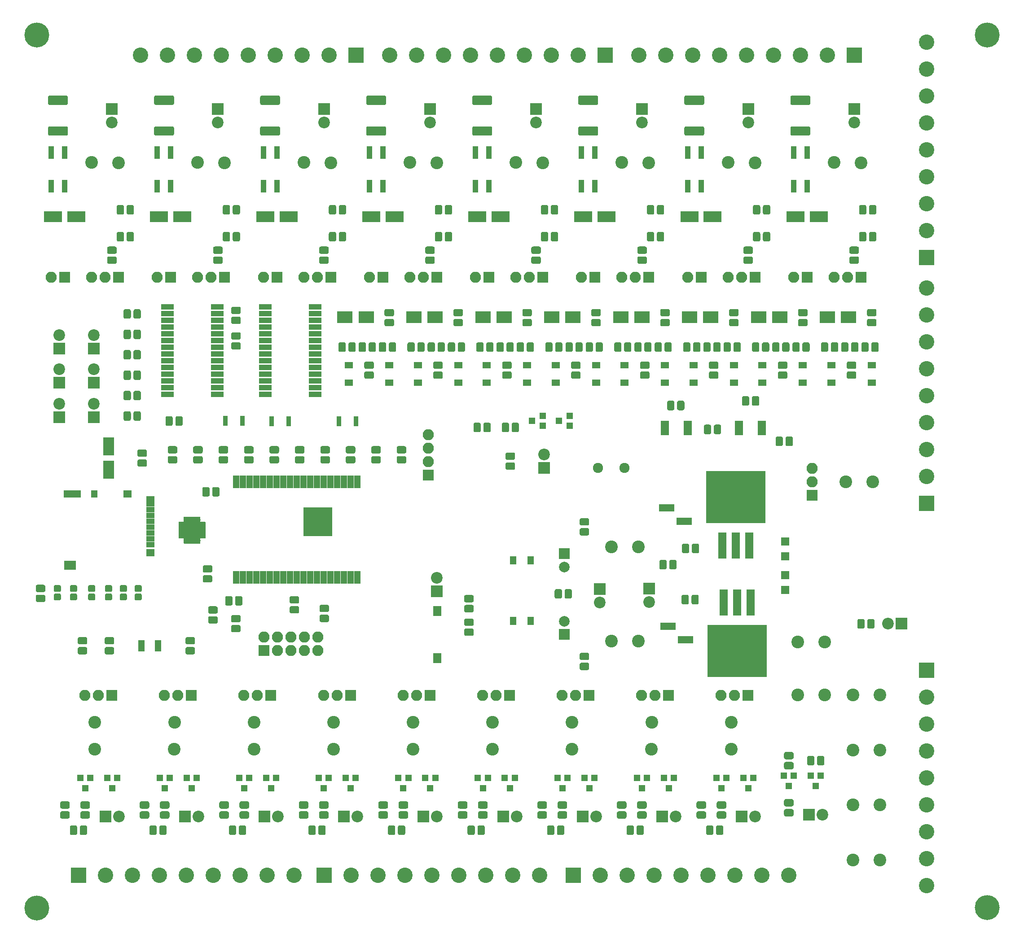
<source format=gbr>
G04 #@! TF.GenerationSoftware,KiCad,Pcbnew,(5.0.0)*
G04 #@! TF.CreationDate,2018-09-25T21:01:13+02:00*
G04 #@! TF.ProjectId,G3,47332E6B696361645F70636200000000,rev?*
G04 #@! TF.SameCoordinates,Original*
G04 #@! TF.FileFunction,Soldermask,Top*
G04 #@! TF.FilePolarity,Negative*
%FSLAX46Y46*%
G04 Gerber Fmt 4.6, Leading zero omitted, Abs format (unit mm)*
G04 Created by KiCad (PCBNEW (5.0.0)) date 09/25/18 21:01:13*
%MOMM*%
%LPD*%
G01*
G04 APERTURE LIST*
%ADD10C,4.700000*%
%ADD11R,1.300000X2.400000*%
%ADD12R,5.400000X5.400000*%
%ADD13C,2.200000*%
%ADD14R,2.200000X2.200000*%
%ADD15C,0.100000*%
%ADD16C,1.375000*%
%ADD17R,1.500000X1.900000*%
%ADD18R,1.300000X1.200000*%
%ADD19C,1.924000*%
%ADD20C,1.275000*%
%ADD21R,2.100000X2.100000*%
%ADD22O,2.100000X2.100000*%
%ADD23C,0.650000*%
%ADD24C,3.000000*%
%ADD25R,1.600000X1.100000*%
%ADD26R,1.600000X1.400000*%
%ADD27R,1.200000X1.400000*%
%ADD28R,3.200000X1.400000*%
%ADD29R,2.300000X1.700000*%
%ADD30R,0.950000X1.900000*%
%ADD31R,2.000000X3.400000*%
%ADD32R,3.400000X2.000000*%
%ADD33R,2.000000X2.000000*%
%ADD34C,2.000000*%
%ADD35R,2.910000X1.400000*%
%ADD36R,2.900000X2.200000*%
%ADD37R,1.600000X1.300000*%
%ADD38R,1.300000X1.600000*%
%ADD39R,1.500000X1.500000*%
%ADD40C,2.400000*%
%ADD41R,1.040000X2.400000*%
%ADD42R,2.400000X1.000000*%
%ADD43R,1.500000X0.650000*%
%ADD44R,1.150000X0.650000*%
%ADD45R,1.200000X1.300000*%
%ADD46R,1.500000X5.000000*%
%ADD47R,11.200000X9.800000*%
%ADD48R,2.900000X2.900000*%
%ADD49C,2.900000*%
%ADD50C,1.750000*%
G04 APERTURE END LIST*
D10*
G04 #@! TO.C,MH101*
X203411000Y-21621000D03*
G04 #@! TD*
G04 #@! TO.C,MH102*
X24161000Y-186421000D03*
G04 #@! TD*
G04 #@! TO.C,MH104*
X203381000Y-186291000D03*
G04 #@! TD*
G04 #@! TO.C,MH103*
X24161000Y-21621000D03*
G04 #@! TD*
D11*
G04 #@! TO.C,U301*
X84647000Y-106012000D03*
X83377000Y-106012000D03*
X82107000Y-106012000D03*
X80837000Y-106012000D03*
X79567000Y-106012000D03*
X78297000Y-106012000D03*
X77027000Y-106012000D03*
X75757000Y-106012000D03*
X74487000Y-106012000D03*
X73217000Y-106012000D03*
X71947000Y-106012000D03*
X70677000Y-106012000D03*
X69407000Y-106012000D03*
X68137000Y-106012000D03*
X66867000Y-106012000D03*
X65597000Y-106012000D03*
X64327000Y-106012000D03*
X63057000Y-106012000D03*
X61787000Y-106012000D03*
X61787000Y-124022000D03*
X63057000Y-124022000D03*
X64327000Y-124022000D03*
X65597000Y-124022000D03*
X66867000Y-124022000D03*
X68137000Y-124022000D03*
X69407000Y-124022000D03*
X70677000Y-124022000D03*
X71947000Y-124022000D03*
X73217000Y-124022000D03*
X74487000Y-124022000D03*
X75757000Y-124022000D03*
X77027000Y-124022000D03*
X78297000Y-124022000D03*
X79567000Y-124022000D03*
X80837000Y-124022000D03*
X82107000Y-124022000D03*
X83377000Y-124022000D03*
X84647000Y-124022000D03*
D12*
X77127000Y-113512000D03*
G04 #@! TD*
D13*
G04 #@! TO.C,D1402*
X28352000Y-78245539D03*
D14*
X28352000Y-80785539D03*
G04 #@! TD*
G04 #@! TO.C,D1401*
X34900915Y-87285539D03*
D13*
X34900915Y-84745539D03*
G04 #@! TD*
G04 #@! TO.C,D1404*
X34892000Y-78245000D03*
D14*
X34892000Y-80785000D03*
G04 #@! TD*
G04 #@! TO.C,D1405*
X28350915Y-87285539D03*
D13*
X28350915Y-84745539D03*
G04 #@! TD*
G04 #@! TO.C,D1406*
X34900915Y-91245539D03*
D14*
X34900915Y-93785539D03*
G04 #@! TD*
G04 #@! TO.C,D1403*
X28350915Y-93785539D03*
D13*
X28350915Y-91245539D03*
G04 #@! TD*
D15*
G04 #@! TO.C,R1405*
G36*
X43456943Y-77246655D02*
X43490312Y-77251605D01*
X43523035Y-77259802D01*
X43554797Y-77271166D01*
X43585293Y-77285590D01*
X43614227Y-77302932D01*
X43641323Y-77323028D01*
X43666318Y-77345682D01*
X43688972Y-77370677D01*
X43709068Y-77397773D01*
X43726410Y-77426707D01*
X43740834Y-77457203D01*
X43752198Y-77488965D01*
X43760395Y-77521688D01*
X43765345Y-77555057D01*
X43767000Y-77588750D01*
X43767000Y-78701250D01*
X43765345Y-78734943D01*
X43760395Y-78768312D01*
X43752198Y-78801035D01*
X43740834Y-78832797D01*
X43726410Y-78863293D01*
X43709068Y-78892227D01*
X43688972Y-78919323D01*
X43666318Y-78944318D01*
X43641323Y-78966972D01*
X43614227Y-78987068D01*
X43585293Y-79004410D01*
X43554797Y-79018834D01*
X43523035Y-79030198D01*
X43490312Y-79038395D01*
X43456943Y-79043345D01*
X43423250Y-79045000D01*
X42735750Y-79045000D01*
X42702057Y-79043345D01*
X42668688Y-79038395D01*
X42635965Y-79030198D01*
X42604203Y-79018834D01*
X42573707Y-79004410D01*
X42544773Y-78987068D01*
X42517677Y-78966972D01*
X42492682Y-78944318D01*
X42470028Y-78919323D01*
X42449932Y-78892227D01*
X42432590Y-78863293D01*
X42418166Y-78832797D01*
X42406802Y-78801035D01*
X42398605Y-78768312D01*
X42393655Y-78734943D01*
X42392000Y-78701250D01*
X42392000Y-77588750D01*
X42393655Y-77555057D01*
X42398605Y-77521688D01*
X42406802Y-77488965D01*
X42418166Y-77457203D01*
X42432590Y-77426707D01*
X42449932Y-77397773D01*
X42470028Y-77370677D01*
X42492682Y-77345682D01*
X42517677Y-77323028D01*
X42544773Y-77302932D01*
X42573707Y-77285590D01*
X42604203Y-77271166D01*
X42635965Y-77259802D01*
X42668688Y-77251605D01*
X42702057Y-77246655D01*
X42735750Y-77245000D01*
X43423250Y-77245000D01*
X43456943Y-77246655D01*
X43456943Y-77246655D01*
G37*
D16*
X43079500Y-78145000D03*
D15*
G36*
X41581943Y-77246655D02*
X41615312Y-77251605D01*
X41648035Y-77259802D01*
X41679797Y-77271166D01*
X41710293Y-77285590D01*
X41739227Y-77302932D01*
X41766323Y-77323028D01*
X41791318Y-77345682D01*
X41813972Y-77370677D01*
X41834068Y-77397773D01*
X41851410Y-77426707D01*
X41865834Y-77457203D01*
X41877198Y-77488965D01*
X41885395Y-77521688D01*
X41890345Y-77555057D01*
X41892000Y-77588750D01*
X41892000Y-78701250D01*
X41890345Y-78734943D01*
X41885395Y-78768312D01*
X41877198Y-78801035D01*
X41865834Y-78832797D01*
X41851410Y-78863293D01*
X41834068Y-78892227D01*
X41813972Y-78919323D01*
X41791318Y-78944318D01*
X41766323Y-78966972D01*
X41739227Y-78987068D01*
X41710293Y-79004410D01*
X41679797Y-79018834D01*
X41648035Y-79030198D01*
X41615312Y-79038395D01*
X41581943Y-79043345D01*
X41548250Y-79045000D01*
X40860750Y-79045000D01*
X40827057Y-79043345D01*
X40793688Y-79038395D01*
X40760965Y-79030198D01*
X40729203Y-79018834D01*
X40698707Y-79004410D01*
X40669773Y-78987068D01*
X40642677Y-78966972D01*
X40617682Y-78944318D01*
X40595028Y-78919323D01*
X40574932Y-78892227D01*
X40557590Y-78863293D01*
X40543166Y-78832797D01*
X40531802Y-78801035D01*
X40523605Y-78768312D01*
X40518655Y-78734943D01*
X40517000Y-78701250D01*
X40517000Y-77588750D01*
X40518655Y-77555057D01*
X40523605Y-77521688D01*
X40531802Y-77488965D01*
X40543166Y-77457203D01*
X40557590Y-77426707D01*
X40574932Y-77397773D01*
X40595028Y-77370677D01*
X40617682Y-77345682D01*
X40642677Y-77323028D01*
X40669773Y-77302932D01*
X40698707Y-77285590D01*
X40729203Y-77271166D01*
X40760965Y-77259802D01*
X40793688Y-77251605D01*
X40827057Y-77246655D01*
X40860750Y-77245000D01*
X41548250Y-77245000D01*
X41581943Y-77246655D01*
X41581943Y-77246655D01*
G37*
D16*
X41204500Y-78145000D03*
G04 #@! TD*
D15*
G04 #@! TO.C,R1407*
G36*
X41581943Y-92646655D02*
X41615312Y-92651605D01*
X41648035Y-92659802D01*
X41679797Y-92671166D01*
X41710293Y-92685590D01*
X41739227Y-92702932D01*
X41766323Y-92723028D01*
X41791318Y-92745682D01*
X41813972Y-92770677D01*
X41834068Y-92797773D01*
X41851410Y-92826707D01*
X41865834Y-92857203D01*
X41877198Y-92888965D01*
X41885395Y-92921688D01*
X41890345Y-92955057D01*
X41892000Y-92988750D01*
X41892000Y-94101250D01*
X41890345Y-94134943D01*
X41885395Y-94168312D01*
X41877198Y-94201035D01*
X41865834Y-94232797D01*
X41851410Y-94263293D01*
X41834068Y-94292227D01*
X41813972Y-94319323D01*
X41791318Y-94344318D01*
X41766323Y-94366972D01*
X41739227Y-94387068D01*
X41710293Y-94404410D01*
X41679797Y-94418834D01*
X41648035Y-94430198D01*
X41615312Y-94438395D01*
X41581943Y-94443345D01*
X41548250Y-94445000D01*
X40860750Y-94445000D01*
X40827057Y-94443345D01*
X40793688Y-94438395D01*
X40760965Y-94430198D01*
X40729203Y-94418834D01*
X40698707Y-94404410D01*
X40669773Y-94387068D01*
X40642677Y-94366972D01*
X40617682Y-94344318D01*
X40595028Y-94319323D01*
X40574932Y-94292227D01*
X40557590Y-94263293D01*
X40543166Y-94232797D01*
X40531802Y-94201035D01*
X40523605Y-94168312D01*
X40518655Y-94134943D01*
X40517000Y-94101250D01*
X40517000Y-92988750D01*
X40518655Y-92955057D01*
X40523605Y-92921688D01*
X40531802Y-92888965D01*
X40543166Y-92857203D01*
X40557590Y-92826707D01*
X40574932Y-92797773D01*
X40595028Y-92770677D01*
X40617682Y-92745682D01*
X40642677Y-92723028D01*
X40669773Y-92702932D01*
X40698707Y-92685590D01*
X40729203Y-92671166D01*
X40760965Y-92659802D01*
X40793688Y-92651605D01*
X40827057Y-92646655D01*
X40860750Y-92645000D01*
X41548250Y-92645000D01*
X41581943Y-92646655D01*
X41581943Y-92646655D01*
G37*
D16*
X41204500Y-93545000D03*
D15*
G36*
X43456943Y-92646655D02*
X43490312Y-92651605D01*
X43523035Y-92659802D01*
X43554797Y-92671166D01*
X43585293Y-92685590D01*
X43614227Y-92702932D01*
X43641323Y-92723028D01*
X43666318Y-92745682D01*
X43688972Y-92770677D01*
X43709068Y-92797773D01*
X43726410Y-92826707D01*
X43740834Y-92857203D01*
X43752198Y-92888965D01*
X43760395Y-92921688D01*
X43765345Y-92955057D01*
X43767000Y-92988750D01*
X43767000Y-94101250D01*
X43765345Y-94134943D01*
X43760395Y-94168312D01*
X43752198Y-94201035D01*
X43740834Y-94232797D01*
X43726410Y-94263293D01*
X43709068Y-94292227D01*
X43688972Y-94319323D01*
X43666318Y-94344318D01*
X43641323Y-94366972D01*
X43614227Y-94387068D01*
X43585293Y-94404410D01*
X43554797Y-94418834D01*
X43523035Y-94430198D01*
X43490312Y-94438395D01*
X43456943Y-94443345D01*
X43423250Y-94445000D01*
X42735750Y-94445000D01*
X42702057Y-94443345D01*
X42668688Y-94438395D01*
X42635965Y-94430198D01*
X42604203Y-94418834D01*
X42573707Y-94404410D01*
X42544773Y-94387068D01*
X42517677Y-94366972D01*
X42492682Y-94344318D01*
X42470028Y-94319323D01*
X42449932Y-94292227D01*
X42432590Y-94263293D01*
X42418166Y-94232797D01*
X42406802Y-94201035D01*
X42398605Y-94168312D01*
X42393655Y-94134943D01*
X42392000Y-94101250D01*
X42392000Y-92988750D01*
X42393655Y-92955057D01*
X42398605Y-92921688D01*
X42406802Y-92888965D01*
X42418166Y-92857203D01*
X42432590Y-92826707D01*
X42449932Y-92797773D01*
X42470028Y-92770677D01*
X42492682Y-92745682D01*
X42517677Y-92723028D01*
X42544773Y-92702932D01*
X42573707Y-92685590D01*
X42604203Y-92671166D01*
X42635965Y-92659802D01*
X42668688Y-92651605D01*
X42702057Y-92646655D01*
X42735750Y-92645000D01*
X43423250Y-92645000D01*
X43456943Y-92646655D01*
X43456943Y-92646655D01*
G37*
D16*
X43079500Y-93545000D03*
G04 #@! TD*
D15*
G04 #@! TO.C,R1406*
G36*
X43456943Y-81096655D02*
X43490312Y-81101605D01*
X43523035Y-81109802D01*
X43554797Y-81121166D01*
X43585293Y-81135590D01*
X43614227Y-81152932D01*
X43641323Y-81173028D01*
X43666318Y-81195682D01*
X43688972Y-81220677D01*
X43709068Y-81247773D01*
X43726410Y-81276707D01*
X43740834Y-81307203D01*
X43752198Y-81338965D01*
X43760395Y-81371688D01*
X43765345Y-81405057D01*
X43767000Y-81438750D01*
X43767000Y-82551250D01*
X43765345Y-82584943D01*
X43760395Y-82618312D01*
X43752198Y-82651035D01*
X43740834Y-82682797D01*
X43726410Y-82713293D01*
X43709068Y-82742227D01*
X43688972Y-82769323D01*
X43666318Y-82794318D01*
X43641323Y-82816972D01*
X43614227Y-82837068D01*
X43585293Y-82854410D01*
X43554797Y-82868834D01*
X43523035Y-82880198D01*
X43490312Y-82888395D01*
X43456943Y-82893345D01*
X43423250Y-82895000D01*
X42735750Y-82895000D01*
X42702057Y-82893345D01*
X42668688Y-82888395D01*
X42635965Y-82880198D01*
X42604203Y-82868834D01*
X42573707Y-82854410D01*
X42544773Y-82837068D01*
X42517677Y-82816972D01*
X42492682Y-82794318D01*
X42470028Y-82769323D01*
X42449932Y-82742227D01*
X42432590Y-82713293D01*
X42418166Y-82682797D01*
X42406802Y-82651035D01*
X42398605Y-82618312D01*
X42393655Y-82584943D01*
X42392000Y-82551250D01*
X42392000Y-81438750D01*
X42393655Y-81405057D01*
X42398605Y-81371688D01*
X42406802Y-81338965D01*
X42418166Y-81307203D01*
X42432590Y-81276707D01*
X42449932Y-81247773D01*
X42470028Y-81220677D01*
X42492682Y-81195682D01*
X42517677Y-81173028D01*
X42544773Y-81152932D01*
X42573707Y-81135590D01*
X42604203Y-81121166D01*
X42635965Y-81109802D01*
X42668688Y-81101605D01*
X42702057Y-81096655D01*
X42735750Y-81095000D01*
X43423250Y-81095000D01*
X43456943Y-81096655D01*
X43456943Y-81096655D01*
G37*
D16*
X43079500Y-81995000D03*
D15*
G36*
X41581943Y-81096655D02*
X41615312Y-81101605D01*
X41648035Y-81109802D01*
X41679797Y-81121166D01*
X41710293Y-81135590D01*
X41739227Y-81152932D01*
X41766323Y-81173028D01*
X41791318Y-81195682D01*
X41813972Y-81220677D01*
X41834068Y-81247773D01*
X41851410Y-81276707D01*
X41865834Y-81307203D01*
X41877198Y-81338965D01*
X41885395Y-81371688D01*
X41890345Y-81405057D01*
X41892000Y-81438750D01*
X41892000Y-82551250D01*
X41890345Y-82584943D01*
X41885395Y-82618312D01*
X41877198Y-82651035D01*
X41865834Y-82682797D01*
X41851410Y-82713293D01*
X41834068Y-82742227D01*
X41813972Y-82769323D01*
X41791318Y-82794318D01*
X41766323Y-82816972D01*
X41739227Y-82837068D01*
X41710293Y-82854410D01*
X41679797Y-82868834D01*
X41648035Y-82880198D01*
X41615312Y-82888395D01*
X41581943Y-82893345D01*
X41548250Y-82895000D01*
X40860750Y-82895000D01*
X40827057Y-82893345D01*
X40793688Y-82888395D01*
X40760965Y-82880198D01*
X40729203Y-82868834D01*
X40698707Y-82854410D01*
X40669773Y-82837068D01*
X40642677Y-82816972D01*
X40617682Y-82794318D01*
X40595028Y-82769323D01*
X40574932Y-82742227D01*
X40557590Y-82713293D01*
X40543166Y-82682797D01*
X40531802Y-82651035D01*
X40523605Y-82618312D01*
X40518655Y-82584943D01*
X40517000Y-82551250D01*
X40517000Y-81438750D01*
X40518655Y-81405057D01*
X40523605Y-81371688D01*
X40531802Y-81338965D01*
X40543166Y-81307203D01*
X40557590Y-81276707D01*
X40574932Y-81247773D01*
X40595028Y-81220677D01*
X40617682Y-81195682D01*
X40642677Y-81173028D01*
X40669773Y-81152932D01*
X40698707Y-81135590D01*
X40729203Y-81121166D01*
X40760965Y-81109802D01*
X40793688Y-81101605D01*
X40827057Y-81096655D01*
X40860750Y-81095000D01*
X41548250Y-81095000D01*
X41581943Y-81096655D01*
X41581943Y-81096655D01*
G37*
D16*
X41204500Y-81995000D03*
G04 #@! TD*
D15*
G04 #@! TO.C,R1404*
G36*
X41581943Y-88796655D02*
X41615312Y-88801605D01*
X41648035Y-88809802D01*
X41679797Y-88821166D01*
X41710293Y-88835590D01*
X41739227Y-88852932D01*
X41766323Y-88873028D01*
X41791318Y-88895682D01*
X41813972Y-88920677D01*
X41834068Y-88947773D01*
X41851410Y-88976707D01*
X41865834Y-89007203D01*
X41877198Y-89038965D01*
X41885395Y-89071688D01*
X41890345Y-89105057D01*
X41892000Y-89138750D01*
X41892000Y-90251250D01*
X41890345Y-90284943D01*
X41885395Y-90318312D01*
X41877198Y-90351035D01*
X41865834Y-90382797D01*
X41851410Y-90413293D01*
X41834068Y-90442227D01*
X41813972Y-90469323D01*
X41791318Y-90494318D01*
X41766323Y-90516972D01*
X41739227Y-90537068D01*
X41710293Y-90554410D01*
X41679797Y-90568834D01*
X41648035Y-90580198D01*
X41615312Y-90588395D01*
X41581943Y-90593345D01*
X41548250Y-90595000D01*
X40860750Y-90595000D01*
X40827057Y-90593345D01*
X40793688Y-90588395D01*
X40760965Y-90580198D01*
X40729203Y-90568834D01*
X40698707Y-90554410D01*
X40669773Y-90537068D01*
X40642677Y-90516972D01*
X40617682Y-90494318D01*
X40595028Y-90469323D01*
X40574932Y-90442227D01*
X40557590Y-90413293D01*
X40543166Y-90382797D01*
X40531802Y-90351035D01*
X40523605Y-90318312D01*
X40518655Y-90284943D01*
X40517000Y-90251250D01*
X40517000Y-89138750D01*
X40518655Y-89105057D01*
X40523605Y-89071688D01*
X40531802Y-89038965D01*
X40543166Y-89007203D01*
X40557590Y-88976707D01*
X40574932Y-88947773D01*
X40595028Y-88920677D01*
X40617682Y-88895682D01*
X40642677Y-88873028D01*
X40669773Y-88852932D01*
X40698707Y-88835590D01*
X40729203Y-88821166D01*
X40760965Y-88809802D01*
X40793688Y-88801605D01*
X40827057Y-88796655D01*
X40860750Y-88795000D01*
X41548250Y-88795000D01*
X41581943Y-88796655D01*
X41581943Y-88796655D01*
G37*
D16*
X41204500Y-89695000D03*
D15*
G36*
X43456943Y-88796655D02*
X43490312Y-88801605D01*
X43523035Y-88809802D01*
X43554797Y-88821166D01*
X43585293Y-88835590D01*
X43614227Y-88852932D01*
X43641323Y-88873028D01*
X43666318Y-88895682D01*
X43688972Y-88920677D01*
X43709068Y-88947773D01*
X43726410Y-88976707D01*
X43740834Y-89007203D01*
X43752198Y-89038965D01*
X43760395Y-89071688D01*
X43765345Y-89105057D01*
X43767000Y-89138750D01*
X43767000Y-90251250D01*
X43765345Y-90284943D01*
X43760395Y-90318312D01*
X43752198Y-90351035D01*
X43740834Y-90382797D01*
X43726410Y-90413293D01*
X43709068Y-90442227D01*
X43688972Y-90469323D01*
X43666318Y-90494318D01*
X43641323Y-90516972D01*
X43614227Y-90537068D01*
X43585293Y-90554410D01*
X43554797Y-90568834D01*
X43523035Y-90580198D01*
X43490312Y-90588395D01*
X43456943Y-90593345D01*
X43423250Y-90595000D01*
X42735750Y-90595000D01*
X42702057Y-90593345D01*
X42668688Y-90588395D01*
X42635965Y-90580198D01*
X42604203Y-90568834D01*
X42573707Y-90554410D01*
X42544773Y-90537068D01*
X42517677Y-90516972D01*
X42492682Y-90494318D01*
X42470028Y-90469323D01*
X42449932Y-90442227D01*
X42432590Y-90413293D01*
X42418166Y-90382797D01*
X42406802Y-90351035D01*
X42398605Y-90318312D01*
X42393655Y-90284943D01*
X42392000Y-90251250D01*
X42392000Y-89138750D01*
X42393655Y-89105057D01*
X42398605Y-89071688D01*
X42406802Y-89038965D01*
X42418166Y-89007203D01*
X42432590Y-88976707D01*
X42449932Y-88947773D01*
X42470028Y-88920677D01*
X42492682Y-88895682D01*
X42517677Y-88873028D01*
X42544773Y-88852932D01*
X42573707Y-88835590D01*
X42604203Y-88821166D01*
X42635965Y-88809802D01*
X42668688Y-88801605D01*
X42702057Y-88796655D01*
X42735750Y-88795000D01*
X43423250Y-88795000D01*
X43456943Y-88796655D01*
X43456943Y-88796655D01*
G37*
D16*
X43079500Y-89695000D03*
G04 #@! TD*
D15*
G04 #@! TO.C,R1403*
G36*
X43456943Y-73396655D02*
X43490312Y-73401605D01*
X43523035Y-73409802D01*
X43554797Y-73421166D01*
X43585293Y-73435590D01*
X43614227Y-73452932D01*
X43641323Y-73473028D01*
X43666318Y-73495682D01*
X43688972Y-73520677D01*
X43709068Y-73547773D01*
X43726410Y-73576707D01*
X43740834Y-73607203D01*
X43752198Y-73638965D01*
X43760395Y-73671688D01*
X43765345Y-73705057D01*
X43767000Y-73738750D01*
X43767000Y-74851250D01*
X43765345Y-74884943D01*
X43760395Y-74918312D01*
X43752198Y-74951035D01*
X43740834Y-74982797D01*
X43726410Y-75013293D01*
X43709068Y-75042227D01*
X43688972Y-75069323D01*
X43666318Y-75094318D01*
X43641323Y-75116972D01*
X43614227Y-75137068D01*
X43585293Y-75154410D01*
X43554797Y-75168834D01*
X43523035Y-75180198D01*
X43490312Y-75188395D01*
X43456943Y-75193345D01*
X43423250Y-75195000D01*
X42735750Y-75195000D01*
X42702057Y-75193345D01*
X42668688Y-75188395D01*
X42635965Y-75180198D01*
X42604203Y-75168834D01*
X42573707Y-75154410D01*
X42544773Y-75137068D01*
X42517677Y-75116972D01*
X42492682Y-75094318D01*
X42470028Y-75069323D01*
X42449932Y-75042227D01*
X42432590Y-75013293D01*
X42418166Y-74982797D01*
X42406802Y-74951035D01*
X42398605Y-74918312D01*
X42393655Y-74884943D01*
X42392000Y-74851250D01*
X42392000Y-73738750D01*
X42393655Y-73705057D01*
X42398605Y-73671688D01*
X42406802Y-73638965D01*
X42418166Y-73607203D01*
X42432590Y-73576707D01*
X42449932Y-73547773D01*
X42470028Y-73520677D01*
X42492682Y-73495682D01*
X42517677Y-73473028D01*
X42544773Y-73452932D01*
X42573707Y-73435590D01*
X42604203Y-73421166D01*
X42635965Y-73409802D01*
X42668688Y-73401605D01*
X42702057Y-73396655D01*
X42735750Y-73395000D01*
X43423250Y-73395000D01*
X43456943Y-73396655D01*
X43456943Y-73396655D01*
G37*
D16*
X43079500Y-74295000D03*
D15*
G36*
X41581943Y-73396655D02*
X41615312Y-73401605D01*
X41648035Y-73409802D01*
X41679797Y-73421166D01*
X41710293Y-73435590D01*
X41739227Y-73452932D01*
X41766323Y-73473028D01*
X41791318Y-73495682D01*
X41813972Y-73520677D01*
X41834068Y-73547773D01*
X41851410Y-73576707D01*
X41865834Y-73607203D01*
X41877198Y-73638965D01*
X41885395Y-73671688D01*
X41890345Y-73705057D01*
X41892000Y-73738750D01*
X41892000Y-74851250D01*
X41890345Y-74884943D01*
X41885395Y-74918312D01*
X41877198Y-74951035D01*
X41865834Y-74982797D01*
X41851410Y-75013293D01*
X41834068Y-75042227D01*
X41813972Y-75069323D01*
X41791318Y-75094318D01*
X41766323Y-75116972D01*
X41739227Y-75137068D01*
X41710293Y-75154410D01*
X41679797Y-75168834D01*
X41648035Y-75180198D01*
X41615312Y-75188395D01*
X41581943Y-75193345D01*
X41548250Y-75195000D01*
X40860750Y-75195000D01*
X40827057Y-75193345D01*
X40793688Y-75188395D01*
X40760965Y-75180198D01*
X40729203Y-75168834D01*
X40698707Y-75154410D01*
X40669773Y-75137068D01*
X40642677Y-75116972D01*
X40617682Y-75094318D01*
X40595028Y-75069323D01*
X40574932Y-75042227D01*
X40557590Y-75013293D01*
X40543166Y-74982797D01*
X40531802Y-74951035D01*
X40523605Y-74918312D01*
X40518655Y-74884943D01*
X40517000Y-74851250D01*
X40517000Y-73738750D01*
X40518655Y-73705057D01*
X40523605Y-73671688D01*
X40531802Y-73638965D01*
X40543166Y-73607203D01*
X40557590Y-73576707D01*
X40574932Y-73547773D01*
X40595028Y-73520677D01*
X40617682Y-73495682D01*
X40642677Y-73473028D01*
X40669773Y-73452932D01*
X40698707Y-73435590D01*
X40729203Y-73421166D01*
X40760965Y-73409802D01*
X40793688Y-73401605D01*
X40827057Y-73396655D01*
X40860750Y-73395000D01*
X41548250Y-73395000D01*
X41581943Y-73396655D01*
X41581943Y-73396655D01*
G37*
D16*
X41204500Y-74295000D03*
G04 #@! TD*
D15*
G04 #@! TO.C,R1401*
G36*
X41581943Y-84946655D02*
X41615312Y-84951605D01*
X41648035Y-84959802D01*
X41679797Y-84971166D01*
X41710293Y-84985590D01*
X41739227Y-85002932D01*
X41766323Y-85023028D01*
X41791318Y-85045682D01*
X41813972Y-85070677D01*
X41834068Y-85097773D01*
X41851410Y-85126707D01*
X41865834Y-85157203D01*
X41877198Y-85188965D01*
X41885395Y-85221688D01*
X41890345Y-85255057D01*
X41892000Y-85288750D01*
X41892000Y-86401250D01*
X41890345Y-86434943D01*
X41885395Y-86468312D01*
X41877198Y-86501035D01*
X41865834Y-86532797D01*
X41851410Y-86563293D01*
X41834068Y-86592227D01*
X41813972Y-86619323D01*
X41791318Y-86644318D01*
X41766323Y-86666972D01*
X41739227Y-86687068D01*
X41710293Y-86704410D01*
X41679797Y-86718834D01*
X41648035Y-86730198D01*
X41615312Y-86738395D01*
X41581943Y-86743345D01*
X41548250Y-86745000D01*
X40860750Y-86745000D01*
X40827057Y-86743345D01*
X40793688Y-86738395D01*
X40760965Y-86730198D01*
X40729203Y-86718834D01*
X40698707Y-86704410D01*
X40669773Y-86687068D01*
X40642677Y-86666972D01*
X40617682Y-86644318D01*
X40595028Y-86619323D01*
X40574932Y-86592227D01*
X40557590Y-86563293D01*
X40543166Y-86532797D01*
X40531802Y-86501035D01*
X40523605Y-86468312D01*
X40518655Y-86434943D01*
X40517000Y-86401250D01*
X40517000Y-85288750D01*
X40518655Y-85255057D01*
X40523605Y-85221688D01*
X40531802Y-85188965D01*
X40543166Y-85157203D01*
X40557590Y-85126707D01*
X40574932Y-85097773D01*
X40595028Y-85070677D01*
X40617682Y-85045682D01*
X40642677Y-85023028D01*
X40669773Y-85002932D01*
X40698707Y-84985590D01*
X40729203Y-84971166D01*
X40760965Y-84959802D01*
X40793688Y-84951605D01*
X40827057Y-84946655D01*
X40860750Y-84945000D01*
X41548250Y-84945000D01*
X41581943Y-84946655D01*
X41581943Y-84946655D01*
G37*
D16*
X41204500Y-85845000D03*
D15*
G36*
X43456943Y-84946655D02*
X43490312Y-84951605D01*
X43523035Y-84959802D01*
X43554797Y-84971166D01*
X43585293Y-84985590D01*
X43614227Y-85002932D01*
X43641323Y-85023028D01*
X43666318Y-85045682D01*
X43688972Y-85070677D01*
X43709068Y-85097773D01*
X43726410Y-85126707D01*
X43740834Y-85157203D01*
X43752198Y-85188965D01*
X43760395Y-85221688D01*
X43765345Y-85255057D01*
X43767000Y-85288750D01*
X43767000Y-86401250D01*
X43765345Y-86434943D01*
X43760395Y-86468312D01*
X43752198Y-86501035D01*
X43740834Y-86532797D01*
X43726410Y-86563293D01*
X43709068Y-86592227D01*
X43688972Y-86619323D01*
X43666318Y-86644318D01*
X43641323Y-86666972D01*
X43614227Y-86687068D01*
X43585293Y-86704410D01*
X43554797Y-86718834D01*
X43523035Y-86730198D01*
X43490312Y-86738395D01*
X43456943Y-86743345D01*
X43423250Y-86745000D01*
X42735750Y-86745000D01*
X42702057Y-86743345D01*
X42668688Y-86738395D01*
X42635965Y-86730198D01*
X42604203Y-86718834D01*
X42573707Y-86704410D01*
X42544773Y-86687068D01*
X42517677Y-86666972D01*
X42492682Y-86644318D01*
X42470028Y-86619323D01*
X42449932Y-86592227D01*
X42432590Y-86563293D01*
X42418166Y-86532797D01*
X42406802Y-86501035D01*
X42398605Y-86468312D01*
X42393655Y-86434943D01*
X42392000Y-86401250D01*
X42392000Y-85288750D01*
X42393655Y-85255057D01*
X42398605Y-85221688D01*
X42406802Y-85188965D01*
X42418166Y-85157203D01*
X42432590Y-85126707D01*
X42449932Y-85097773D01*
X42470028Y-85070677D01*
X42492682Y-85045682D01*
X42517677Y-85023028D01*
X42544773Y-85002932D01*
X42573707Y-84985590D01*
X42604203Y-84971166D01*
X42635965Y-84959802D01*
X42668688Y-84951605D01*
X42702057Y-84946655D01*
X42735750Y-84945000D01*
X43423250Y-84945000D01*
X43456943Y-84946655D01*
X43456943Y-84946655D01*
G37*
D16*
X43079500Y-85845000D03*
G04 #@! TD*
D13*
G04 #@! TO.C,D401*
X99575915Y-124048540D03*
D14*
X99575915Y-126588540D03*
G04 #@! TD*
D15*
G04 #@! TO.C,R407*
G36*
X106241857Y-131780195D02*
X106275226Y-131785145D01*
X106307949Y-131793342D01*
X106339711Y-131804706D01*
X106370207Y-131819130D01*
X106399141Y-131836472D01*
X106426237Y-131856568D01*
X106451232Y-131879222D01*
X106473886Y-131904217D01*
X106493982Y-131931313D01*
X106511324Y-131960247D01*
X106525748Y-131990743D01*
X106537112Y-132022505D01*
X106545309Y-132055228D01*
X106550259Y-132088597D01*
X106551914Y-132122290D01*
X106551914Y-132809790D01*
X106550259Y-132843483D01*
X106545309Y-132876852D01*
X106537112Y-132909575D01*
X106525748Y-132941337D01*
X106511324Y-132971833D01*
X106493982Y-133000767D01*
X106473886Y-133027863D01*
X106451232Y-133052858D01*
X106426237Y-133075512D01*
X106399141Y-133095608D01*
X106370207Y-133112950D01*
X106339711Y-133127374D01*
X106307949Y-133138738D01*
X106275226Y-133146935D01*
X106241857Y-133151885D01*
X106208164Y-133153540D01*
X105095664Y-133153540D01*
X105061971Y-133151885D01*
X105028602Y-133146935D01*
X104995879Y-133138738D01*
X104964117Y-133127374D01*
X104933621Y-133112950D01*
X104904687Y-133095608D01*
X104877591Y-133075512D01*
X104852596Y-133052858D01*
X104829942Y-133027863D01*
X104809846Y-133000767D01*
X104792504Y-132971833D01*
X104778080Y-132941337D01*
X104766716Y-132909575D01*
X104758519Y-132876852D01*
X104753569Y-132843483D01*
X104751914Y-132809790D01*
X104751914Y-132122290D01*
X104753569Y-132088597D01*
X104758519Y-132055228D01*
X104766716Y-132022505D01*
X104778080Y-131990743D01*
X104792504Y-131960247D01*
X104809846Y-131931313D01*
X104829942Y-131904217D01*
X104852596Y-131879222D01*
X104877591Y-131856568D01*
X104904687Y-131836472D01*
X104933621Y-131819130D01*
X104964117Y-131804706D01*
X104995879Y-131793342D01*
X105028602Y-131785145D01*
X105061971Y-131780195D01*
X105095664Y-131778540D01*
X106208164Y-131778540D01*
X106241857Y-131780195D01*
X106241857Y-131780195D01*
G37*
D16*
X105651914Y-132466040D03*
D15*
G36*
X106241857Y-133655195D02*
X106275226Y-133660145D01*
X106307949Y-133668342D01*
X106339711Y-133679706D01*
X106370207Y-133694130D01*
X106399141Y-133711472D01*
X106426237Y-133731568D01*
X106451232Y-133754222D01*
X106473886Y-133779217D01*
X106493982Y-133806313D01*
X106511324Y-133835247D01*
X106525748Y-133865743D01*
X106537112Y-133897505D01*
X106545309Y-133930228D01*
X106550259Y-133963597D01*
X106551914Y-133997290D01*
X106551914Y-134684790D01*
X106550259Y-134718483D01*
X106545309Y-134751852D01*
X106537112Y-134784575D01*
X106525748Y-134816337D01*
X106511324Y-134846833D01*
X106493982Y-134875767D01*
X106473886Y-134902863D01*
X106451232Y-134927858D01*
X106426237Y-134950512D01*
X106399141Y-134970608D01*
X106370207Y-134987950D01*
X106339711Y-135002374D01*
X106307949Y-135013738D01*
X106275226Y-135021935D01*
X106241857Y-135026885D01*
X106208164Y-135028540D01*
X105095664Y-135028540D01*
X105061971Y-135026885D01*
X105028602Y-135021935D01*
X104995879Y-135013738D01*
X104964117Y-135002374D01*
X104933621Y-134987950D01*
X104904687Y-134970608D01*
X104877591Y-134950512D01*
X104852596Y-134927858D01*
X104829942Y-134902863D01*
X104809846Y-134875767D01*
X104792504Y-134846833D01*
X104778080Y-134816337D01*
X104766716Y-134784575D01*
X104758519Y-134751852D01*
X104753569Y-134718483D01*
X104751914Y-134684790D01*
X104751914Y-133997290D01*
X104753569Y-133963597D01*
X104758519Y-133930228D01*
X104766716Y-133897505D01*
X104778080Y-133865743D01*
X104792504Y-133835247D01*
X104809846Y-133806313D01*
X104829942Y-133779217D01*
X104852596Y-133754222D01*
X104877591Y-133731568D01*
X104904687Y-133711472D01*
X104933621Y-133694130D01*
X104964117Y-133679706D01*
X104995879Y-133668342D01*
X105028602Y-133660145D01*
X105061971Y-133655195D01*
X105095664Y-133653540D01*
X106208164Y-133653540D01*
X106241857Y-133655195D01*
X106241857Y-133655195D01*
G37*
D16*
X105651914Y-134341040D03*
G04 #@! TD*
D15*
G04 #@! TO.C,R408*
G36*
X106241857Y-127335195D02*
X106275226Y-127340145D01*
X106307949Y-127348342D01*
X106339711Y-127359706D01*
X106370207Y-127374130D01*
X106399141Y-127391472D01*
X106426237Y-127411568D01*
X106451232Y-127434222D01*
X106473886Y-127459217D01*
X106493982Y-127486313D01*
X106511324Y-127515247D01*
X106525748Y-127545743D01*
X106537112Y-127577505D01*
X106545309Y-127610228D01*
X106550259Y-127643597D01*
X106551914Y-127677290D01*
X106551914Y-128364790D01*
X106550259Y-128398483D01*
X106545309Y-128431852D01*
X106537112Y-128464575D01*
X106525748Y-128496337D01*
X106511324Y-128526833D01*
X106493982Y-128555767D01*
X106473886Y-128582863D01*
X106451232Y-128607858D01*
X106426237Y-128630512D01*
X106399141Y-128650608D01*
X106370207Y-128667950D01*
X106339711Y-128682374D01*
X106307949Y-128693738D01*
X106275226Y-128701935D01*
X106241857Y-128706885D01*
X106208164Y-128708540D01*
X105095664Y-128708540D01*
X105061971Y-128706885D01*
X105028602Y-128701935D01*
X104995879Y-128693738D01*
X104964117Y-128682374D01*
X104933621Y-128667950D01*
X104904687Y-128650608D01*
X104877591Y-128630512D01*
X104852596Y-128607858D01*
X104829942Y-128582863D01*
X104809846Y-128555767D01*
X104792504Y-128526833D01*
X104778080Y-128496337D01*
X104766716Y-128464575D01*
X104758519Y-128431852D01*
X104753569Y-128398483D01*
X104751914Y-128364790D01*
X104751914Y-127677290D01*
X104753569Y-127643597D01*
X104758519Y-127610228D01*
X104766716Y-127577505D01*
X104778080Y-127545743D01*
X104792504Y-127515247D01*
X104809846Y-127486313D01*
X104829942Y-127459217D01*
X104852596Y-127434222D01*
X104877591Y-127411568D01*
X104904687Y-127391472D01*
X104933621Y-127374130D01*
X104964117Y-127359706D01*
X104995879Y-127348342D01*
X105028602Y-127340145D01*
X105061971Y-127335195D01*
X105095664Y-127333540D01*
X106208164Y-127333540D01*
X106241857Y-127335195D01*
X106241857Y-127335195D01*
G37*
D16*
X105651914Y-128021040D03*
D15*
G36*
X106241857Y-129210195D02*
X106275226Y-129215145D01*
X106307949Y-129223342D01*
X106339711Y-129234706D01*
X106370207Y-129249130D01*
X106399141Y-129266472D01*
X106426237Y-129286568D01*
X106451232Y-129309222D01*
X106473886Y-129334217D01*
X106493982Y-129361313D01*
X106511324Y-129390247D01*
X106525748Y-129420743D01*
X106537112Y-129452505D01*
X106545309Y-129485228D01*
X106550259Y-129518597D01*
X106551914Y-129552290D01*
X106551914Y-130239790D01*
X106550259Y-130273483D01*
X106545309Y-130306852D01*
X106537112Y-130339575D01*
X106525748Y-130371337D01*
X106511324Y-130401833D01*
X106493982Y-130430767D01*
X106473886Y-130457863D01*
X106451232Y-130482858D01*
X106426237Y-130505512D01*
X106399141Y-130525608D01*
X106370207Y-130542950D01*
X106339711Y-130557374D01*
X106307949Y-130568738D01*
X106275226Y-130576935D01*
X106241857Y-130581885D01*
X106208164Y-130583540D01*
X105095664Y-130583540D01*
X105061971Y-130581885D01*
X105028602Y-130576935D01*
X104995879Y-130568738D01*
X104964117Y-130557374D01*
X104933621Y-130542950D01*
X104904687Y-130525608D01*
X104877591Y-130505512D01*
X104852596Y-130482858D01*
X104829942Y-130457863D01*
X104809846Y-130430767D01*
X104792504Y-130401833D01*
X104778080Y-130371337D01*
X104766716Y-130339575D01*
X104758519Y-130306852D01*
X104753569Y-130273483D01*
X104751914Y-130239790D01*
X104751914Y-129552290D01*
X104753569Y-129518597D01*
X104758519Y-129485228D01*
X104766716Y-129452505D01*
X104778080Y-129420743D01*
X104792504Y-129390247D01*
X104809846Y-129361313D01*
X104829942Y-129334217D01*
X104852596Y-129309222D01*
X104877591Y-129286568D01*
X104904687Y-129266472D01*
X104933621Y-129249130D01*
X104964117Y-129234706D01*
X104995879Y-129223342D01*
X105028602Y-129215145D01*
X105061971Y-129210195D01*
X105095664Y-129208540D01*
X106208164Y-129208540D01*
X106241857Y-129210195D01*
X106241857Y-129210195D01*
G37*
D16*
X105651914Y-129896040D03*
G04 #@! TD*
D17*
G04 #@! TO.C,SW401*
X99682914Y-139250540D03*
X99682914Y-130350540D03*
G04 #@! TD*
D13*
G04 #@! TO.C,D2401*
X119802947Y-100790573D03*
D14*
X119802947Y-103330573D03*
G04 #@! TD*
D18*
G04 #@! TO.C,Q2402*
X119532947Y-95390573D03*
X119532947Y-93490573D03*
X117532947Y-94440573D03*
G04 #@! TD*
G04 #@! TO.C,Q2401*
X122612947Y-94440573D03*
X124612947Y-93490573D03*
X124612947Y-95390573D03*
G04 #@! TD*
D19*
G04 #@! TO.C,BZ1401*
X130002947Y-103330573D03*
X135002947Y-103330573D03*
G04 #@! TD*
D15*
G04 #@! TO.C,R2403*
G36*
X114042890Y-100437228D02*
X114076259Y-100442178D01*
X114108982Y-100450375D01*
X114140744Y-100461739D01*
X114171240Y-100476163D01*
X114200174Y-100493505D01*
X114227270Y-100513601D01*
X114252265Y-100536255D01*
X114274919Y-100561250D01*
X114295015Y-100588346D01*
X114312357Y-100617280D01*
X114326781Y-100647776D01*
X114338145Y-100679538D01*
X114346342Y-100712261D01*
X114351292Y-100745630D01*
X114352947Y-100779323D01*
X114352947Y-101466823D01*
X114351292Y-101500516D01*
X114346342Y-101533885D01*
X114338145Y-101566608D01*
X114326781Y-101598370D01*
X114312357Y-101628866D01*
X114295015Y-101657800D01*
X114274919Y-101684896D01*
X114252265Y-101709891D01*
X114227270Y-101732545D01*
X114200174Y-101752641D01*
X114171240Y-101769983D01*
X114140744Y-101784407D01*
X114108982Y-101795771D01*
X114076259Y-101803968D01*
X114042890Y-101808918D01*
X114009197Y-101810573D01*
X112896697Y-101810573D01*
X112863004Y-101808918D01*
X112829635Y-101803968D01*
X112796912Y-101795771D01*
X112765150Y-101784407D01*
X112734654Y-101769983D01*
X112705720Y-101752641D01*
X112678624Y-101732545D01*
X112653629Y-101709891D01*
X112630975Y-101684896D01*
X112610879Y-101657800D01*
X112593537Y-101628866D01*
X112579113Y-101598370D01*
X112567749Y-101566608D01*
X112559552Y-101533885D01*
X112554602Y-101500516D01*
X112552947Y-101466823D01*
X112552947Y-100779323D01*
X112554602Y-100745630D01*
X112559552Y-100712261D01*
X112567749Y-100679538D01*
X112579113Y-100647776D01*
X112593537Y-100617280D01*
X112610879Y-100588346D01*
X112630975Y-100561250D01*
X112653629Y-100536255D01*
X112678624Y-100513601D01*
X112705720Y-100493505D01*
X112734654Y-100476163D01*
X112765150Y-100461739D01*
X112796912Y-100450375D01*
X112829635Y-100442178D01*
X112863004Y-100437228D01*
X112896697Y-100435573D01*
X114009197Y-100435573D01*
X114042890Y-100437228D01*
X114042890Y-100437228D01*
G37*
D16*
X113452947Y-101123073D03*
D15*
G36*
X114042890Y-102312228D02*
X114076259Y-102317178D01*
X114108982Y-102325375D01*
X114140744Y-102336739D01*
X114171240Y-102351163D01*
X114200174Y-102368505D01*
X114227270Y-102388601D01*
X114252265Y-102411255D01*
X114274919Y-102436250D01*
X114295015Y-102463346D01*
X114312357Y-102492280D01*
X114326781Y-102522776D01*
X114338145Y-102554538D01*
X114346342Y-102587261D01*
X114351292Y-102620630D01*
X114352947Y-102654323D01*
X114352947Y-103341823D01*
X114351292Y-103375516D01*
X114346342Y-103408885D01*
X114338145Y-103441608D01*
X114326781Y-103473370D01*
X114312357Y-103503866D01*
X114295015Y-103532800D01*
X114274919Y-103559896D01*
X114252265Y-103584891D01*
X114227270Y-103607545D01*
X114200174Y-103627641D01*
X114171240Y-103644983D01*
X114140744Y-103659407D01*
X114108982Y-103670771D01*
X114076259Y-103678968D01*
X114042890Y-103683918D01*
X114009197Y-103685573D01*
X112896697Y-103685573D01*
X112863004Y-103683918D01*
X112829635Y-103678968D01*
X112796912Y-103670771D01*
X112765150Y-103659407D01*
X112734654Y-103644983D01*
X112705720Y-103627641D01*
X112678624Y-103607545D01*
X112653629Y-103584891D01*
X112630975Y-103559896D01*
X112610879Y-103532800D01*
X112593537Y-103503866D01*
X112579113Y-103473370D01*
X112567749Y-103441608D01*
X112559552Y-103408885D01*
X112554602Y-103375516D01*
X112552947Y-103341823D01*
X112552947Y-102654323D01*
X112554602Y-102620630D01*
X112559552Y-102587261D01*
X112567749Y-102554538D01*
X112579113Y-102522776D01*
X112593537Y-102492280D01*
X112610879Y-102463346D01*
X112630975Y-102436250D01*
X112653629Y-102411255D01*
X112678624Y-102388601D01*
X112705720Y-102368505D01*
X112734654Y-102351163D01*
X112765150Y-102336739D01*
X112796912Y-102325375D01*
X112829635Y-102317178D01*
X112863004Y-102312228D01*
X112896697Y-102310573D01*
X114009197Y-102310573D01*
X114042890Y-102312228D01*
X114042890Y-102312228D01*
G37*
D16*
X113452947Y-102998073D03*
G04 #@! TD*
D15*
G04 #@! TO.C,R2402*
G36*
X112892890Y-94812228D02*
X112926259Y-94817178D01*
X112958982Y-94825375D01*
X112990744Y-94836739D01*
X113021240Y-94851163D01*
X113050174Y-94868505D01*
X113077270Y-94888601D01*
X113102265Y-94911255D01*
X113124919Y-94936250D01*
X113145015Y-94963346D01*
X113162357Y-94992280D01*
X113176781Y-95022776D01*
X113188145Y-95054538D01*
X113196342Y-95087261D01*
X113201292Y-95120630D01*
X113202947Y-95154323D01*
X113202947Y-96266823D01*
X113201292Y-96300516D01*
X113196342Y-96333885D01*
X113188145Y-96366608D01*
X113176781Y-96398370D01*
X113162357Y-96428866D01*
X113145015Y-96457800D01*
X113124919Y-96484896D01*
X113102265Y-96509891D01*
X113077270Y-96532545D01*
X113050174Y-96552641D01*
X113021240Y-96569983D01*
X112990744Y-96584407D01*
X112958982Y-96595771D01*
X112926259Y-96603968D01*
X112892890Y-96608918D01*
X112859197Y-96610573D01*
X112171697Y-96610573D01*
X112138004Y-96608918D01*
X112104635Y-96603968D01*
X112071912Y-96595771D01*
X112040150Y-96584407D01*
X112009654Y-96569983D01*
X111980720Y-96552641D01*
X111953624Y-96532545D01*
X111928629Y-96509891D01*
X111905975Y-96484896D01*
X111885879Y-96457800D01*
X111868537Y-96428866D01*
X111854113Y-96398370D01*
X111842749Y-96366608D01*
X111834552Y-96333885D01*
X111829602Y-96300516D01*
X111827947Y-96266823D01*
X111827947Y-95154323D01*
X111829602Y-95120630D01*
X111834552Y-95087261D01*
X111842749Y-95054538D01*
X111854113Y-95022776D01*
X111868537Y-94992280D01*
X111885879Y-94963346D01*
X111905975Y-94936250D01*
X111928629Y-94911255D01*
X111953624Y-94888601D01*
X111980720Y-94868505D01*
X112009654Y-94851163D01*
X112040150Y-94836739D01*
X112071912Y-94825375D01*
X112104635Y-94817178D01*
X112138004Y-94812228D01*
X112171697Y-94810573D01*
X112859197Y-94810573D01*
X112892890Y-94812228D01*
X112892890Y-94812228D01*
G37*
D16*
X112515447Y-95710573D03*
D15*
G36*
X114767890Y-94812228D02*
X114801259Y-94817178D01*
X114833982Y-94825375D01*
X114865744Y-94836739D01*
X114896240Y-94851163D01*
X114925174Y-94868505D01*
X114952270Y-94888601D01*
X114977265Y-94911255D01*
X114999919Y-94936250D01*
X115020015Y-94963346D01*
X115037357Y-94992280D01*
X115051781Y-95022776D01*
X115063145Y-95054538D01*
X115071342Y-95087261D01*
X115076292Y-95120630D01*
X115077947Y-95154323D01*
X115077947Y-96266823D01*
X115076292Y-96300516D01*
X115071342Y-96333885D01*
X115063145Y-96366608D01*
X115051781Y-96398370D01*
X115037357Y-96428866D01*
X115020015Y-96457800D01*
X114999919Y-96484896D01*
X114977265Y-96509891D01*
X114952270Y-96532545D01*
X114925174Y-96552641D01*
X114896240Y-96569983D01*
X114865744Y-96584407D01*
X114833982Y-96595771D01*
X114801259Y-96603968D01*
X114767890Y-96608918D01*
X114734197Y-96610573D01*
X114046697Y-96610573D01*
X114013004Y-96608918D01*
X113979635Y-96603968D01*
X113946912Y-96595771D01*
X113915150Y-96584407D01*
X113884654Y-96569983D01*
X113855720Y-96552641D01*
X113828624Y-96532545D01*
X113803629Y-96509891D01*
X113780975Y-96484896D01*
X113760879Y-96457800D01*
X113743537Y-96428866D01*
X113729113Y-96398370D01*
X113717749Y-96366608D01*
X113709552Y-96333885D01*
X113704602Y-96300516D01*
X113702947Y-96266823D01*
X113702947Y-95154323D01*
X113704602Y-95120630D01*
X113709552Y-95087261D01*
X113717749Y-95054538D01*
X113729113Y-95022776D01*
X113743537Y-94992280D01*
X113760879Y-94963346D01*
X113780975Y-94936250D01*
X113803629Y-94911255D01*
X113828624Y-94888601D01*
X113855720Y-94868505D01*
X113884654Y-94851163D01*
X113915150Y-94836739D01*
X113946912Y-94825375D01*
X113979635Y-94817178D01*
X114013004Y-94812228D01*
X114046697Y-94810573D01*
X114734197Y-94810573D01*
X114767890Y-94812228D01*
X114767890Y-94812228D01*
G37*
D16*
X114390447Y-95710573D03*
G04 #@! TD*
D15*
G04 #@! TO.C,R2401*
G36*
X107565857Y-94812228D02*
X107599226Y-94817178D01*
X107631949Y-94825375D01*
X107663711Y-94836739D01*
X107694207Y-94851163D01*
X107723141Y-94868505D01*
X107750237Y-94888601D01*
X107775232Y-94911255D01*
X107797886Y-94936250D01*
X107817982Y-94963346D01*
X107835324Y-94992280D01*
X107849748Y-95022776D01*
X107861112Y-95054538D01*
X107869309Y-95087261D01*
X107874259Y-95120630D01*
X107875914Y-95154323D01*
X107875914Y-96266823D01*
X107874259Y-96300516D01*
X107869309Y-96333885D01*
X107861112Y-96366608D01*
X107849748Y-96398370D01*
X107835324Y-96428866D01*
X107817982Y-96457800D01*
X107797886Y-96484896D01*
X107775232Y-96509891D01*
X107750237Y-96532545D01*
X107723141Y-96552641D01*
X107694207Y-96569983D01*
X107663711Y-96584407D01*
X107631949Y-96595771D01*
X107599226Y-96603968D01*
X107565857Y-96608918D01*
X107532164Y-96610573D01*
X106844664Y-96610573D01*
X106810971Y-96608918D01*
X106777602Y-96603968D01*
X106744879Y-96595771D01*
X106713117Y-96584407D01*
X106682621Y-96569983D01*
X106653687Y-96552641D01*
X106626591Y-96532545D01*
X106601596Y-96509891D01*
X106578942Y-96484896D01*
X106558846Y-96457800D01*
X106541504Y-96428866D01*
X106527080Y-96398370D01*
X106515716Y-96366608D01*
X106507519Y-96333885D01*
X106502569Y-96300516D01*
X106500914Y-96266823D01*
X106500914Y-95154323D01*
X106502569Y-95120630D01*
X106507519Y-95087261D01*
X106515716Y-95054538D01*
X106527080Y-95022776D01*
X106541504Y-94992280D01*
X106558846Y-94963346D01*
X106578942Y-94936250D01*
X106601596Y-94911255D01*
X106626591Y-94888601D01*
X106653687Y-94868505D01*
X106682621Y-94851163D01*
X106713117Y-94836739D01*
X106744879Y-94825375D01*
X106777602Y-94817178D01*
X106810971Y-94812228D01*
X106844664Y-94810573D01*
X107532164Y-94810573D01*
X107565857Y-94812228D01*
X107565857Y-94812228D01*
G37*
D16*
X107188414Y-95710573D03*
D15*
G36*
X109440857Y-94812228D02*
X109474226Y-94817178D01*
X109506949Y-94825375D01*
X109538711Y-94836739D01*
X109569207Y-94851163D01*
X109598141Y-94868505D01*
X109625237Y-94888601D01*
X109650232Y-94911255D01*
X109672886Y-94936250D01*
X109692982Y-94963346D01*
X109710324Y-94992280D01*
X109724748Y-95022776D01*
X109736112Y-95054538D01*
X109744309Y-95087261D01*
X109749259Y-95120630D01*
X109750914Y-95154323D01*
X109750914Y-96266823D01*
X109749259Y-96300516D01*
X109744309Y-96333885D01*
X109736112Y-96366608D01*
X109724748Y-96398370D01*
X109710324Y-96428866D01*
X109692982Y-96457800D01*
X109672886Y-96484896D01*
X109650232Y-96509891D01*
X109625237Y-96532545D01*
X109598141Y-96552641D01*
X109569207Y-96569983D01*
X109538711Y-96584407D01*
X109506949Y-96595771D01*
X109474226Y-96603968D01*
X109440857Y-96608918D01*
X109407164Y-96610573D01*
X108719664Y-96610573D01*
X108685971Y-96608918D01*
X108652602Y-96603968D01*
X108619879Y-96595771D01*
X108588117Y-96584407D01*
X108557621Y-96569983D01*
X108528687Y-96552641D01*
X108501591Y-96532545D01*
X108476596Y-96509891D01*
X108453942Y-96484896D01*
X108433846Y-96457800D01*
X108416504Y-96428866D01*
X108402080Y-96398370D01*
X108390716Y-96366608D01*
X108382519Y-96333885D01*
X108377569Y-96300516D01*
X108375914Y-96266823D01*
X108375914Y-95154323D01*
X108377569Y-95120630D01*
X108382519Y-95087261D01*
X108390716Y-95054538D01*
X108402080Y-95022776D01*
X108416504Y-94992280D01*
X108433846Y-94963346D01*
X108453942Y-94936250D01*
X108476596Y-94911255D01*
X108501591Y-94888601D01*
X108528687Y-94868505D01*
X108557621Y-94851163D01*
X108588117Y-94836739D01*
X108619879Y-94825375D01*
X108652602Y-94817178D01*
X108685971Y-94812228D01*
X108719664Y-94810573D01*
X109407164Y-94810573D01*
X109440857Y-94812228D01*
X109440857Y-94812228D01*
G37*
D16*
X109063414Y-95710573D03*
G04 #@! TD*
D15*
G04 #@! TO.C,D405*
G36*
X34893407Y-125473075D02*
X34924349Y-125477665D01*
X34954692Y-125485265D01*
X34984144Y-125495803D01*
X35012422Y-125509178D01*
X35039252Y-125525259D01*
X35064377Y-125543893D01*
X35087554Y-125564900D01*
X35108561Y-125588077D01*
X35127195Y-125613202D01*
X35143276Y-125640032D01*
X35156651Y-125668310D01*
X35167189Y-125697762D01*
X35174789Y-125728105D01*
X35179379Y-125759047D01*
X35180914Y-125790290D01*
X35180914Y-126427790D01*
X35179379Y-126459033D01*
X35174789Y-126489975D01*
X35167189Y-126520318D01*
X35156651Y-126549770D01*
X35143276Y-126578048D01*
X35127195Y-126604878D01*
X35108561Y-126630003D01*
X35087554Y-126653180D01*
X35064377Y-126674187D01*
X35039252Y-126692821D01*
X35012422Y-126708902D01*
X34984144Y-126722277D01*
X34954692Y-126732815D01*
X34924349Y-126740415D01*
X34893407Y-126745005D01*
X34862164Y-126746540D01*
X34149664Y-126746540D01*
X34118421Y-126745005D01*
X34087479Y-126740415D01*
X34057136Y-126732815D01*
X34027684Y-126722277D01*
X33999406Y-126708902D01*
X33972576Y-126692821D01*
X33947451Y-126674187D01*
X33924274Y-126653180D01*
X33903267Y-126630003D01*
X33884633Y-126604878D01*
X33868552Y-126578048D01*
X33855177Y-126549770D01*
X33844639Y-126520318D01*
X33837039Y-126489975D01*
X33832449Y-126459033D01*
X33830914Y-126427790D01*
X33830914Y-125790290D01*
X33832449Y-125759047D01*
X33837039Y-125728105D01*
X33844639Y-125697762D01*
X33855177Y-125668310D01*
X33868552Y-125640032D01*
X33884633Y-125613202D01*
X33903267Y-125588077D01*
X33924274Y-125564900D01*
X33947451Y-125543893D01*
X33972576Y-125525259D01*
X33999406Y-125509178D01*
X34027684Y-125495803D01*
X34057136Y-125485265D01*
X34087479Y-125477665D01*
X34118421Y-125473075D01*
X34149664Y-125471540D01*
X34862164Y-125471540D01*
X34893407Y-125473075D01*
X34893407Y-125473075D01*
G37*
D20*
X34505914Y-126109040D03*
D15*
G36*
X34893407Y-127048075D02*
X34924349Y-127052665D01*
X34954692Y-127060265D01*
X34984144Y-127070803D01*
X35012422Y-127084178D01*
X35039252Y-127100259D01*
X35064377Y-127118893D01*
X35087554Y-127139900D01*
X35108561Y-127163077D01*
X35127195Y-127188202D01*
X35143276Y-127215032D01*
X35156651Y-127243310D01*
X35167189Y-127272762D01*
X35174789Y-127303105D01*
X35179379Y-127334047D01*
X35180914Y-127365290D01*
X35180914Y-128002790D01*
X35179379Y-128034033D01*
X35174789Y-128064975D01*
X35167189Y-128095318D01*
X35156651Y-128124770D01*
X35143276Y-128153048D01*
X35127195Y-128179878D01*
X35108561Y-128205003D01*
X35087554Y-128228180D01*
X35064377Y-128249187D01*
X35039252Y-128267821D01*
X35012422Y-128283902D01*
X34984144Y-128297277D01*
X34954692Y-128307815D01*
X34924349Y-128315415D01*
X34893407Y-128320005D01*
X34862164Y-128321540D01*
X34149664Y-128321540D01*
X34118421Y-128320005D01*
X34087479Y-128315415D01*
X34057136Y-128307815D01*
X34027684Y-128297277D01*
X33999406Y-128283902D01*
X33972576Y-128267821D01*
X33947451Y-128249187D01*
X33924274Y-128228180D01*
X33903267Y-128205003D01*
X33884633Y-128179878D01*
X33868552Y-128153048D01*
X33855177Y-128124770D01*
X33844639Y-128095318D01*
X33837039Y-128064975D01*
X33832449Y-128034033D01*
X33830914Y-128002790D01*
X33830914Y-127365290D01*
X33832449Y-127334047D01*
X33837039Y-127303105D01*
X33844639Y-127272762D01*
X33855177Y-127243310D01*
X33868552Y-127215032D01*
X33884633Y-127188202D01*
X33903267Y-127163077D01*
X33924274Y-127139900D01*
X33947451Y-127118893D01*
X33972576Y-127100259D01*
X33999406Y-127084178D01*
X34027684Y-127070803D01*
X34057136Y-127060265D01*
X34087479Y-127052665D01*
X34118421Y-127048075D01*
X34149664Y-127046540D01*
X34862164Y-127046540D01*
X34893407Y-127048075D01*
X34893407Y-127048075D01*
G37*
D20*
X34505914Y-127684040D03*
G04 #@! TD*
D15*
G04 #@! TO.C,D403*
G36*
X40862407Y-125473075D02*
X40893349Y-125477665D01*
X40923692Y-125485265D01*
X40953144Y-125495803D01*
X40981422Y-125509178D01*
X41008252Y-125525259D01*
X41033377Y-125543893D01*
X41056554Y-125564900D01*
X41077561Y-125588077D01*
X41096195Y-125613202D01*
X41112276Y-125640032D01*
X41125651Y-125668310D01*
X41136189Y-125697762D01*
X41143789Y-125728105D01*
X41148379Y-125759047D01*
X41149914Y-125790290D01*
X41149914Y-126427790D01*
X41148379Y-126459033D01*
X41143789Y-126489975D01*
X41136189Y-126520318D01*
X41125651Y-126549770D01*
X41112276Y-126578048D01*
X41096195Y-126604878D01*
X41077561Y-126630003D01*
X41056554Y-126653180D01*
X41033377Y-126674187D01*
X41008252Y-126692821D01*
X40981422Y-126708902D01*
X40953144Y-126722277D01*
X40923692Y-126732815D01*
X40893349Y-126740415D01*
X40862407Y-126745005D01*
X40831164Y-126746540D01*
X40118664Y-126746540D01*
X40087421Y-126745005D01*
X40056479Y-126740415D01*
X40026136Y-126732815D01*
X39996684Y-126722277D01*
X39968406Y-126708902D01*
X39941576Y-126692821D01*
X39916451Y-126674187D01*
X39893274Y-126653180D01*
X39872267Y-126630003D01*
X39853633Y-126604878D01*
X39837552Y-126578048D01*
X39824177Y-126549770D01*
X39813639Y-126520318D01*
X39806039Y-126489975D01*
X39801449Y-126459033D01*
X39799914Y-126427790D01*
X39799914Y-125790290D01*
X39801449Y-125759047D01*
X39806039Y-125728105D01*
X39813639Y-125697762D01*
X39824177Y-125668310D01*
X39837552Y-125640032D01*
X39853633Y-125613202D01*
X39872267Y-125588077D01*
X39893274Y-125564900D01*
X39916451Y-125543893D01*
X39941576Y-125525259D01*
X39968406Y-125509178D01*
X39996684Y-125495803D01*
X40026136Y-125485265D01*
X40056479Y-125477665D01*
X40087421Y-125473075D01*
X40118664Y-125471540D01*
X40831164Y-125471540D01*
X40862407Y-125473075D01*
X40862407Y-125473075D01*
G37*
D20*
X40474914Y-126109040D03*
D15*
G36*
X40862407Y-127048075D02*
X40893349Y-127052665D01*
X40923692Y-127060265D01*
X40953144Y-127070803D01*
X40981422Y-127084178D01*
X41008252Y-127100259D01*
X41033377Y-127118893D01*
X41056554Y-127139900D01*
X41077561Y-127163077D01*
X41096195Y-127188202D01*
X41112276Y-127215032D01*
X41125651Y-127243310D01*
X41136189Y-127272762D01*
X41143789Y-127303105D01*
X41148379Y-127334047D01*
X41149914Y-127365290D01*
X41149914Y-128002790D01*
X41148379Y-128034033D01*
X41143789Y-128064975D01*
X41136189Y-128095318D01*
X41125651Y-128124770D01*
X41112276Y-128153048D01*
X41096195Y-128179878D01*
X41077561Y-128205003D01*
X41056554Y-128228180D01*
X41033377Y-128249187D01*
X41008252Y-128267821D01*
X40981422Y-128283902D01*
X40953144Y-128297277D01*
X40923692Y-128307815D01*
X40893349Y-128315415D01*
X40862407Y-128320005D01*
X40831164Y-128321540D01*
X40118664Y-128321540D01*
X40087421Y-128320005D01*
X40056479Y-128315415D01*
X40026136Y-128307815D01*
X39996684Y-128297277D01*
X39968406Y-128283902D01*
X39941576Y-128267821D01*
X39916451Y-128249187D01*
X39893274Y-128228180D01*
X39872267Y-128205003D01*
X39853633Y-128179878D01*
X39837552Y-128153048D01*
X39824177Y-128124770D01*
X39813639Y-128095318D01*
X39806039Y-128064975D01*
X39801449Y-128034033D01*
X39799914Y-128002790D01*
X39799914Y-127365290D01*
X39801449Y-127334047D01*
X39806039Y-127303105D01*
X39813639Y-127272762D01*
X39824177Y-127243310D01*
X39837552Y-127215032D01*
X39853633Y-127188202D01*
X39872267Y-127163077D01*
X39893274Y-127139900D01*
X39916451Y-127118893D01*
X39941576Y-127100259D01*
X39968406Y-127084178D01*
X39996684Y-127070803D01*
X40026136Y-127060265D01*
X40056479Y-127052665D01*
X40087421Y-127048075D01*
X40118664Y-127046540D01*
X40831164Y-127046540D01*
X40862407Y-127048075D01*
X40862407Y-127048075D01*
G37*
D20*
X40474914Y-127684040D03*
G04 #@! TD*
D15*
G04 #@! TO.C,D404*
G36*
X38068407Y-127048075D02*
X38099349Y-127052665D01*
X38129692Y-127060265D01*
X38159144Y-127070803D01*
X38187422Y-127084178D01*
X38214252Y-127100259D01*
X38239377Y-127118893D01*
X38262554Y-127139900D01*
X38283561Y-127163077D01*
X38302195Y-127188202D01*
X38318276Y-127215032D01*
X38331651Y-127243310D01*
X38342189Y-127272762D01*
X38349789Y-127303105D01*
X38354379Y-127334047D01*
X38355914Y-127365290D01*
X38355914Y-128002790D01*
X38354379Y-128034033D01*
X38349789Y-128064975D01*
X38342189Y-128095318D01*
X38331651Y-128124770D01*
X38318276Y-128153048D01*
X38302195Y-128179878D01*
X38283561Y-128205003D01*
X38262554Y-128228180D01*
X38239377Y-128249187D01*
X38214252Y-128267821D01*
X38187422Y-128283902D01*
X38159144Y-128297277D01*
X38129692Y-128307815D01*
X38099349Y-128315415D01*
X38068407Y-128320005D01*
X38037164Y-128321540D01*
X37324664Y-128321540D01*
X37293421Y-128320005D01*
X37262479Y-128315415D01*
X37232136Y-128307815D01*
X37202684Y-128297277D01*
X37174406Y-128283902D01*
X37147576Y-128267821D01*
X37122451Y-128249187D01*
X37099274Y-128228180D01*
X37078267Y-128205003D01*
X37059633Y-128179878D01*
X37043552Y-128153048D01*
X37030177Y-128124770D01*
X37019639Y-128095318D01*
X37012039Y-128064975D01*
X37007449Y-128034033D01*
X37005914Y-128002790D01*
X37005914Y-127365290D01*
X37007449Y-127334047D01*
X37012039Y-127303105D01*
X37019639Y-127272762D01*
X37030177Y-127243310D01*
X37043552Y-127215032D01*
X37059633Y-127188202D01*
X37078267Y-127163077D01*
X37099274Y-127139900D01*
X37122451Y-127118893D01*
X37147576Y-127100259D01*
X37174406Y-127084178D01*
X37202684Y-127070803D01*
X37232136Y-127060265D01*
X37262479Y-127052665D01*
X37293421Y-127048075D01*
X37324664Y-127046540D01*
X38037164Y-127046540D01*
X38068407Y-127048075D01*
X38068407Y-127048075D01*
G37*
D20*
X37680914Y-127684040D03*
D15*
G36*
X38068407Y-125473075D02*
X38099349Y-125477665D01*
X38129692Y-125485265D01*
X38159144Y-125495803D01*
X38187422Y-125509178D01*
X38214252Y-125525259D01*
X38239377Y-125543893D01*
X38262554Y-125564900D01*
X38283561Y-125588077D01*
X38302195Y-125613202D01*
X38318276Y-125640032D01*
X38331651Y-125668310D01*
X38342189Y-125697762D01*
X38349789Y-125728105D01*
X38354379Y-125759047D01*
X38355914Y-125790290D01*
X38355914Y-126427790D01*
X38354379Y-126459033D01*
X38349789Y-126489975D01*
X38342189Y-126520318D01*
X38331651Y-126549770D01*
X38318276Y-126578048D01*
X38302195Y-126604878D01*
X38283561Y-126630003D01*
X38262554Y-126653180D01*
X38239377Y-126674187D01*
X38214252Y-126692821D01*
X38187422Y-126708902D01*
X38159144Y-126722277D01*
X38129692Y-126732815D01*
X38099349Y-126740415D01*
X38068407Y-126745005D01*
X38037164Y-126746540D01*
X37324664Y-126746540D01*
X37293421Y-126745005D01*
X37262479Y-126740415D01*
X37232136Y-126732815D01*
X37202684Y-126722277D01*
X37174406Y-126708902D01*
X37147576Y-126692821D01*
X37122451Y-126674187D01*
X37099274Y-126653180D01*
X37078267Y-126630003D01*
X37059633Y-126604878D01*
X37043552Y-126578048D01*
X37030177Y-126549770D01*
X37019639Y-126520318D01*
X37012039Y-126489975D01*
X37007449Y-126459033D01*
X37005914Y-126427790D01*
X37005914Y-125790290D01*
X37007449Y-125759047D01*
X37012039Y-125728105D01*
X37019639Y-125697762D01*
X37030177Y-125668310D01*
X37043552Y-125640032D01*
X37059633Y-125613202D01*
X37078267Y-125588077D01*
X37099274Y-125564900D01*
X37122451Y-125543893D01*
X37147576Y-125525259D01*
X37174406Y-125509178D01*
X37202684Y-125495803D01*
X37232136Y-125485265D01*
X37262479Y-125477665D01*
X37293421Y-125473075D01*
X37324664Y-125471540D01*
X38037164Y-125471540D01*
X38068407Y-125473075D01*
X38068407Y-125473075D01*
G37*
D20*
X37680914Y-126109040D03*
G04 #@! TD*
D15*
G04 #@! TO.C,D406*
G36*
X31464407Y-127048075D02*
X31495349Y-127052665D01*
X31525692Y-127060265D01*
X31555144Y-127070803D01*
X31583422Y-127084178D01*
X31610252Y-127100259D01*
X31635377Y-127118893D01*
X31658554Y-127139900D01*
X31679561Y-127163077D01*
X31698195Y-127188202D01*
X31714276Y-127215032D01*
X31727651Y-127243310D01*
X31738189Y-127272762D01*
X31745789Y-127303105D01*
X31750379Y-127334047D01*
X31751914Y-127365290D01*
X31751914Y-128002790D01*
X31750379Y-128034033D01*
X31745789Y-128064975D01*
X31738189Y-128095318D01*
X31727651Y-128124770D01*
X31714276Y-128153048D01*
X31698195Y-128179878D01*
X31679561Y-128205003D01*
X31658554Y-128228180D01*
X31635377Y-128249187D01*
X31610252Y-128267821D01*
X31583422Y-128283902D01*
X31555144Y-128297277D01*
X31525692Y-128307815D01*
X31495349Y-128315415D01*
X31464407Y-128320005D01*
X31433164Y-128321540D01*
X30720664Y-128321540D01*
X30689421Y-128320005D01*
X30658479Y-128315415D01*
X30628136Y-128307815D01*
X30598684Y-128297277D01*
X30570406Y-128283902D01*
X30543576Y-128267821D01*
X30518451Y-128249187D01*
X30495274Y-128228180D01*
X30474267Y-128205003D01*
X30455633Y-128179878D01*
X30439552Y-128153048D01*
X30426177Y-128124770D01*
X30415639Y-128095318D01*
X30408039Y-128064975D01*
X30403449Y-128034033D01*
X30401914Y-128002790D01*
X30401914Y-127365290D01*
X30403449Y-127334047D01*
X30408039Y-127303105D01*
X30415639Y-127272762D01*
X30426177Y-127243310D01*
X30439552Y-127215032D01*
X30455633Y-127188202D01*
X30474267Y-127163077D01*
X30495274Y-127139900D01*
X30518451Y-127118893D01*
X30543576Y-127100259D01*
X30570406Y-127084178D01*
X30598684Y-127070803D01*
X30628136Y-127060265D01*
X30658479Y-127052665D01*
X30689421Y-127048075D01*
X30720664Y-127046540D01*
X31433164Y-127046540D01*
X31464407Y-127048075D01*
X31464407Y-127048075D01*
G37*
D20*
X31076914Y-127684040D03*
D15*
G36*
X31464407Y-125473075D02*
X31495349Y-125477665D01*
X31525692Y-125485265D01*
X31555144Y-125495803D01*
X31583422Y-125509178D01*
X31610252Y-125525259D01*
X31635377Y-125543893D01*
X31658554Y-125564900D01*
X31679561Y-125588077D01*
X31698195Y-125613202D01*
X31714276Y-125640032D01*
X31727651Y-125668310D01*
X31738189Y-125697762D01*
X31745789Y-125728105D01*
X31750379Y-125759047D01*
X31751914Y-125790290D01*
X31751914Y-126427790D01*
X31750379Y-126459033D01*
X31745789Y-126489975D01*
X31738189Y-126520318D01*
X31727651Y-126549770D01*
X31714276Y-126578048D01*
X31698195Y-126604878D01*
X31679561Y-126630003D01*
X31658554Y-126653180D01*
X31635377Y-126674187D01*
X31610252Y-126692821D01*
X31583422Y-126708902D01*
X31555144Y-126722277D01*
X31525692Y-126732815D01*
X31495349Y-126740415D01*
X31464407Y-126745005D01*
X31433164Y-126746540D01*
X30720664Y-126746540D01*
X30689421Y-126745005D01*
X30658479Y-126740415D01*
X30628136Y-126732815D01*
X30598684Y-126722277D01*
X30570406Y-126708902D01*
X30543576Y-126692821D01*
X30518451Y-126674187D01*
X30495274Y-126653180D01*
X30474267Y-126630003D01*
X30455633Y-126604878D01*
X30439552Y-126578048D01*
X30426177Y-126549770D01*
X30415639Y-126520318D01*
X30408039Y-126489975D01*
X30403449Y-126459033D01*
X30401914Y-126427790D01*
X30401914Y-125790290D01*
X30403449Y-125759047D01*
X30408039Y-125728105D01*
X30415639Y-125697762D01*
X30426177Y-125668310D01*
X30439552Y-125640032D01*
X30455633Y-125613202D01*
X30474267Y-125588077D01*
X30495274Y-125564900D01*
X30518451Y-125543893D01*
X30543576Y-125525259D01*
X30570406Y-125509178D01*
X30598684Y-125495803D01*
X30628136Y-125485265D01*
X30658479Y-125477665D01*
X30689421Y-125473075D01*
X30720664Y-125471540D01*
X31433164Y-125471540D01*
X31464407Y-125473075D01*
X31464407Y-125473075D01*
G37*
D20*
X31076914Y-126109040D03*
G04 #@! TD*
D15*
G04 #@! TO.C,D402*
G36*
X43656407Y-125473075D02*
X43687349Y-125477665D01*
X43717692Y-125485265D01*
X43747144Y-125495803D01*
X43775422Y-125509178D01*
X43802252Y-125525259D01*
X43827377Y-125543893D01*
X43850554Y-125564900D01*
X43871561Y-125588077D01*
X43890195Y-125613202D01*
X43906276Y-125640032D01*
X43919651Y-125668310D01*
X43930189Y-125697762D01*
X43937789Y-125728105D01*
X43942379Y-125759047D01*
X43943914Y-125790290D01*
X43943914Y-126427790D01*
X43942379Y-126459033D01*
X43937789Y-126489975D01*
X43930189Y-126520318D01*
X43919651Y-126549770D01*
X43906276Y-126578048D01*
X43890195Y-126604878D01*
X43871561Y-126630003D01*
X43850554Y-126653180D01*
X43827377Y-126674187D01*
X43802252Y-126692821D01*
X43775422Y-126708902D01*
X43747144Y-126722277D01*
X43717692Y-126732815D01*
X43687349Y-126740415D01*
X43656407Y-126745005D01*
X43625164Y-126746540D01*
X42912664Y-126746540D01*
X42881421Y-126745005D01*
X42850479Y-126740415D01*
X42820136Y-126732815D01*
X42790684Y-126722277D01*
X42762406Y-126708902D01*
X42735576Y-126692821D01*
X42710451Y-126674187D01*
X42687274Y-126653180D01*
X42666267Y-126630003D01*
X42647633Y-126604878D01*
X42631552Y-126578048D01*
X42618177Y-126549770D01*
X42607639Y-126520318D01*
X42600039Y-126489975D01*
X42595449Y-126459033D01*
X42593914Y-126427790D01*
X42593914Y-125790290D01*
X42595449Y-125759047D01*
X42600039Y-125728105D01*
X42607639Y-125697762D01*
X42618177Y-125668310D01*
X42631552Y-125640032D01*
X42647633Y-125613202D01*
X42666267Y-125588077D01*
X42687274Y-125564900D01*
X42710451Y-125543893D01*
X42735576Y-125525259D01*
X42762406Y-125509178D01*
X42790684Y-125495803D01*
X42820136Y-125485265D01*
X42850479Y-125477665D01*
X42881421Y-125473075D01*
X42912664Y-125471540D01*
X43625164Y-125471540D01*
X43656407Y-125473075D01*
X43656407Y-125473075D01*
G37*
D20*
X43268914Y-126109040D03*
D15*
G36*
X43656407Y-127048075D02*
X43687349Y-127052665D01*
X43717692Y-127060265D01*
X43747144Y-127070803D01*
X43775422Y-127084178D01*
X43802252Y-127100259D01*
X43827377Y-127118893D01*
X43850554Y-127139900D01*
X43871561Y-127163077D01*
X43890195Y-127188202D01*
X43906276Y-127215032D01*
X43919651Y-127243310D01*
X43930189Y-127272762D01*
X43937789Y-127303105D01*
X43942379Y-127334047D01*
X43943914Y-127365290D01*
X43943914Y-128002790D01*
X43942379Y-128034033D01*
X43937789Y-128064975D01*
X43930189Y-128095318D01*
X43919651Y-128124770D01*
X43906276Y-128153048D01*
X43890195Y-128179878D01*
X43871561Y-128205003D01*
X43850554Y-128228180D01*
X43827377Y-128249187D01*
X43802252Y-128267821D01*
X43775422Y-128283902D01*
X43747144Y-128297277D01*
X43717692Y-128307815D01*
X43687349Y-128315415D01*
X43656407Y-128320005D01*
X43625164Y-128321540D01*
X42912664Y-128321540D01*
X42881421Y-128320005D01*
X42850479Y-128315415D01*
X42820136Y-128307815D01*
X42790684Y-128297277D01*
X42762406Y-128283902D01*
X42735576Y-128267821D01*
X42710451Y-128249187D01*
X42687274Y-128228180D01*
X42666267Y-128205003D01*
X42647633Y-128179878D01*
X42631552Y-128153048D01*
X42618177Y-128124770D01*
X42607639Y-128095318D01*
X42600039Y-128064975D01*
X42595449Y-128034033D01*
X42593914Y-128002790D01*
X42593914Y-127365290D01*
X42595449Y-127334047D01*
X42600039Y-127303105D01*
X42607639Y-127272762D01*
X42618177Y-127243310D01*
X42631552Y-127215032D01*
X42647633Y-127188202D01*
X42666267Y-127163077D01*
X42687274Y-127139900D01*
X42710451Y-127118893D01*
X42735576Y-127100259D01*
X42762406Y-127084178D01*
X42790684Y-127070803D01*
X42820136Y-127060265D01*
X42850479Y-127052665D01*
X42881421Y-127048075D01*
X42912664Y-127046540D01*
X43625164Y-127046540D01*
X43656407Y-127048075D01*
X43656407Y-127048075D01*
G37*
D20*
X43268914Y-127684040D03*
G04 #@! TD*
D15*
G04 #@! TO.C,D407*
G36*
X28416407Y-127048075D02*
X28447349Y-127052665D01*
X28477692Y-127060265D01*
X28507144Y-127070803D01*
X28535422Y-127084178D01*
X28562252Y-127100259D01*
X28587377Y-127118893D01*
X28610554Y-127139900D01*
X28631561Y-127163077D01*
X28650195Y-127188202D01*
X28666276Y-127215032D01*
X28679651Y-127243310D01*
X28690189Y-127272762D01*
X28697789Y-127303105D01*
X28702379Y-127334047D01*
X28703914Y-127365290D01*
X28703914Y-128002790D01*
X28702379Y-128034033D01*
X28697789Y-128064975D01*
X28690189Y-128095318D01*
X28679651Y-128124770D01*
X28666276Y-128153048D01*
X28650195Y-128179878D01*
X28631561Y-128205003D01*
X28610554Y-128228180D01*
X28587377Y-128249187D01*
X28562252Y-128267821D01*
X28535422Y-128283902D01*
X28507144Y-128297277D01*
X28477692Y-128307815D01*
X28447349Y-128315415D01*
X28416407Y-128320005D01*
X28385164Y-128321540D01*
X27672664Y-128321540D01*
X27641421Y-128320005D01*
X27610479Y-128315415D01*
X27580136Y-128307815D01*
X27550684Y-128297277D01*
X27522406Y-128283902D01*
X27495576Y-128267821D01*
X27470451Y-128249187D01*
X27447274Y-128228180D01*
X27426267Y-128205003D01*
X27407633Y-128179878D01*
X27391552Y-128153048D01*
X27378177Y-128124770D01*
X27367639Y-128095318D01*
X27360039Y-128064975D01*
X27355449Y-128034033D01*
X27353914Y-128002790D01*
X27353914Y-127365290D01*
X27355449Y-127334047D01*
X27360039Y-127303105D01*
X27367639Y-127272762D01*
X27378177Y-127243310D01*
X27391552Y-127215032D01*
X27407633Y-127188202D01*
X27426267Y-127163077D01*
X27447274Y-127139900D01*
X27470451Y-127118893D01*
X27495576Y-127100259D01*
X27522406Y-127084178D01*
X27550684Y-127070803D01*
X27580136Y-127060265D01*
X27610479Y-127052665D01*
X27641421Y-127048075D01*
X27672664Y-127046540D01*
X28385164Y-127046540D01*
X28416407Y-127048075D01*
X28416407Y-127048075D01*
G37*
D20*
X28028914Y-127684040D03*
D15*
G36*
X28416407Y-125473075D02*
X28447349Y-125477665D01*
X28477692Y-125485265D01*
X28507144Y-125495803D01*
X28535422Y-125509178D01*
X28562252Y-125525259D01*
X28587377Y-125543893D01*
X28610554Y-125564900D01*
X28631561Y-125588077D01*
X28650195Y-125613202D01*
X28666276Y-125640032D01*
X28679651Y-125668310D01*
X28690189Y-125697762D01*
X28697789Y-125728105D01*
X28702379Y-125759047D01*
X28703914Y-125790290D01*
X28703914Y-126427790D01*
X28702379Y-126459033D01*
X28697789Y-126489975D01*
X28690189Y-126520318D01*
X28679651Y-126549770D01*
X28666276Y-126578048D01*
X28650195Y-126604878D01*
X28631561Y-126630003D01*
X28610554Y-126653180D01*
X28587377Y-126674187D01*
X28562252Y-126692821D01*
X28535422Y-126708902D01*
X28507144Y-126722277D01*
X28477692Y-126732815D01*
X28447349Y-126740415D01*
X28416407Y-126745005D01*
X28385164Y-126746540D01*
X27672664Y-126746540D01*
X27641421Y-126745005D01*
X27610479Y-126740415D01*
X27580136Y-126732815D01*
X27550684Y-126722277D01*
X27522406Y-126708902D01*
X27495576Y-126692821D01*
X27470451Y-126674187D01*
X27447274Y-126653180D01*
X27426267Y-126630003D01*
X27407633Y-126604878D01*
X27391552Y-126578048D01*
X27378177Y-126549770D01*
X27367639Y-126520318D01*
X27360039Y-126489975D01*
X27355449Y-126459033D01*
X27353914Y-126427790D01*
X27353914Y-125790290D01*
X27355449Y-125759047D01*
X27360039Y-125728105D01*
X27367639Y-125697762D01*
X27378177Y-125668310D01*
X27391552Y-125640032D01*
X27407633Y-125613202D01*
X27426267Y-125588077D01*
X27447274Y-125564900D01*
X27470451Y-125543893D01*
X27495576Y-125525259D01*
X27522406Y-125509178D01*
X27550684Y-125495803D01*
X27580136Y-125485265D01*
X27610479Y-125477665D01*
X27641421Y-125473075D01*
X27672664Y-125471540D01*
X28385164Y-125471540D01*
X28416407Y-125473075D01*
X28416407Y-125473075D01*
G37*
D20*
X28028914Y-126109040D03*
G04 #@! TD*
D21*
G04 #@! TO.C,J302*
X98005914Y-104671540D03*
D22*
X98005914Y-102131540D03*
X98005914Y-99591540D03*
X98005914Y-97051540D03*
G04 #@! TD*
D21*
G04 #@! TO.C,J301*
X67017914Y-137818540D03*
D22*
X67017914Y-135278540D03*
X69557914Y-137818540D03*
X69557914Y-135278540D03*
X72097914Y-137818540D03*
X72097914Y-135278540D03*
X74637914Y-137818540D03*
X74637914Y-135278540D03*
X77177914Y-137818540D03*
X77177914Y-135278540D03*
G04 #@! TD*
D15*
G04 #@! TO.C,C302*
G36*
X59931418Y-99238195D02*
X59964787Y-99243145D01*
X59997510Y-99251342D01*
X60029272Y-99262706D01*
X60059768Y-99277130D01*
X60088702Y-99294472D01*
X60115798Y-99314568D01*
X60140793Y-99337222D01*
X60163447Y-99362217D01*
X60183543Y-99389313D01*
X60200885Y-99418247D01*
X60215309Y-99448743D01*
X60226673Y-99480505D01*
X60234870Y-99513228D01*
X60239820Y-99546597D01*
X60241475Y-99580290D01*
X60241475Y-100267790D01*
X60239820Y-100301483D01*
X60234870Y-100334852D01*
X60226673Y-100367575D01*
X60215309Y-100399337D01*
X60200885Y-100429833D01*
X60183543Y-100458767D01*
X60163447Y-100485863D01*
X60140793Y-100510858D01*
X60115798Y-100533512D01*
X60088702Y-100553608D01*
X60059768Y-100570950D01*
X60029272Y-100585374D01*
X59997510Y-100596738D01*
X59964787Y-100604935D01*
X59931418Y-100609885D01*
X59897725Y-100611540D01*
X58785225Y-100611540D01*
X58751532Y-100609885D01*
X58718163Y-100604935D01*
X58685440Y-100596738D01*
X58653678Y-100585374D01*
X58623182Y-100570950D01*
X58594248Y-100553608D01*
X58567152Y-100533512D01*
X58542157Y-100510858D01*
X58519503Y-100485863D01*
X58499407Y-100458767D01*
X58482065Y-100429833D01*
X58467641Y-100399337D01*
X58456277Y-100367575D01*
X58448080Y-100334852D01*
X58443130Y-100301483D01*
X58441475Y-100267790D01*
X58441475Y-99580290D01*
X58443130Y-99546597D01*
X58448080Y-99513228D01*
X58456277Y-99480505D01*
X58467641Y-99448743D01*
X58482065Y-99418247D01*
X58499407Y-99389313D01*
X58519503Y-99362217D01*
X58542157Y-99337222D01*
X58567152Y-99314568D01*
X58594248Y-99294472D01*
X58623182Y-99277130D01*
X58653678Y-99262706D01*
X58685440Y-99251342D01*
X58718163Y-99243145D01*
X58751532Y-99238195D01*
X58785225Y-99236540D01*
X59897725Y-99236540D01*
X59931418Y-99238195D01*
X59931418Y-99238195D01*
G37*
D16*
X59341475Y-99924040D03*
D15*
G36*
X59931418Y-101113195D02*
X59964787Y-101118145D01*
X59997510Y-101126342D01*
X60029272Y-101137706D01*
X60059768Y-101152130D01*
X60088702Y-101169472D01*
X60115798Y-101189568D01*
X60140793Y-101212222D01*
X60163447Y-101237217D01*
X60183543Y-101264313D01*
X60200885Y-101293247D01*
X60215309Y-101323743D01*
X60226673Y-101355505D01*
X60234870Y-101388228D01*
X60239820Y-101421597D01*
X60241475Y-101455290D01*
X60241475Y-102142790D01*
X60239820Y-102176483D01*
X60234870Y-102209852D01*
X60226673Y-102242575D01*
X60215309Y-102274337D01*
X60200885Y-102304833D01*
X60183543Y-102333767D01*
X60163447Y-102360863D01*
X60140793Y-102385858D01*
X60115798Y-102408512D01*
X60088702Y-102428608D01*
X60059768Y-102445950D01*
X60029272Y-102460374D01*
X59997510Y-102471738D01*
X59964787Y-102479935D01*
X59931418Y-102484885D01*
X59897725Y-102486540D01*
X58785225Y-102486540D01*
X58751532Y-102484885D01*
X58718163Y-102479935D01*
X58685440Y-102471738D01*
X58653678Y-102460374D01*
X58623182Y-102445950D01*
X58594248Y-102428608D01*
X58567152Y-102408512D01*
X58542157Y-102385858D01*
X58519503Y-102360863D01*
X58499407Y-102333767D01*
X58482065Y-102304833D01*
X58467641Y-102274337D01*
X58456277Y-102242575D01*
X58448080Y-102209852D01*
X58443130Y-102176483D01*
X58441475Y-102142790D01*
X58441475Y-101455290D01*
X58443130Y-101421597D01*
X58448080Y-101388228D01*
X58456277Y-101355505D01*
X58467641Y-101323743D01*
X58482065Y-101293247D01*
X58499407Y-101264313D01*
X58519503Y-101237217D01*
X58542157Y-101212222D01*
X58567152Y-101189568D01*
X58594248Y-101169472D01*
X58623182Y-101152130D01*
X58653678Y-101137706D01*
X58685440Y-101126342D01*
X58718163Y-101118145D01*
X58751532Y-101113195D01*
X58785225Y-101111540D01*
X59897725Y-101111540D01*
X59931418Y-101113195D01*
X59931418Y-101113195D01*
G37*
D16*
X59341475Y-101799040D03*
G04 #@! TD*
D15*
G04 #@! TO.C,C303*
G36*
X69526972Y-99238195D02*
X69560341Y-99243145D01*
X69593064Y-99251342D01*
X69624826Y-99262706D01*
X69655322Y-99277130D01*
X69684256Y-99294472D01*
X69711352Y-99314568D01*
X69736347Y-99337222D01*
X69759001Y-99362217D01*
X69779097Y-99389313D01*
X69796439Y-99418247D01*
X69810863Y-99448743D01*
X69822227Y-99480505D01*
X69830424Y-99513228D01*
X69835374Y-99546597D01*
X69837029Y-99580290D01*
X69837029Y-100267790D01*
X69835374Y-100301483D01*
X69830424Y-100334852D01*
X69822227Y-100367575D01*
X69810863Y-100399337D01*
X69796439Y-100429833D01*
X69779097Y-100458767D01*
X69759001Y-100485863D01*
X69736347Y-100510858D01*
X69711352Y-100533512D01*
X69684256Y-100553608D01*
X69655322Y-100570950D01*
X69624826Y-100585374D01*
X69593064Y-100596738D01*
X69560341Y-100604935D01*
X69526972Y-100609885D01*
X69493279Y-100611540D01*
X68380779Y-100611540D01*
X68347086Y-100609885D01*
X68313717Y-100604935D01*
X68280994Y-100596738D01*
X68249232Y-100585374D01*
X68218736Y-100570950D01*
X68189802Y-100553608D01*
X68162706Y-100533512D01*
X68137711Y-100510858D01*
X68115057Y-100485863D01*
X68094961Y-100458767D01*
X68077619Y-100429833D01*
X68063195Y-100399337D01*
X68051831Y-100367575D01*
X68043634Y-100334852D01*
X68038684Y-100301483D01*
X68037029Y-100267790D01*
X68037029Y-99580290D01*
X68038684Y-99546597D01*
X68043634Y-99513228D01*
X68051831Y-99480505D01*
X68063195Y-99448743D01*
X68077619Y-99418247D01*
X68094961Y-99389313D01*
X68115057Y-99362217D01*
X68137711Y-99337222D01*
X68162706Y-99314568D01*
X68189802Y-99294472D01*
X68218736Y-99277130D01*
X68249232Y-99262706D01*
X68280994Y-99251342D01*
X68313717Y-99243145D01*
X68347086Y-99238195D01*
X68380779Y-99236540D01*
X69493279Y-99236540D01*
X69526972Y-99238195D01*
X69526972Y-99238195D01*
G37*
D16*
X68937029Y-99924040D03*
D15*
G36*
X69526972Y-101113195D02*
X69560341Y-101118145D01*
X69593064Y-101126342D01*
X69624826Y-101137706D01*
X69655322Y-101152130D01*
X69684256Y-101169472D01*
X69711352Y-101189568D01*
X69736347Y-101212222D01*
X69759001Y-101237217D01*
X69779097Y-101264313D01*
X69796439Y-101293247D01*
X69810863Y-101323743D01*
X69822227Y-101355505D01*
X69830424Y-101388228D01*
X69835374Y-101421597D01*
X69837029Y-101455290D01*
X69837029Y-102142790D01*
X69835374Y-102176483D01*
X69830424Y-102209852D01*
X69822227Y-102242575D01*
X69810863Y-102274337D01*
X69796439Y-102304833D01*
X69779097Y-102333767D01*
X69759001Y-102360863D01*
X69736347Y-102385858D01*
X69711352Y-102408512D01*
X69684256Y-102428608D01*
X69655322Y-102445950D01*
X69624826Y-102460374D01*
X69593064Y-102471738D01*
X69560341Y-102479935D01*
X69526972Y-102484885D01*
X69493279Y-102486540D01*
X68380779Y-102486540D01*
X68347086Y-102484885D01*
X68313717Y-102479935D01*
X68280994Y-102471738D01*
X68249232Y-102460374D01*
X68218736Y-102445950D01*
X68189802Y-102428608D01*
X68162706Y-102408512D01*
X68137711Y-102385858D01*
X68115057Y-102360863D01*
X68094961Y-102333767D01*
X68077619Y-102304833D01*
X68063195Y-102274337D01*
X68051831Y-102242575D01*
X68043634Y-102209852D01*
X68038684Y-102176483D01*
X68037029Y-102142790D01*
X68037029Y-101455290D01*
X68038684Y-101421597D01*
X68043634Y-101388228D01*
X68051831Y-101355505D01*
X68063195Y-101323743D01*
X68077619Y-101293247D01*
X68094961Y-101264313D01*
X68115057Y-101237217D01*
X68137711Y-101212222D01*
X68162706Y-101189568D01*
X68189802Y-101169472D01*
X68218736Y-101152130D01*
X68249232Y-101137706D01*
X68280994Y-101126342D01*
X68313717Y-101118145D01*
X68347086Y-101113195D01*
X68380779Y-101111540D01*
X69493279Y-101111540D01*
X69526972Y-101113195D01*
X69526972Y-101113195D01*
G37*
D16*
X68937029Y-101799040D03*
G04 #@! TD*
D15*
G04 #@! TO.C,C403*
G36*
X44620857Y-99873195D02*
X44654226Y-99878145D01*
X44686949Y-99886342D01*
X44718711Y-99897706D01*
X44749207Y-99912130D01*
X44778141Y-99929472D01*
X44805237Y-99949568D01*
X44830232Y-99972222D01*
X44852886Y-99997217D01*
X44872982Y-100024313D01*
X44890324Y-100053247D01*
X44904748Y-100083743D01*
X44916112Y-100115505D01*
X44924309Y-100148228D01*
X44929259Y-100181597D01*
X44930914Y-100215290D01*
X44930914Y-100902790D01*
X44929259Y-100936483D01*
X44924309Y-100969852D01*
X44916112Y-101002575D01*
X44904748Y-101034337D01*
X44890324Y-101064833D01*
X44872982Y-101093767D01*
X44852886Y-101120863D01*
X44830232Y-101145858D01*
X44805237Y-101168512D01*
X44778141Y-101188608D01*
X44749207Y-101205950D01*
X44718711Y-101220374D01*
X44686949Y-101231738D01*
X44654226Y-101239935D01*
X44620857Y-101244885D01*
X44587164Y-101246540D01*
X43474664Y-101246540D01*
X43440971Y-101244885D01*
X43407602Y-101239935D01*
X43374879Y-101231738D01*
X43343117Y-101220374D01*
X43312621Y-101205950D01*
X43283687Y-101188608D01*
X43256591Y-101168512D01*
X43231596Y-101145858D01*
X43208942Y-101120863D01*
X43188846Y-101093767D01*
X43171504Y-101064833D01*
X43157080Y-101034337D01*
X43145716Y-101002575D01*
X43137519Y-100969852D01*
X43132569Y-100936483D01*
X43130914Y-100902790D01*
X43130914Y-100215290D01*
X43132569Y-100181597D01*
X43137519Y-100148228D01*
X43145716Y-100115505D01*
X43157080Y-100083743D01*
X43171504Y-100053247D01*
X43188846Y-100024313D01*
X43208942Y-99997217D01*
X43231596Y-99972222D01*
X43256591Y-99949568D01*
X43283687Y-99929472D01*
X43312621Y-99912130D01*
X43343117Y-99897706D01*
X43374879Y-99886342D01*
X43407602Y-99878145D01*
X43440971Y-99873195D01*
X43474664Y-99871540D01*
X44587164Y-99871540D01*
X44620857Y-99873195D01*
X44620857Y-99873195D01*
G37*
D16*
X44030914Y-100559040D03*
D15*
G36*
X44620857Y-101748195D02*
X44654226Y-101753145D01*
X44686949Y-101761342D01*
X44718711Y-101772706D01*
X44749207Y-101787130D01*
X44778141Y-101804472D01*
X44805237Y-101824568D01*
X44830232Y-101847222D01*
X44852886Y-101872217D01*
X44872982Y-101899313D01*
X44890324Y-101928247D01*
X44904748Y-101958743D01*
X44916112Y-101990505D01*
X44924309Y-102023228D01*
X44929259Y-102056597D01*
X44930914Y-102090290D01*
X44930914Y-102777790D01*
X44929259Y-102811483D01*
X44924309Y-102844852D01*
X44916112Y-102877575D01*
X44904748Y-102909337D01*
X44890324Y-102939833D01*
X44872982Y-102968767D01*
X44852886Y-102995863D01*
X44830232Y-103020858D01*
X44805237Y-103043512D01*
X44778141Y-103063608D01*
X44749207Y-103080950D01*
X44718711Y-103095374D01*
X44686949Y-103106738D01*
X44654226Y-103114935D01*
X44620857Y-103119885D01*
X44587164Y-103121540D01*
X43474664Y-103121540D01*
X43440971Y-103119885D01*
X43407602Y-103114935D01*
X43374879Y-103106738D01*
X43343117Y-103095374D01*
X43312621Y-103080950D01*
X43283687Y-103063608D01*
X43256591Y-103043512D01*
X43231596Y-103020858D01*
X43208942Y-102995863D01*
X43188846Y-102968767D01*
X43171504Y-102939833D01*
X43157080Y-102909337D01*
X43145716Y-102877575D01*
X43137519Y-102844852D01*
X43132569Y-102811483D01*
X43130914Y-102777790D01*
X43130914Y-102090290D01*
X43132569Y-102056597D01*
X43137519Y-102023228D01*
X43145716Y-101990505D01*
X43157080Y-101958743D01*
X43171504Y-101928247D01*
X43188846Y-101899313D01*
X43208942Y-101872217D01*
X43231596Y-101847222D01*
X43256591Y-101824568D01*
X43283687Y-101804472D01*
X43312621Y-101787130D01*
X43343117Y-101772706D01*
X43374879Y-101761342D01*
X43407602Y-101753145D01*
X43440971Y-101748195D01*
X43474664Y-101746540D01*
X44587164Y-101746540D01*
X44620857Y-101748195D01*
X44620857Y-101748195D01*
G37*
D16*
X44030914Y-102434040D03*
G04 #@! TD*
D15*
G04 #@! TO.C,C401*
G36*
X56424857Y-106948195D02*
X56458226Y-106953145D01*
X56490949Y-106961342D01*
X56522711Y-106972706D01*
X56553207Y-106987130D01*
X56582141Y-107004472D01*
X56609237Y-107024568D01*
X56634232Y-107047222D01*
X56656886Y-107072217D01*
X56676982Y-107099313D01*
X56694324Y-107128247D01*
X56708748Y-107158743D01*
X56720112Y-107190505D01*
X56728309Y-107223228D01*
X56733259Y-107256597D01*
X56734914Y-107290290D01*
X56734914Y-108402790D01*
X56733259Y-108436483D01*
X56728309Y-108469852D01*
X56720112Y-108502575D01*
X56708748Y-108534337D01*
X56694324Y-108564833D01*
X56676982Y-108593767D01*
X56656886Y-108620863D01*
X56634232Y-108645858D01*
X56609237Y-108668512D01*
X56582141Y-108688608D01*
X56553207Y-108705950D01*
X56522711Y-108720374D01*
X56490949Y-108731738D01*
X56458226Y-108739935D01*
X56424857Y-108744885D01*
X56391164Y-108746540D01*
X55703664Y-108746540D01*
X55669971Y-108744885D01*
X55636602Y-108739935D01*
X55603879Y-108731738D01*
X55572117Y-108720374D01*
X55541621Y-108705950D01*
X55512687Y-108688608D01*
X55485591Y-108668512D01*
X55460596Y-108645858D01*
X55437942Y-108620863D01*
X55417846Y-108593767D01*
X55400504Y-108564833D01*
X55386080Y-108534337D01*
X55374716Y-108502575D01*
X55366519Y-108469852D01*
X55361569Y-108436483D01*
X55359914Y-108402790D01*
X55359914Y-107290290D01*
X55361569Y-107256597D01*
X55366519Y-107223228D01*
X55374716Y-107190505D01*
X55386080Y-107158743D01*
X55400504Y-107128247D01*
X55417846Y-107099313D01*
X55437942Y-107072217D01*
X55460596Y-107047222D01*
X55485591Y-107024568D01*
X55512687Y-107004472D01*
X55541621Y-106987130D01*
X55572117Y-106972706D01*
X55603879Y-106961342D01*
X55636602Y-106953145D01*
X55669971Y-106948195D01*
X55703664Y-106946540D01*
X56391164Y-106946540D01*
X56424857Y-106948195D01*
X56424857Y-106948195D01*
G37*
D16*
X56047414Y-107846540D03*
D15*
G36*
X58299857Y-106948195D02*
X58333226Y-106953145D01*
X58365949Y-106961342D01*
X58397711Y-106972706D01*
X58428207Y-106987130D01*
X58457141Y-107004472D01*
X58484237Y-107024568D01*
X58509232Y-107047222D01*
X58531886Y-107072217D01*
X58551982Y-107099313D01*
X58569324Y-107128247D01*
X58583748Y-107158743D01*
X58595112Y-107190505D01*
X58603309Y-107223228D01*
X58608259Y-107256597D01*
X58609914Y-107290290D01*
X58609914Y-108402790D01*
X58608259Y-108436483D01*
X58603309Y-108469852D01*
X58595112Y-108502575D01*
X58583748Y-108534337D01*
X58569324Y-108564833D01*
X58551982Y-108593767D01*
X58531886Y-108620863D01*
X58509232Y-108645858D01*
X58484237Y-108668512D01*
X58457141Y-108688608D01*
X58428207Y-108705950D01*
X58397711Y-108720374D01*
X58365949Y-108731738D01*
X58333226Y-108739935D01*
X58299857Y-108744885D01*
X58266164Y-108746540D01*
X57578664Y-108746540D01*
X57544971Y-108744885D01*
X57511602Y-108739935D01*
X57478879Y-108731738D01*
X57447117Y-108720374D01*
X57416621Y-108705950D01*
X57387687Y-108688608D01*
X57360591Y-108668512D01*
X57335596Y-108645858D01*
X57312942Y-108620863D01*
X57292846Y-108593767D01*
X57275504Y-108564833D01*
X57261080Y-108534337D01*
X57249716Y-108502575D01*
X57241519Y-108469852D01*
X57236569Y-108436483D01*
X57234914Y-108402790D01*
X57234914Y-107290290D01*
X57236569Y-107256597D01*
X57241519Y-107223228D01*
X57249716Y-107190505D01*
X57261080Y-107158743D01*
X57275504Y-107128247D01*
X57292846Y-107099313D01*
X57312942Y-107072217D01*
X57335596Y-107047222D01*
X57360591Y-107024568D01*
X57387687Y-107004472D01*
X57416621Y-106987130D01*
X57447117Y-106972706D01*
X57478879Y-106961342D01*
X57511602Y-106953145D01*
X57544971Y-106948195D01*
X57578664Y-106946540D01*
X58266164Y-106946540D01*
X58299857Y-106948195D01*
X58299857Y-106948195D01*
G37*
D16*
X57922414Y-107846540D03*
G04 #@! TD*
D15*
G04 #@! TO.C,C304*
G36*
X74324749Y-99238195D02*
X74358118Y-99243145D01*
X74390841Y-99251342D01*
X74422603Y-99262706D01*
X74453099Y-99277130D01*
X74482033Y-99294472D01*
X74509129Y-99314568D01*
X74534124Y-99337222D01*
X74556778Y-99362217D01*
X74576874Y-99389313D01*
X74594216Y-99418247D01*
X74608640Y-99448743D01*
X74620004Y-99480505D01*
X74628201Y-99513228D01*
X74633151Y-99546597D01*
X74634806Y-99580290D01*
X74634806Y-100267790D01*
X74633151Y-100301483D01*
X74628201Y-100334852D01*
X74620004Y-100367575D01*
X74608640Y-100399337D01*
X74594216Y-100429833D01*
X74576874Y-100458767D01*
X74556778Y-100485863D01*
X74534124Y-100510858D01*
X74509129Y-100533512D01*
X74482033Y-100553608D01*
X74453099Y-100570950D01*
X74422603Y-100585374D01*
X74390841Y-100596738D01*
X74358118Y-100604935D01*
X74324749Y-100609885D01*
X74291056Y-100611540D01*
X73178556Y-100611540D01*
X73144863Y-100609885D01*
X73111494Y-100604935D01*
X73078771Y-100596738D01*
X73047009Y-100585374D01*
X73016513Y-100570950D01*
X72987579Y-100553608D01*
X72960483Y-100533512D01*
X72935488Y-100510858D01*
X72912834Y-100485863D01*
X72892738Y-100458767D01*
X72875396Y-100429833D01*
X72860972Y-100399337D01*
X72849608Y-100367575D01*
X72841411Y-100334852D01*
X72836461Y-100301483D01*
X72834806Y-100267790D01*
X72834806Y-99580290D01*
X72836461Y-99546597D01*
X72841411Y-99513228D01*
X72849608Y-99480505D01*
X72860972Y-99448743D01*
X72875396Y-99418247D01*
X72892738Y-99389313D01*
X72912834Y-99362217D01*
X72935488Y-99337222D01*
X72960483Y-99314568D01*
X72987579Y-99294472D01*
X73016513Y-99277130D01*
X73047009Y-99262706D01*
X73078771Y-99251342D01*
X73111494Y-99243145D01*
X73144863Y-99238195D01*
X73178556Y-99236540D01*
X74291056Y-99236540D01*
X74324749Y-99238195D01*
X74324749Y-99238195D01*
G37*
D16*
X73734806Y-99924040D03*
D15*
G36*
X74324749Y-101113195D02*
X74358118Y-101118145D01*
X74390841Y-101126342D01*
X74422603Y-101137706D01*
X74453099Y-101152130D01*
X74482033Y-101169472D01*
X74509129Y-101189568D01*
X74534124Y-101212222D01*
X74556778Y-101237217D01*
X74576874Y-101264313D01*
X74594216Y-101293247D01*
X74608640Y-101323743D01*
X74620004Y-101355505D01*
X74628201Y-101388228D01*
X74633151Y-101421597D01*
X74634806Y-101455290D01*
X74634806Y-102142790D01*
X74633151Y-102176483D01*
X74628201Y-102209852D01*
X74620004Y-102242575D01*
X74608640Y-102274337D01*
X74594216Y-102304833D01*
X74576874Y-102333767D01*
X74556778Y-102360863D01*
X74534124Y-102385858D01*
X74509129Y-102408512D01*
X74482033Y-102428608D01*
X74453099Y-102445950D01*
X74422603Y-102460374D01*
X74390841Y-102471738D01*
X74358118Y-102479935D01*
X74324749Y-102484885D01*
X74291056Y-102486540D01*
X73178556Y-102486540D01*
X73144863Y-102484885D01*
X73111494Y-102479935D01*
X73078771Y-102471738D01*
X73047009Y-102460374D01*
X73016513Y-102445950D01*
X72987579Y-102428608D01*
X72960483Y-102408512D01*
X72935488Y-102385858D01*
X72912834Y-102360863D01*
X72892738Y-102333767D01*
X72875396Y-102304833D01*
X72860972Y-102274337D01*
X72849608Y-102242575D01*
X72841411Y-102209852D01*
X72836461Y-102176483D01*
X72834806Y-102142790D01*
X72834806Y-101455290D01*
X72836461Y-101421597D01*
X72841411Y-101388228D01*
X72849608Y-101355505D01*
X72860972Y-101323743D01*
X72875396Y-101293247D01*
X72892738Y-101264313D01*
X72912834Y-101237217D01*
X72935488Y-101212222D01*
X72960483Y-101189568D01*
X72987579Y-101169472D01*
X73016513Y-101152130D01*
X73047009Y-101137706D01*
X73078771Y-101126342D01*
X73111494Y-101118145D01*
X73144863Y-101113195D01*
X73178556Y-101111540D01*
X74291056Y-101111540D01*
X74324749Y-101113195D01*
X74324749Y-101113195D01*
G37*
D16*
X73734806Y-101799040D03*
G04 #@! TD*
D15*
G04 #@! TO.C,C301*
G36*
X55133641Y-99238195D02*
X55167010Y-99243145D01*
X55199733Y-99251342D01*
X55231495Y-99262706D01*
X55261991Y-99277130D01*
X55290925Y-99294472D01*
X55318021Y-99314568D01*
X55343016Y-99337222D01*
X55365670Y-99362217D01*
X55385766Y-99389313D01*
X55403108Y-99418247D01*
X55417532Y-99448743D01*
X55428896Y-99480505D01*
X55437093Y-99513228D01*
X55442043Y-99546597D01*
X55443698Y-99580290D01*
X55443698Y-100267790D01*
X55442043Y-100301483D01*
X55437093Y-100334852D01*
X55428896Y-100367575D01*
X55417532Y-100399337D01*
X55403108Y-100429833D01*
X55385766Y-100458767D01*
X55365670Y-100485863D01*
X55343016Y-100510858D01*
X55318021Y-100533512D01*
X55290925Y-100553608D01*
X55261991Y-100570950D01*
X55231495Y-100585374D01*
X55199733Y-100596738D01*
X55167010Y-100604935D01*
X55133641Y-100609885D01*
X55099948Y-100611540D01*
X53987448Y-100611540D01*
X53953755Y-100609885D01*
X53920386Y-100604935D01*
X53887663Y-100596738D01*
X53855901Y-100585374D01*
X53825405Y-100570950D01*
X53796471Y-100553608D01*
X53769375Y-100533512D01*
X53744380Y-100510858D01*
X53721726Y-100485863D01*
X53701630Y-100458767D01*
X53684288Y-100429833D01*
X53669864Y-100399337D01*
X53658500Y-100367575D01*
X53650303Y-100334852D01*
X53645353Y-100301483D01*
X53643698Y-100267790D01*
X53643698Y-99580290D01*
X53645353Y-99546597D01*
X53650303Y-99513228D01*
X53658500Y-99480505D01*
X53669864Y-99448743D01*
X53684288Y-99418247D01*
X53701630Y-99389313D01*
X53721726Y-99362217D01*
X53744380Y-99337222D01*
X53769375Y-99314568D01*
X53796471Y-99294472D01*
X53825405Y-99277130D01*
X53855901Y-99262706D01*
X53887663Y-99251342D01*
X53920386Y-99243145D01*
X53953755Y-99238195D01*
X53987448Y-99236540D01*
X55099948Y-99236540D01*
X55133641Y-99238195D01*
X55133641Y-99238195D01*
G37*
D16*
X54543698Y-99924040D03*
D15*
G36*
X55133641Y-101113195D02*
X55167010Y-101118145D01*
X55199733Y-101126342D01*
X55231495Y-101137706D01*
X55261991Y-101152130D01*
X55290925Y-101169472D01*
X55318021Y-101189568D01*
X55343016Y-101212222D01*
X55365670Y-101237217D01*
X55385766Y-101264313D01*
X55403108Y-101293247D01*
X55417532Y-101323743D01*
X55428896Y-101355505D01*
X55437093Y-101388228D01*
X55442043Y-101421597D01*
X55443698Y-101455290D01*
X55443698Y-102142790D01*
X55442043Y-102176483D01*
X55437093Y-102209852D01*
X55428896Y-102242575D01*
X55417532Y-102274337D01*
X55403108Y-102304833D01*
X55385766Y-102333767D01*
X55365670Y-102360863D01*
X55343016Y-102385858D01*
X55318021Y-102408512D01*
X55290925Y-102428608D01*
X55261991Y-102445950D01*
X55231495Y-102460374D01*
X55199733Y-102471738D01*
X55167010Y-102479935D01*
X55133641Y-102484885D01*
X55099948Y-102486540D01*
X53987448Y-102486540D01*
X53953755Y-102484885D01*
X53920386Y-102479935D01*
X53887663Y-102471738D01*
X53855901Y-102460374D01*
X53825405Y-102445950D01*
X53796471Y-102428608D01*
X53769375Y-102408512D01*
X53744380Y-102385858D01*
X53721726Y-102360863D01*
X53701630Y-102333767D01*
X53684288Y-102304833D01*
X53669864Y-102274337D01*
X53658500Y-102242575D01*
X53650303Y-102209852D01*
X53645353Y-102176483D01*
X53643698Y-102142790D01*
X53643698Y-101455290D01*
X53645353Y-101421597D01*
X53650303Y-101388228D01*
X53658500Y-101355505D01*
X53669864Y-101323743D01*
X53684288Y-101293247D01*
X53701630Y-101264313D01*
X53721726Y-101237217D01*
X53744380Y-101212222D01*
X53769375Y-101189568D01*
X53796471Y-101169472D01*
X53825405Y-101152130D01*
X53855901Y-101137706D01*
X53887663Y-101126342D01*
X53920386Y-101118145D01*
X53953755Y-101113195D01*
X53987448Y-101111540D01*
X55099948Y-101111540D01*
X55133641Y-101113195D01*
X55133641Y-101113195D01*
G37*
D16*
X54543698Y-101799040D03*
G04 #@! TD*
D15*
G04 #@! TO.C,U401*
G36*
X55832342Y-113511322D02*
X55848116Y-113513662D01*
X55863585Y-113517537D01*
X55878600Y-113522910D01*
X55893016Y-113529728D01*
X55906694Y-113537926D01*
X55919503Y-113547426D01*
X55931319Y-113558135D01*
X55942028Y-113569951D01*
X55951528Y-113582760D01*
X55959726Y-113596438D01*
X55966544Y-113610854D01*
X55971917Y-113625869D01*
X55975792Y-113641338D01*
X55978132Y-113657112D01*
X55978914Y-113673040D01*
X55978914Y-113998040D01*
X55978132Y-114013968D01*
X55975792Y-114029742D01*
X55971917Y-114045211D01*
X55966544Y-114060226D01*
X55959726Y-114074642D01*
X55951528Y-114088320D01*
X55942028Y-114101129D01*
X55931319Y-114112945D01*
X55919503Y-114123654D01*
X55906694Y-114133154D01*
X55893016Y-114141352D01*
X55878600Y-114148170D01*
X55863585Y-114153543D01*
X55848116Y-114157418D01*
X55832342Y-114159758D01*
X55816414Y-114160540D01*
X54916414Y-114160540D01*
X54900486Y-114159758D01*
X54884712Y-114157418D01*
X54869243Y-114153543D01*
X54854228Y-114148170D01*
X54839812Y-114141352D01*
X54826134Y-114133154D01*
X54813325Y-114123654D01*
X54801509Y-114112945D01*
X54790800Y-114101129D01*
X54781300Y-114088320D01*
X54773102Y-114074642D01*
X54766284Y-114060226D01*
X54760911Y-114045211D01*
X54757036Y-114029742D01*
X54754696Y-114013968D01*
X54753914Y-113998040D01*
X54753914Y-113673040D01*
X54754696Y-113657112D01*
X54757036Y-113641338D01*
X54760911Y-113625869D01*
X54766284Y-113610854D01*
X54773102Y-113596438D01*
X54781300Y-113582760D01*
X54790800Y-113569951D01*
X54801509Y-113558135D01*
X54813325Y-113547426D01*
X54826134Y-113537926D01*
X54839812Y-113529728D01*
X54854228Y-113522910D01*
X54869243Y-113517537D01*
X54884712Y-113513662D01*
X54900486Y-113511322D01*
X54916414Y-113510540D01*
X55816414Y-113510540D01*
X55832342Y-113511322D01*
X55832342Y-113511322D01*
G37*
D23*
X55366414Y-113835540D03*
D15*
G36*
X55832342Y-114011322D02*
X55848116Y-114013662D01*
X55863585Y-114017537D01*
X55878600Y-114022910D01*
X55893016Y-114029728D01*
X55906694Y-114037926D01*
X55919503Y-114047426D01*
X55931319Y-114058135D01*
X55942028Y-114069951D01*
X55951528Y-114082760D01*
X55959726Y-114096438D01*
X55966544Y-114110854D01*
X55971917Y-114125869D01*
X55975792Y-114141338D01*
X55978132Y-114157112D01*
X55978914Y-114173040D01*
X55978914Y-114498040D01*
X55978132Y-114513968D01*
X55975792Y-114529742D01*
X55971917Y-114545211D01*
X55966544Y-114560226D01*
X55959726Y-114574642D01*
X55951528Y-114588320D01*
X55942028Y-114601129D01*
X55931319Y-114612945D01*
X55919503Y-114623654D01*
X55906694Y-114633154D01*
X55893016Y-114641352D01*
X55878600Y-114648170D01*
X55863585Y-114653543D01*
X55848116Y-114657418D01*
X55832342Y-114659758D01*
X55816414Y-114660540D01*
X54916414Y-114660540D01*
X54900486Y-114659758D01*
X54884712Y-114657418D01*
X54869243Y-114653543D01*
X54854228Y-114648170D01*
X54839812Y-114641352D01*
X54826134Y-114633154D01*
X54813325Y-114623654D01*
X54801509Y-114612945D01*
X54790800Y-114601129D01*
X54781300Y-114588320D01*
X54773102Y-114574642D01*
X54766284Y-114560226D01*
X54760911Y-114545211D01*
X54757036Y-114529742D01*
X54754696Y-114513968D01*
X54753914Y-114498040D01*
X54753914Y-114173040D01*
X54754696Y-114157112D01*
X54757036Y-114141338D01*
X54760911Y-114125869D01*
X54766284Y-114110854D01*
X54773102Y-114096438D01*
X54781300Y-114082760D01*
X54790800Y-114069951D01*
X54801509Y-114058135D01*
X54813325Y-114047426D01*
X54826134Y-114037926D01*
X54839812Y-114029728D01*
X54854228Y-114022910D01*
X54869243Y-114017537D01*
X54884712Y-114013662D01*
X54900486Y-114011322D01*
X54916414Y-114010540D01*
X55816414Y-114010540D01*
X55832342Y-114011322D01*
X55832342Y-114011322D01*
G37*
D23*
X55366414Y-114335540D03*
D15*
G36*
X55832342Y-114511322D02*
X55848116Y-114513662D01*
X55863585Y-114517537D01*
X55878600Y-114522910D01*
X55893016Y-114529728D01*
X55906694Y-114537926D01*
X55919503Y-114547426D01*
X55931319Y-114558135D01*
X55942028Y-114569951D01*
X55951528Y-114582760D01*
X55959726Y-114596438D01*
X55966544Y-114610854D01*
X55971917Y-114625869D01*
X55975792Y-114641338D01*
X55978132Y-114657112D01*
X55978914Y-114673040D01*
X55978914Y-114998040D01*
X55978132Y-115013968D01*
X55975792Y-115029742D01*
X55971917Y-115045211D01*
X55966544Y-115060226D01*
X55959726Y-115074642D01*
X55951528Y-115088320D01*
X55942028Y-115101129D01*
X55931319Y-115112945D01*
X55919503Y-115123654D01*
X55906694Y-115133154D01*
X55893016Y-115141352D01*
X55878600Y-115148170D01*
X55863585Y-115153543D01*
X55848116Y-115157418D01*
X55832342Y-115159758D01*
X55816414Y-115160540D01*
X54916414Y-115160540D01*
X54900486Y-115159758D01*
X54884712Y-115157418D01*
X54869243Y-115153543D01*
X54854228Y-115148170D01*
X54839812Y-115141352D01*
X54826134Y-115133154D01*
X54813325Y-115123654D01*
X54801509Y-115112945D01*
X54790800Y-115101129D01*
X54781300Y-115088320D01*
X54773102Y-115074642D01*
X54766284Y-115060226D01*
X54760911Y-115045211D01*
X54757036Y-115029742D01*
X54754696Y-115013968D01*
X54753914Y-114998040D01*
X54753914Y-114673040D01*
X54754696Y-114657112D01*
X54757036Y-114641338D01*
X54760911Y-114625869D01*
X54766284Y-114610854D01*
X54773102Y-114596438D01*
X54781300Y-114582760D01*
X54790800Y-114569951D01*
X54801509Y-114558135D01*
X54813325Y-114547426D01*
X54826134Y-114537926D01*
X54839812Y-114529728D01*
X54854228Y-114522910D01*
X54869243Y-114517537D01*
X54884712Y-114513662D01*
X54900486Y-114511322D01*
X54916414Y-114510540D01*
X55816414Y-114510540D01*
X55832342Y-114511322D01*
X55832342Y-114511322D01*
G37*
D23*
X55366414Y-114835540D03*
D15*
G36*
X55832342Y-115011322D02*
X55848116Y-115013662D01*
X55863585Y-115017537D01*
X55878600Y-115022910D01*
X55893016Y-115029728D01*
X55906694Y-115037926D01*
X55919503Y-115047426D01*
X55931319Y-115058135D01*
X55942028Y-115069951D01*
X55951528Y-115082760D01*
X55959726Y-115096438D01*
X55966544Y-115110854D01*
X55971917Y-115125869D01*
X55975792Y-115141338D01*
X55978132Y-115157112D01*
X55978914Y-115173040D01*
X55978914Y-115498040D01*
X55978132Y-115513968D01*
X55975792Y-115529742D01*
X55971917Y-115545211D01*
X55966544Y-115560226D01*
X55959726Y-115574642D01*
X55951528Y-115588320D01*
X55942028Y-115601129D01*
X55931319Y-115612945D01*
X55919503Y-115623654D01*
X55906694Y-115633154D01*
X55893016Y-115641352D01*
X55878600Y-115648170D01*
X55863585Y-115653543D01*
X55848116Y-115657418D01*
X55832342Y-115659758D01*
X55816414Y-115660540D01*
X54916414Y-115660540D01*
X54900486Y-115659758D01*
X54884712Y-115657418D01*
X54869243Y-115653543D01*
X54854228Y-115648170D01*
X54839812Y-115641352D01*
X54826134Y-115633154D01*
X54813325Y-115623654D01*
X54801509Y-115612945D01*
X54790800Y-115601129D01*
X54781300Y-115588320D01*
X54773102Y-115574642D01*
X54766284Y-115560226D01*
X54760911Y-115545211D01*
X54757036Y-115529742D01*
X54754696Y-115513968D01*
X54753914Y-115498040D01*
X54753914Y-115173040D01*
X54754696Y-115157112D01*
X54757036Y-115141338D01*
X54760911Y-115125869D01*
X54766284Y-115110854D01*
X54773102Y-115096438D01*
X54781300Y-115082760D01*
X54790800Y-115069951D01*
X54801509Y-115058135D01*
X54813325Y-115047426D01*
X54826134Y-115037926D01*
X54839812Y-115029728D01*
X54854228Y-115022910D01*
X54869243Y-115017537D01*
X54884712Y-115013662D01*
X54900486Y-115011322D01*
X54916414Y-115010540D01*
X55816414Y-115010540D01*
X55832342Y-115011322D01*
X55832342Y-115011322D01*
G37*
D23*
X55366414Y-115335540D03*
D15*
G36*
X55832342Y-115511322D02*
X55848116Y-115513662D01*
X55863585Y-115517537D01*
X55878600Y-115522910D01*
X55893016Y-115529728D01*
X55906694Y-115537926D01*
X55919503Y-115547426D01*
X55931319Y-115558135D01*
X55942028Y-115569951D01*
X55951528Y-115582760D01*
X55959726Y-115596438D01*
X55966544Y-115610854D01*
X55971917Y-115625869D01*
X55975792Y-115641338D01*
X55978132Y-115657112D01*
X55978914Y-115673040D01*
X55978914Y-115998040D01*
X55978132Y-116013968D01*
X55975792Y-116029742D01*
X55971917Y-116045211D01*
X55966544Y-116060226D01*
X55959726Y-116074642D01*
X55951528Y-116088320D01*
X55942028Y-116101129D01*
X55931319Y-116112945D01*
X55919503Y-116123654D01*
X55906694Y-116133154D01*
X55893016Y-116141352D01*
X55878600Y-116148170D01*
X55863585Y-116153543D01*
X55848116Y-116157418D01*
X55832342Y-116159758D01*
X55816414Y-116160540D01*
X54916414Y-116160540D01*
X54900486Y-116159758D01*
X54884712Y-116157418D01*
X54869243Y-116153543D01*
X54854228Y-116148170D01*
X54839812Y-116141352D01*
X54826134Y-116133154D01*
X54813325Y-116123654D01*
X54801509Y-116112945D01*
X54790800Y-116101129D01*
X54781300Y-116088320D01*
X54773102Y-116074642D01*
X54766284Y-116060226D01*
X54760911Y-116045211D01*
X54757036Y-116029742D01*
X54754696Y-116013968D01*
X54753914Y-115998040D01*
X54753914Y-115673040D01*
X54754696Y-115657112D01*
X54757036Y-115641338D01*
X54760911Y-115625869D01*
X54766284Y-115610854D01*
X54773102Y-115596438D01*
X54781300Y-115582760D01*
X54790800Y-115569951D01*
X54801509Y-115558135D01*
X54813325Y-115547426D01*
X54826134Y-115537926D01*
X54839812Y-115529728D01*
X54854228Y-115522910D01*
X54869243Y-115517537D01*
X54884712Y-115513662D01*
X54900486Y-115511322D01*
X54916414Y-115510540D01*
X55816414Y-115510540D01*
X55832342Y-115511322D01*
X55832342Y-115511322D01*
G37*
D23*
X55366414Y-115835540D03*
D15*
G36*
X55832342Y-116011322D02*
X55848116Y-116013662D01*
X55863585Y-116017537D01*
X55878600Y-116022910D01*
X55893016Y-116029728D01*
X55906694Y-116037926D01*
X55919503Y-116047426D01*
X55931319Y-116058135D01*
X55942028Y-116069951D01*
X55951528Y-116082760D01*
X55959726Y-116096438D01*
X55966544Y-116110854D01*
X55971917Y-116125869D01*
X55975792Y-116141338D01*
X55978132Y-116157112D01*
X55978914Y-116173040D01*
X55978914Y-116498040D01*
X55978132Y-116513968D01*
X55975792Y-116529742D01*
X55971917Y-116545211D01*
X55966544Y-116560226D01*
X55959726Y-116574642D01*
X55951528Y-116588320D01*
X55942028Y-116601129D01*
X55931319Y-116612945D01*
X55919503Y-116623654D01*
X55906694Y-116633154D01*
X55893016Y-116641352D01*
X55878600Y-116648170D01*
X55863585Y-116653543D01*
X55848116Y-116657418D01*
X55832342Y-116659758D01*
X55816414Y-116660540D01*
X54916414Y-116660540D01*
X54900486Y-116659758D01*
X54884712Y-116657418D01*
X54869243Y-116653543D01*
X54854228Y-116648170D01*
X54839812Y-116641352D01*
X54826134Y-116633154D01*
X54813325Y-116623654D01*
X54801509Y-116612945D01*
X54790800Y-116601129D01*
X54781300Y-116588320D01*
X54773102Y-116574642D01*
X54766284Y-116560226D01*
X54760911Y-116545211D01*
X54757036Y-116529742D01*
X54754696Y-116513968D01*
X54753914Y-116498040D01*
X54753914Y-116173040D01*
X54754696Y-116157112D01*
X54757036Y-116141338D01*
X54760911Y-116125869D01*
X54766284Y-116110854D01*
X54773102Y-116096438D01*
X54781300Y-116082760D01*
X54790800Y-116069951D01*
X54801509Y-116058135D01*
X54813325Y-116047426D01*
X54826134Y-116037926D01*
X54839812Y-116029728D01*
X54854228Y-116022910D01*
X54869243Y-116017537D01*
X54884712Y-116013662D01*
X54900486Y-116011322D01*
X54916414Y-116010540D01*
X55816414Y-116010540D01*
X55832342Y-116011322D01*
X55832342Y-116011322D01*
G37*
D23*
X55366414Y-116335540D03*
D15*
G36*
X54857342Y-116411322D02*
X54873116Y-116413662D01*
X54888585Y-116417537D01*
X54903600Y-116422910D01*
X54918016Y-116429728D01*
X54931694Y-116437926D01*
X54944503Y-116447426D01*
X54956319Y-116458135D01*
X54967028Y-116469951D01*
X54976528Y-116482760D01*
X54984726Y-116496438D01*
X54991544Y-116510854D01*
X54996917Y-116525869D01*
X55000792Y-116541338D01*
X55003132Y-116557112D01*
X55003914Y-116573040D01*
X55003914Y-117473040D01*
X55003132Y-117488968D01*
X55000792Y-117504742D01*
X54996917Y-117520211D01*
X54991544Y-117535226D01*
X54984726Y-117549642D01*
X54976528Y-117563320D01*
X54967028Y-117576129D01*
X54956319Y-117587945D01*
X54944503Y-117598654D01*
X54931694Y-117608154D01*
X54918016Y-117616352D01*
X54903600Y-117623170D01*
X54888585Y-117628543D01*
X54873116Y-117632418D01*
X54857342Y-117634758D01*
X54841414Y-117635540D01*
X54516414Y-117635540D01*
X54500486Y-117634758D01*
X54484712Y-117632418D01*
X54469243Y-117628543D01*
X54454228Y-117623170D01*
X54439812Y-117616352D01*
X54426134Y-117608154D01*
X54413325Y-117598654D01*
X54401509Y-117587945D01*
X54390800Y-117576129D01*
X54381300Y-117563320D01*
X54373102Y-117549642D01*
X54366284Y-117535226D01*
X54360911Y-117520211D01*
X54357036Y-117504742D01*
X54354696Y-117488968D01*
X54353914Y-117473040D01*
X54353914Y-116573040D01*
X54354696Y-116557112D01*
X54357036Y-116541338D01*
X54360911Y-116525869D01*
X54366284Y-116510854D01*
X54373102Y-116496438D01*
X54381300Y-116482760D01*
X54390800Y-116469951D01*
X54401509Y-116458135D01*
X54413325Y-116447426D01*
X54426134Y-116437926D01*
X54439812Y-116429728D01*
X54454228Y-116422910D01*
X54469243Y-116417537D01*
X54484712Y-116413662D01*
X54500486Y-116411322D01*
X54516414Y-116410540D01*
X54841414Y-116410540D01*
X54857342Y-116411322D01*
X54857342Y-116411322D01*
G37*
D23*
X54678914Y-117023040D03*
D15*
G36*
X54357342Y-116411322D02*
X54373116Y-116413662D01*
X54388585Y-116417537D01*
X54403600Y-116422910D01*
X54418016Y-116429728D01*
X54431694Y-116437926D01*
X54444503Y-116447426D01*
X54456319Y-116458135D01*
X54467028Y-116469951D01*
X54476528Y-116482760D01*
X54484726Y-116496438D01*
X54491544Y-116510854D01*
X54496917Y-116525869D01*
X54500792Y-116541338D01*
X54503132Y-116557112D01*
X54503914Y-116573040D01*
X54503914Y-117473040D01*
X54503132Y-117488968D01*
X54500792Y-117504742D01*
X54496917Y-117520211D01*
X54491544Y-117535226D01*
X54484726Y-117549642D01*
X54476528Y-117563320D01*
X54467028Y-117576129D01*
X54456319Y-117587945D01*
X54444503Y-117598654D01*
X54431694Y-117608154D01*
X54418016Y-117616352D01*
X54403600Y-117623170D01*
X54388585Y-117628543D01*
X54373116Y-117632418D01*
X54357342Y-117634758D01*
X54341414Y-117635540D01*
X54016414Y-117635540D01*
X54000486Y-117634758D01*
X53984712Y-117632418D01*
X53969243Y-117628543D01*
X53954228Y-117623170D01*
X53939812Y-117616352D01*
X53926134Y-117608154D01*
X53913325Y-117598654D01*
X53901509Y-117587945D01*
X53890800Y-117576129D01*
X53881300Y-117563320D01*
X53873102Y-117549642D01*
X53866284Y-117535226D01*
X53860911Y-117520211D01*
X53857036Y-117504742D01*
X53854696Y-117488968D01*
X53853914Y-117473040D01*
X53853914Y-116573040D01*
X53854696Y-116557112D01*
X53857036Y-116541338D01*
X53860911Y-116525869D01*
X53866284Y-116510854D01*
X53873102Y-116496438D01*
X53881300Y-116482760D01*
X53890800Y-116469951D01*
X53901509Y-116458135D01*
X53913325Y-116447426D01*
X53926134Y-116437926D01*
X53939812Y-116429728D01*
X53954228Y-116422910D01*
X53969243Y-116417537D01*
X53984712Y-116413662D01*
X54000486Y-116411322D01*
X54016414Y-116410540D01*
X54341414Y-116410540D01*
X54357342Y-116411322D01*
X54357342Y-116411322D01*
G37*
D23*
X54178914Y-117023040D03*
D15*
G36*
X53857342Y-116411322D02*
X53873116Y-116413662D01*
X53888585Y-116417537D01*
X53903600Y-116422910D01*
X53918016Y-116429728D01*
X53931694Y-116437926D01*
X53944503Y-116447426D01*
X53956319Y-116458135D01*
X53967028Y-116469951D01*
X53976528Y-116482760D01*
X53984726Y-116496438D01*
X53991544Y-116510854D01*
X53996917Y-116525869D01*
X54000792Y-116541338D01*
X54003132Y-116557112D01*
X54003914Y-116573040D01*
X54003914Y-117473040D01*
X54003132Y-117488968D01*
X54000792Y-117504742D01*
X53996917Y-117520211D01*
X53991544Y-117535226D01*
X53984726Y-117549642D01*
X53976528Y-117563320D01*
X53967028Y-117576129D01*
X53956319Y-117587945D01*
X53944503Y-117598654D01*
X53931694Y-117608154D01*
X53918016Y-117616352D01*
X53903600Y-117623170D01*
X53888585Y-117628543D01*
X53873116Y-117632418D01*
X53857342Y-117634758D01*
X53841414Y-117635540D01*
X53516414Y-117635540D01*
X53500486Y-117634758D01*
X53484712Y-117632418D01*
X53469243Y-117628543D01*
X53454228Y-117623170D01*
X53439812Y-117616352D01*
X53426134Y-117608154D01*
X53413325Y-117598654D01*
X53401509Y-117587945D01*
X53390800Y-117576129D01*
X53381300Y-117563320D01*
X53373102Y-117549642D01*
X53366284Y-117535226D01*
X53360911Y-117520211D01*
X53357036Y-117504742D01*
X53354696Y-117488968D01*
X53353914Y-117473040D01*
X53353914Y-116573040D01*
X53354696Y-116557112D01*
X53357036Y-116541338D01*
X53360911Y-116525869D01*
X53366284Y-116510854D01*
X53373102Y-116496438D01*
X53381300Y-116482760D01*
X53390800Y-116469951D01*
X53401509Y-116458135D01*
X53413325Y-116447426D01*
X53426134Y-116437926D01*
X53439812Y-116429728D01*
X53454228Y-116422910D01*
X53469243Y-116417537D01*
X53484712Y-116413662D01*
X53500486Y-116411322D01*
X53516414Y-116410540D01*
X53841414Y-116410540D01*
X53857342Y-116411322D01*
X53857342Y-116411322D01*
G37*
D23*
X53678914Y-117023040D03*
D15*
G36*
X53357342Y-116411322D02*
X53373116Y-116413662D01*
X53388585Y-116417537D01*
X53403600Y-116422910D01*
X53418016Y-116429728D01*
X53431694Y-116437926D01*
X53444503Y-116447426D01*
X53456319Y-116458135D01*
X53467028Y-116469951D01*
X53476528Y-116482760D01*
X53484726Y-116496438D01*
X53491544Y-116510854D01*
X53496917Y-116525869D01*
X53500792Y-116541338D01*
X53503132Y-116557112D01*
X53503914Y-116573040D01*
X53503914Y-117473040D01*
X53503132Y-117488968D01*
X53500792Y-117504742D01*
X53496917Y-117520211D01*
X53491544Y-117535226D01*
X53484726Y-117549642D01*
X53476528Y-117563320D01*
X53467028Y-117576129D01*
X53456319Y-117587945D01*
X53444503Y-117598654D01*
X53431694Y-117608154D01*
X53418016Y-117616352D01*
X53403600Y-117623170D01*
X53388585Y-117628543D01*
X53373116Y-117632418D01*
X53357342Y-117634758D01*
X53341414Y-117635540D01*
X53016414Y-117635540D01*
X53000486Y-117634758D01*
X52984712Y-117632418D01*
X52969243Y-117628543D01*
X52954228Y-117623170D01*
X52939812Y-117616352D01*
X52926134Y-117608154D01*
X52913325Y-117598654D01*
X52901509Y-117587945D01*
X52890800Y-117576129D01*
X52881300Y-117563320D01*
X52873102Y-117549642D01*
X52866284Y-117535226D01*
X52860911Y-117520211D01*
X52857036Y-117504742D01*
X52854696Y-117488968D01*
X52853914Y-117473040D01*
X52853914Y-116573040D01*
X52854696Y-116557112D01*
X52857036Y-116541338D01*
X52860911Y-116525869D01*
X52866284Y-116510854D01*
X52873102Y-116496438D01*
X52881300Y-116482760D01*
X52890800Y-116469951D01*
X52901509Y-116458135D01*
X52913325Y-116447426D01*
X52926134Y-116437926D01*
X52939812Y-116429728D01*
X52954228Y-116422910D01*
X52969243Y-116417537D01*
X52984712Y-116413662D01*
X53000486Y-116411322D01*
X53016414Y-116410540D01*
X53341414Y-116410540D01*
X53357342Y-116411322D01*
X53357342Y-116411322D01*
G37*
D23*
X53178914Y-117023040D03*
D15*
G36*
X52857342Y-116411322D02*
X52873116Y-116413662D01*
X52888585Y-116417537D01*
X52903600Y-116422910D01*
X52918016Y-116429728D01*
X52931694Y-116437926D01*
X52944503Y-116447426D01*
X52956319Y-116458135D01*
X52967028Y-116469951D01*
X52976528Y-116482760D01*
X52984726Y-116496438D01*
X52991544Y-116510854D01*
X52996917Y-116525869D01*
X53000792Y-116541338D01*
X53003132Y-116557112D01*
X53003914Y-116573040D01*
X53003914Y-117473040D01*
X53003132Y-117488968D01*
X53000792Y-117504742D01*
X52996917Y-117520211D01*
X52991544Y-117535226D01*
X52984726Y-117549642D01*
X52976528Y-117563320D01*
X52967028Y-117576129D01*
X52956319Y-117587945D01*
X52944503Y-117598654D01*
X52931694Y-117608154D01*
X52918016Y-117616352D01*
X52903600Y-117623170D01*
X52888585Y-117628543D01*
X52873116Y-117632418D01*
X52857342Y-117634758D01*
X52841414Y-117635540D01*
X52516414Y-117635540D01*
X52500486Y-117634758D01*
X52484712Y-117632418D01*
X52469243Y-117628543D01*
X52454228Y-117623170D01*
X52439812Y-117616352D01*
X52426134Y-117608154D01*
X52413325Y-117598654D01*
X52401509Y-117587945D01*
X52390800Y-117576129D01*
X52381300Y-117563320D01*
X52373102Y-117549642D01*
X52366284Y-117535226D01*
X52360911Y-117520211D01*
X52357036Y-117504742D01*
X52354696Y-117488968D01*
X52353914Y-117473040D01*
X52353914Y-116573040D01*
X52354696Y-116557112D01*
X52357036Y-116541338D01*
X52360911Y-116525869D01*
X52366284Y-116510854D01*
X52373102Y-116496438D01*
X52381300Y-116482760D01*
X52390800Y-116469951D01*
X52401509Y-116458135D01*
X52413325Y-116447426D01*
X52426134Y-116437926D01*
X52439812Y-116429728D01*
X52454228Y-116422910D01*
X52469243Y-116417537D01*
X52484712Y-116413662D01*
X52500486Y-116411322D01*
X52516414Y-116410540D01*
X52841414Y-116410540D01*
X52857342Y-116411322D01*
X52857342Y-116411322D01*
G37*
D23*
X52678914Y-117023040D03*
D15*
G36*
X52357342Y-116411322D02*
X52373116Y-116413662D01*
X52388585Y-116417537D01*
X52403600Y-116422910D01*
X52418016Y-116429728D01*
X52431694Y-116437926D01*
X52444503Y-116447426D01*
X52456319Y-116458135D01*
X52467028Y-116469951D01*
X52476528Y-116482760D01*
X52484726Y-116496438D01*
X52491544Y-116510854D01*
X52496917Y-116525869D01*
X52500792Y-116541338D01*
X52503132Y-116557112D01*
X52503914Y-116573040D01*
X52503914Y-117473040D01*
X52503132Y-117488968D01*
X52500792Y-117504742D01*
X52496917Y-117520211D01*
X52491544Y-117535226D01*
X52484726Y-117549642D01*
X52476528Y-117563320D01*
X52467028Y-117576129D01*
X52456319Y-117587945D01*
X52444503Y-117598654D01*
X52431694Y-117608154D01*
X52418016Y-117616352D01*
X52403600Y-117623170D01*
X52388585Y-117628543D01*
X52373116Y-117632418D01*
X52357342Y-117634758D01*
X52341414Y-117635540D01*
X52016414Y-117635540D01*
X52000486Y-117634758D01*
X51984712Y-117632418D01*
X51969243Y-117628543D01*
X51954228Y-117623170D01*
X51939812Y-117616352D01*
X51926134Y-117608154D01*
X51913325Y-117598654D01*
X51901509Y-117587945D01*
X51890800Y-117576129D01*
X51881300Y-117563320D01*
X51873102Y-117549642D01*
X51866284Y-117535226D01*
X51860911Y-117520211D01*
X51857036Y-117504742D01*
X51854696Y-117488968D01*
X51853914Y-117473040D01*
X51853914Y-116573040D01*
X51854696Y-116557112D01*
X51857036Y-116541338D01*
X51860911Y-116525869D01*
X51866284Y-116510854D01*
X51873102Y-116496438D01*
X51881300Y-116482760D01*
X51890800Y-116469951D01*
X51901509Y-116458135D01*
X51913325Y-116447426D01*
X51926134Y-116437926D01*
X51939812Y-116429728D01*
X51954228Y-116422910D01*
X51969243Y-116417537D01*
X51984712Y-116413662D01*
X52000486Y-116411322D01*
X52016414Y-116410540D01*
X52341414Y-116410540D01*
X52357342Y-116411322D01*
X52357342Y-116411322D01*
G37*
D23*
X52178914Y-117023040D03*
D15*
G36*
X51957342Y-116011322D02*
X51973116Y-116013662D01*
X51988585Y-116017537D01*
X52003600Y-116022910D01*
X52018016Y-116029728D01*
X52031694Y-116037926D01*
X52044503Y-116047426D01*
X52056319Y-116058135D01*
X52067028Y-116069951D01*
X52076528Y-116082760D01*
X52084726Y-116096438D01*
X52091544Y-116110854D01*
X52096917Y-116125869D01*
X52100792Y-116141338D01*
X52103132Y-116157112D01*
X52103914Y-116173040D01*
X52103914Y-116498040D01*
X52103132Y-116513968D01*
X52100792Y-116529742D01*
X52096917Y-116545211D01*
X52091544Y-116560226D01*
X52084726Y-116574642D01*
X52076528Y-116588320D01*
X52067028Y-116601129D01*
X52056319Y-116612945D01*
X52044503Y-116623654D01*
X52031694Y-116633154D01*
X52018016Y-116641352D01*
X52003600Y-116648170D01*
X51988585Y-116653543D01*
X51973116Y-116657418D01*
X51957342Y-116659758D01*
X51941414Y-116660540D01*
X51041414Y-116660540D01*
X51025486Y-116659758D01*
X51009712Y-116657418D01*
X50994243Y-116653543D01*
X50979228Y-116648170D01*
X50964812Y-116641352D01*
X50951134Y-116633154D01*
X50938325Y-116623654D01*
X50926509Y-116612945D01*
X50915800Y-116601129D01*
X50906300Y-116588320D01*
X50898102Y-116574642D01*
X50891284Y-116560226D01*
X50885911Y-116545211D01*
X50882036Y-116529742D01*
X50879696Y-116513968D01*
X50878914Y-116498040D01*
X50878914Y-116173040D01*
X50879696Y-116157112D01*
X50882036Y-116141338D01*
X50885911Y-116125869D01*
X50891284Y-116110854D01*
X50898102Y-116096438D01*
X50906300Y-116082760D01*
X50915800Y-116069951D01*
X50926509Y-116058135D01*
X50938325Y-116047426D01*
X50951134Y-116037926D01*
X50964812Y-116029728D01*
X50979228Y-116022910D01*
X50994243Y-116017537D01*
X51009712Y-116013662D01*
X51025486Y-116011322D01*
X51041414Y-116010540D01*
X51941414Y-116010540D01*
X51957342Y-116011322D01*
X51957342Y-116011322D01*
G37*
D23*
X51491414Y-116335540D03*
D15*
G36*
X51957342Y-115511322D02*
X51973116Y-115513662D01*
X51988585Y-115517537D01*
X52003600Y-115522910D01*
X52018016Y-115529728D01*
X52031694Y-115537926D01*
X52044503Y-115547426D01*
X52056319Y-115558135D01*
X52067028Y-115569951D01*
X52076528Y-115582760D01*
X52084726Y-115596438D01*
X52091544Y-115610854D01*
X52096917Y-115625869D01*
X52100792Y-115641338D01*
X52103132Y-115657112D01*
X52103914Y-115673040D01*
X52103914Y-115998040D01*
X52103132Y-116013968D01*
X52100792Y-116029742D01*
X52096917Y-116045211D01*
X52091544Y-116060226D01*
X52084726Y-116074642D01*
X52076528Y-116088320D01*
X52067028Y-116101129D01*
X52056319Y-116112945D01*
X52044503Y-116123654D01*
X52031694Y-116133154D01*
X52018016Y-116141352D01*
X52003600Y-116148170D01*
X51988585Y-116153543D01*
X51973116Y-116157418D01*
X51957342Y-116159758D01*
X51941414Y-116160540D01*
X51041414Y-116160540D01*
X51025486Y-116159758D01*
X51009712Y-116157418D01*
X50994243Y-116153543D01*
X50979228Y-116148170D01*
X50964812Y-116141352D01*
X50951134Y-116133154D01*
X50938325Y-116123654D01*
X50926509Y-116112945D01*
X50915800Y-116101129D01*
X50906300Y-116088320D01*
X50898102Y-116074642D01*
X50891284Y-116060226D01*
X50885911Y-116045211D01*
X50882036Y-116029742D01*
X50879696Y-116013968D01*
X50878914Y-115998040D01*
X50878914Y-115673040D01*
X50879696Y-115657112D01*
X50882036Y-115641338D01*
X50885911Y-115625869D01*
X50891284Y-115610854D01*
X50898102Y-115596438D01*
X50906300Y-115582760D01*
X50915800Y-115569951D01*
X50926509Y-115558135D01*
X50938325Y-115547426D01*
X50951134Y-115537926D01*
X50964812Y-115529728D01*
X50979228Y-115522910D01*
X50994243Y-115517537D01*
X51009712Y-115513662D01*
X51025486Y-115511322D01*
X51041414Y-115510540D01*
X51941414Y-115510540D01*
X51957342Y-115511322D01*
X51957342Y-115511322D01*
G37*
D23*
X51491414Y-115835540D03*
D15*
G36*
X51957342Y-115011322D02*
X51973116Y-115013662D01*
X51988585Y-115017537D01*
X52003600Y-115022910D01*
X52018016Y-115029728D01*
X52031694Y-115037926D01*
X52044503Y-115047426D01*
X52056319Y-115058135D01*
X52067028Y-115069951D01*
X52076528Y-115082760D01*
X52084726Y-115096438D01*
X52091544Y-115110854D01*
X52096917Y-115125869D01*
X52100792Y-115141338D01*
X52103132Y-115157112D01*
X52103914Y-115173040D01*
X52103914Y-115498040D01*
X52103132Y-115513968D01*
X52100792Y-115529742D01*
X52096917Y-115545211D01*
X52091544Y-115560226D01*
X52084726Y-115574642D01*
X52076528Y-115588320D01*
X52067028Y-115601129D01*
X52056319Y-115612945D01*
X52044503Y-115623654D01*
X52031694Y-115633154D01*
X52018016Y-115641352D01*
X52003600Y-115648170D01*
X51988585Y-115653543D01*
X51973116Y-115657418D01*
X51957342Y-115659758D01*
X51941414Y-115660540D01*
X51041414Y-115660540D01*
X51025486Y-115659758D01*
X51009712Y-115657418D01*
X50994243Y-115653543D01*
X50979228Y-115648170D01*
X50964812Y-115641352D01*
X50951134Y-115633154D01*
X50938325Y-115623654D01*
X50926509Y-115612945D01*
X50915800Y-115601129D01*
X50906300Y-115588320D01*
X50898102Y-115574642D01*
X50891284Y-115560226D01*
X50885911Y-115545211D01*
X50882036Y-115529742D01*
X50879696Y-115513968D01*
X50878914Y-115498040D01*
X50878914Y-115173040D01*
X50879696Y-115157112D01*
X50882036Y-115141338D01*
X50885911Y-115125869D01*
X50891284Y-115110854D01*
X50898102Y-115096438D01*
X50906300Y-115082760D01*
X50915800Y-115069951D01*
X50926509Y-115058135D01*
X50938325Y-115047426D01*
X50951134Y-115037926D01*
X50964812Y-115029728D01*
X50979228Y-115022910D01*
X50994243Y-115017537D01*
X51009712Y-115013662D01*
X51025486Y-115011322D01*
X51041414Y-115010540D01*
X51941414Y-115010540D01*
X51957342Y-115011322D01*
X51957342Y-115011322D01*
G37*
D23*
X51491414Y-115335540D03*
D15*
G36*
X51957342Y-114511322D02*
X51973116Y-114513662D01*
X51988585Y-114517537D01*
X52003600Y-114522910D01*
X52018016Y-114529728D01*
X52031694Y-114537926D01*
X52044503Y-114547426D01*
X52056319Y-114558135D01*
X52067028Y-114569951D01*
X52076528Y-114582760D01*
X52084726Y-114596438D01*
X52091544Y-114610854D01*
X52096917Y-114625869D01*
X52100792Y-114641338D01*
X52103132Y-114657112D01*
X52103914Y-114673040D01*
X52103914Y-114998040D01*
X52103132Y-115013968D01*
X52100792Y-115029742D01*
X52096917Y-115045211D01*
X52091544Y-115060226D01*
X52084726Y-115074642D01*
X52076528Y-115088320D01*
X52067028Y-115101129D01*
X52056319Y-115112945D01*
X52044503Y-115123654D01*
X52031694Y-115133154D01*
X52018016Y-115141352D01*
X52003600Y-115148170D01*
X51988585Y-115153543D01*
X51973116Y-115157418D01*
X51957342Y-115159758D01*
X51941414Y-115160540D01*
X51041414Y-115160540D01*
X51025486Y-115159758D01*
X51009712Y-115157418D01*
X50994243Y-115153543D01*
X50979228Y-115148170D01*
X50964812Y-115141352D01*
X50951134Y-115133154D01*
X50938325Y-115123654D01*
X50926509Y-115112945D01*
X50915800Y-115101129D01*
X50906300Y-115088320D01*
X50898102Y-115074642D01*
X50891284Y-115060226D01*
X50885911Y-115045211D01*
X50882036Y-115029742D01*
X50879696Y-115013968D01*
X50878914Y-114998040D01*
X50878914Y-114673040D01*
X50879696Y-114657112D01*
X50882036Y-114641338D01*
X50885911Y-114625869D01*
X50891284Y-114610854D01*
X50898102Y-114596438D01*
X50906300Y-114582760D01*
X50915800Y-114569951D01*
X50926509Y-114558135D01*
X50938325Y-114547426D01*
X50951134Y-114537926D01*
X50964812Y-114529728D01*
X50979228Y-114522910D01*
X50994243Y-114517537D01*
X51009712Y-114513662D01*
X51025486Y-114511322D01*
X51041414Y-114510540D01*
X51941414Y-114510540D01*
X51957342Y-114511322D01*
X51957342Y-114511322D01*
G37*
D23*
X51491414Y-114835540D03*
D15*
G36*
X51957342Y-114011322D02*
X51973116Y-114013662D01*
X51988585Y-114017537D01*
X52003600Y-114022910D01*
X52018016Y-114029728D01*
X52031694Y-114037926D01*
X52044503Y-114047426D01*
X52056319Y-114058135D01*
X52067028Y-114069951D01*
X52076528Y-114082760D01*
X52084726Y-114096438D01*
X52091544Y-114110854D01*
X52096917Y-114125869D01*
X52100792Y-114141338D01*
X52103132Y-114157112D01*
X52103914Y-114173040D01*
X52103914Y-114498040D01*
X52103132Y-114513968D01*
X52100792Y-114529742D01*
X52096917Y-114545211D01*
X52091544Y-114560226D01*
X52084726Y-114574642D01*
X52076528Y-114588320D01*
X52067028Y-114601129D01*
X52056319Y-114612945D01*
X52044503Y-114623654D01*
X52031694Y-114633154D01*
X52018016Y-114641352D01*
X52003600Y-114648170D01*
X51988585Y-114653543D01*
X51973116Y-114657418D01*
X51957342Y-114659758D01*
X51941414Y-114660540D01*
X51041414Y-114660540D01*
X51025486Y-114659758D01*
X51009712Y-114657418D01*
X50994243Y-114653543D01*
X50979228Y-114648170D01*
X50964812Y-114641352D01*
X50951134Y-114633154D01*
X50938325Y-114623654D01*
X50926509Y-114612945D01*
X50915800Y-114601129D01*
X50906300Y-114588320D01*
X50898102Y-114574642D01*
X50891284Y-114560226D01*
X50885911Y-114545211D01*
X50882036Y-114529742D01*
X50879696Y-114513968D01*
X50878914Y-114498040D01*
X50878914Y-114173040D01*
X50879696Y-114157112D01*
X50882036Y-114141338D01*
X50885911Y-114125869D01*
X50891284Y-114110854D01*
X50898102Y-114096438D01*
X50906300Y-114082760D01*
X50915800Y-114069951D01*
X50926509Y-114058135D01*
X50938325Y-114047426D01*
X50951134Y-114037926D01*
X50964812Y-114029728D01*
X50979228Y-114022910D01*
X50994243Y-114017537D01*
X51009712Y-114013662D01*
X51025486Y-114011322D01*
X51041414Y-114010540D01*
X51941414Y-114010540D01*
X51957342Y-114011322D01*
X51957342Y-114011322D01*
G37*
D23*
X51491414Y-114335540D03*
D15*
G36*
X51957342Y-113511322D02*
X51973116Y-113513662D01*
X51988585Y-113517537D01*
X52003600Y-113522910D01*
X52018016Y-113529728D01*
X52031694Y-113537926D01*
X52044503Y-113547426D01*
X52056319Y-113558135D01*
X52067028Y-113569951D01*
X52076528Y-113582760D01*
X52084726Y-113596438D01*
X52091544Y-113610854D01*
X52096917Y-113625869D01*
X52100792Y-113641338D01*
X52103132Y-113657112D01*
X52103914Y-113673040D01*
X52103914Y-113998040D01*
X52103132Y-114013968D01*
X52100792Y-114029742D01*
X52096917Y-114045211D01*
X52091544Y-114060226D01*
X52084726Y-114074642D01*
X52076528Y-114088320D01*
X52067028Y-114101129D01*
X52056319Y-114112945D01*
X52044503Y-114123654D01*
X52031694Y-114133154D01*
X52018016Y-114141352D01*
X52003600Y-114148170D01*
X51988585Y-114153543D01*
X51973116Y-114157418D01*
X51957342Y-114159758D01*
X51941414Y-114160540D01*
X51041414Y-114160540D01*
X51025486Y-114159758D01*
X51009712Y-114157418D01*
X50994243Y-114153543D01*
X50979228Y-114148170D01*
X50964812Y-114141352D01*
X50951134Y-114133154D01*
X50938325Y-114123654D01*
X50926509Y-114112945D01*
X50915800Y-114101129D01*
X50906300Y-114088320D01*
X50898102Y-114074642D01*
X50891284Y-114060226D01*
X50885911Y-114045211D01*
X50882036Y-114029742D01*
X50879696Y-114013968D01*
X50878914Y-113998040D01*
X50878914Y-113673040D01*
X50879696Y-113657112D01*
X50882036Y-113641338D01*
X50885911Y-113625869D01*
X50891284Y-113610854D01*
X50898102Y-113596438D01*
X50906300Y-113582760D01*
X50915800Y-113569951D01*
X50926509Y-113558135D01*
X50938325Y-113547426D01*
X50951134Y-113537926D01*
X50964812Y-113529728D01*
X50979228Y-113522910D01*
X50994243Y-113517537D01*
X51009712Y-113513662D01*
X51025486Y-113511322D01*
X51041414Y-113510540D01*
X51941414Y-113510540D01*
X51957342Y-113511322D01*
X51957342Y-113511322D01*
G37*
D23*
X51491414Y-113835540D03*
D15*
G36*
X52357342Y-112536322D02*
X52373116Y-112538662D01*
X52388585Y-112542537D01*
X52403600Y-112547910D01*
X52418016Y-112554728D01*
X52431694Y-112562926D01*
X52444503Y-112572426D01*
X52456319Y-112583135D01*
X52467028Y-112594951D01*
X52476528Y-112607760D01*
X52484726Y-112621438D01*
X52491544Y-112635854D01*
X52496917Y-112650869D01*
X52500792Y-112666338D01*
X52503132Y-112682112D01*
X52503914Y-112698040D01*
X52503914Y-113598040D01*
X52503132Y-113613968D01*
X52500792Y-113629742D01*
X52496917Y-113645211D01*
X52491544Y-113660226D01*
X52484726Y-113674642D01*
X52476528Y-113688320D01*
X52467028Y-113701129D01*
X52456319Y-113712945D01*
X52444503Y-113723654D01*
X52431694Y-113733154D01*
X52418016Y-113741352D01*
X52403600Y-113748170D01*
X52388585Y-113753543D01*
X52373116Y-113757418D01*
X52357342Y-113759758D01*
X52341414Y-113760540D01*
X52016414Y-113760540D01*
X52000486Y-113759758D01*
X51984712Y-113757418D01*
X51969243Y-113753543D01*
X51954228Y-113748170D01*
X51939812Y-113741352D01*
X51926134Y-113733154D01*
X51913325Y-113723654D01*
X51901509Y-113712945D01*
X51890800Y-113701129D01*
X51881300Y-113688320D01*
X51873102Y-113674642D01*
X51866284Y-113660226D01*
X51860911Y-113645211D01*
X51857036Y-113629742D01*
X51854696Y-113613968D01*
X51853914Y-113598040D01*
X51853914Y-112698040D01*
X51854696Y-112682112D01*
X51857036Y-112666338D01*
X51860911Y-112650869D01*
X51866284Y-112635854D01*
X51873102Y-112621438D01*
X51881300Y-112607760D01*
X51890800Y-112594951D01*
X51901509Y-112583135D01*
X51913325Y-112572426D01*
X51926134Y-112562926D01*
X51939812Y-112554728D01*
X51954228Y-112547910D01*
X51969243Y-112542537D01*
X51984712Y-112538662D01*
X52000486Y-112536322D01*
X52016414Y-112535540D01*
X52341414Y-112535540D01*
X52357342Y-112536322D01*
X52357342Y-112536322D01*
G37*
D23*
X52178914Y-113148040D03*
D15*
G36*
X52857342Y-112536322D02*
X52873116Y-112538662D01*
X52888585Y-112542537D01*
X52903600Y-112547910D01*
X52918016Y-112554728D01*
X52931694Y-112562926D01*
X52944503Y-112572426D01*
X52956319Y-112583135D01*
X52967028Y-112594951D01*
X52976528Y-112607760D01*
X52984726Y-112621438D01*
X52991544Y-112635854D01*
X52996917Y-112650869D01*
X53000792Y-112666338D01*
X53003132Y-112682112D01*
X53003914Y-112698040D01*
X53003914Y-113598040D01*
X53003132Y-113613968D01*
X53000792Y-113629742D01*
X52996917Y-113645211D01*
X52991544Y-113660226D01*
X52984726Y-113674642D01*
X52976528Y-113688320D01*
X52967028Y-113701129D01*
X52956319Y-113712945D01*
X52944503Y-113723654D01*
X52931694Y-113733154D01*
X52918016Y-113741352D01*
X52903600Y-113748170D01*
X52888585Y-113753543D01*
X52873116Y-113757418D01*
X52857342Y-113759758D01*
X52841414Y-113760540D01*
X52516414Y-113760540D01*
X52500486Y-113759758D01*
X52484712Y-113757418D01*
X52469243Y-113753543D01*
X52454228Y-113748170D01*
X52439812Y-113741352D01*
X52426134Y-113733154D01*
X52413325Y-113723654D01*
X52401509Y-113712945D01*
X52390800Y-113701129D01*
X52381300Y-113688320D01*
X52373102Y-113674642D01*
X52366284Y-113660226D01*
X52360911Y-113645211D01*
X52357036Y-113629742D01*
X52354696Y-113613968D01*
X52353914Y-113598040D01*
X52353914Y-112698040D01*
X52354696Y-112682112D01*
X52357036Y-112666338D01*
X52360911Y-112650869D01*
X52366284Y-112635854D01*
X52373102Y-112621438D01*
X52381300Y-112607760D01*
X52390800Y-112594951D01*
X52401509Y-112583135D01*
X52413325Y-112572426D01*
X52426134Y-112562926D01*
X52439812Y-112554728D01*
X52454228Y-112547910D01*
X52469243Y-112542537D01*
X52484712Y-112538662D01*
X52500486Y-112536322D01*
X52516414Y-112535540D01*
X52841414Y-112535540D01*
X52857342Y-112536322D01*
X52857342Y-112536322D01*
G37*
D23*
X52678914Y-113148040D03*
D15*
G36*
X53357342Y-112536322D02*
X53373116Y-112538662D01*
X53388585Y-112542537D01*
X53403600Y-112547910D01*
X53418016Y-112554728D01*
X53431694Y-112562926D01*
X53444503Y-112572426D01*
X53456319Y-112583135D01*
X53467028Y-112594951D01*
X53476528Y-112607760D01*
X53484726Y-112621438D01*
X53491544Y-112635854D01*
X53496917Y-112650869D01*
X53500792Y-112666338D01*
X53503132Y-112682112D01*
X53503914Y-112698040D01*
X53503914Y-113598040D01*
X53503132Y-113613968D01*
X53500792Y-113629742D01*
X53496917Y-113645211D01*
X53491544Y-113660226D01*
X53484726Y-113674642D01*
X53476528Y-113688320D01*
X53467028Y-113701129D01*
X53456319Y-113712945D01*
X53444503Y-113723654D01*
X53431694Y-113733154D01*
X53418016Y-113741352D01*
X53403600Y-113748170D01*
X53388585Y-113753543D01*
X53373116Y-113757418D01*
X53357342Y-113759758D01*
X53341414Y-113760540D01*
X53016414Y-113760540D01*
X53000486Y-113759758D01*
X52984712Y-113757418D01*
X52969243Y-113753543D01*
X52954228Y-113748170D01*
X52939812Y-113741352D01*
X52926134Y-113733154D01*
X52913325Y-113723654D01*
X52901509Y-113712945D01*
X52890800Y-113701129D01*
X52881300Y-113688320D01*
X52873102Y-113674642D01*
X52866284Y-113660226D01*
X52860911Y-113645211D01*
X52857036Y-113629742D01*
X52854696Y-113613968D01*
X52853914Y-113598040D01*
X52853914Y-112698040D01*
X52854696Y-112682112D01*
X52857036Y-112666338D01*
X52860911Y-112650869D01*
X52866284Y-112635854D01*
X52873102Y-112621438D01*
X52881300Y-112607760D01*
X52890800Y-112594951D01*
X52901509Y-112583135D01*
X52913325Y-112572426D01*
X52926134Y-112562926D01*
X52939812Y-112554728D01*
X52954228Y-112547910D01*
X52969243Y-112542537D01*
X52984712Y-112538662D01*
X53000486Y-112536322D01*
X53016414Y-112535540D01*
X53341414Y-112535540D01*
X53357342Y-112536322D01*
X53357342Y-112536322D01*
G37*
D23*
X53178914Y-113148040D03*
D15*
G36*
X53857342Y-112536322D02*
X53873116Y-112538662D01*
X53888585Y-112542537D01*
X53903600Y-112547910D01*
X53918016Y-112554728D01*
X53931694Y-112562926D01*
X53944503Y-112572426D01*
X53956319Y-112583135D01*
X53967028Y-112594951D01*
X53976528Y-112607760D01*
X53984726Y-112621438D01*
X53991544Y-112635854D01*
X53996917Y-112650869D01*
X54000792Y-112666338D01*
X54003132Y-112682112D01*
X54003914Y-112698040D01*
X54003914Y-113598040D01*
X54003132Y-113613968D01*
X54000792Y-113629742D01*
X53996917Y-113645211D01*
X53991544Y-113660226D01*
X53984726Y-113674642D01*
X53976528Y-113688320D01*
X53967028Y-113701129D01*
X53956319Y-113712945D01*
X53944503Y-113723654D01*
X53931694Y-113733154D01*
X53918016Y-113741352D01*
X53903600Y-113748170D01*
X53888585Y-113753543D01*
X53873116Y-113757418D01*
X53857342Y-113759758D01*
X53841414Y-113760540D01*
X53516414Y-113760540D01*
X53500486Y-113759758D01*
X53484712Y-113757418D01*
X53469243Y-113753543D01*
X53454228Y-113748170D01*
X53439812Y-113741352D01*
X53426134Y-113733154D01*
X53413325Y-113723654D01*
X53401509Y-113712945D01*
X53390800Y-113701129D01*
X53381300Y-113688320D01*
X53373102Y-113674642D01*
X53366284Y-113660226D01*
X53360911Y-113645211D01*
X53357036Y-113629742D01*
X53354696Y-113613968D01*
X53353914Y-113598040D01*
X53353914Y-112698040D01*
X53354696Y-112682112D01*
X53357036Y-112666338D01*
X53360911Y-112650869D01*
X53366284Y-112635854D01*
X53373102Y-112621438D01*
X53381300Y-112607760D01*
X53390800Y-112594951D01*
X53401509Y-112583135D01*
X53413325Y-112572426D01*
X53426134Y-112562926D01*
X53439812Y-112554728D01*
X53454228Y-112547910D01*
X53469243Y-112542537D01*
X53484712Y-112538662D01*
X53500486Y-112536322D01*
X53516414Y-112535540D01*
X53841414Y-112535540D01*
X53857342Y-112536322D01*
X53857342Y-112536322D01*
G37*
D23*
X53678914Y-113148040D03*
D15*
G36*
X54357342Y-112536322D02*
X54373116Y-112538662D01*
X54388585Y-112542537D01*
X54403600Y-112547910D01*
X54418016Y-112554728D01*
X54431694Y-112562926D01*
X54444503Y-112572426D01*
X54456319Y-112583135D01*
X54467028Y-112594951D01*
X54476528Y-112607760D01*
X54484726Y-112621438D01*
X54491544Y-112635854D01*
X54496917Y-112650869D01*
X54500792Y-112666338D01*
X54503132Y-112682112D01*
X54503914Y-112698040D01*
X54503914Y-113598040D01*
X54503132Y-113613968D01*
X54500792Y-113629742D01*
X54496917Y-113645211D01*
X54491544Y-113660226D01*
X54484726Y-113674642D01*
X54476528Y-113688320D01*
X54467028Y-113701129D01*
X54456319Y-113712945D01*
X54444503Y-113723654D01*
X54431694Y-113733154D01*
X54418016Y-113741352D01*
X54403600Y-113748170D01*
X54388585Y-113753543D01*
X54373116Y-113757418D01*
X54357342Y-113759758D01*
X54341414Y-113760540D01*
X54016414Y-113760540D01*
X54000486Y-113759758D01*
X53984712Y-113757418D01*
X53969243Y-113753543D01*
X53954228Y-113748170D01*
X53939812Y-113741352D01*
X53926134Y-113733154D01*
X53913325Y-113723654D01*
X53901509Y-113712945D01*
X53890800Y-113701129D01*
X53881300Y-113688320D01*
X53873102Y-113674642D01*
X53866284Y-113660226D01*
X53860911Y-113645211D01*
X53857036Y-113629742D01*
X53854696Y-113613968D01*
X53853914Y-113598040D01*
X53853914Y-112698040D01*
X53854696Y-112682112D01*
X53857036Y-112666338D01*
X53860911Y-112650869D01*
X53866284Y-112635854D01*
X53873102Y-112621438D01*
X53881300Y-112607760D01*
X53890800Y-112594951D01*
X53901509Y-112583135D01*
X53913325Y-112572426D01*
X53926134Y-112562926D01*
X53939812Y-112554728D01*
X53954228Y-112547910D01*
X53969243Y-112542537D01*
X53984712Y-112538662D01*
X54000486Y-112536322D01*
X54016414Y-112535540D01*
X54341414Y-112535540D01*
X54357342Y-112536322D01*
X54357342Y-112536322D01*
G37*
D23*
X54178914Y-113148040D03*
D15*
G36*
X54857342Y-112536322D02*
X54873116Y-112538662D01*
X54888585Y-112542537D01*
X54903600Y-112547910D01*
X54918016Y-112554728D01*
X54931694Y-112562926D01*
X54944503Y-112572426D01*
X54956319Y-112583135D01*
X54967028Y-112594951D01*
X54976528Y-112607760D01*
X54984726Y-112621438D01*
X54991544Y-112635854D01*
X54996917Y-112650869D01*
X55000792Y-112666338D01*
X55003132Y-112682112D01*
X55003914Y-112698040D01*
X55003914Y-113598040D01*
X55003132Y-113613968D01*
X55000792Y-113629742D01*
X54996917Y-113645211D01*
X54991544Y-113660226D01*
X54984726Y-113674642D01*
X54976528Y-113688320D01*
X54967028Y-113701129D01*
X54956319Y-113712945D01*
X54944503Y-113723654D01*
X54931694Y-113733154D01*
X54918016Y-113741352D01*
X54903600Y-113748170D01*
X54888585Y-113753543D01*
X54873116Y-113757418D01*
X54857342Y-113759758D01*
X54841414Y-113760540D01*
X54516414Y-113760540D01*
X54500486Y-113759758D01*
X54484712Y-113757418D01*
X54469243Y-113753543D01*
X54454228Y-113748170D01*
X54439812Y-113741352D01*
X54426134Y-113733154D01*
X54413325Y-113723654D01*
X54401509Y-113712945D01*
X54390800Y-113701129D01*
X54381300Y-113688320D01*
X54373102Y-113674642D01*
X54366284Y-113660226D01*
X54360911Y-113645211D01*
X54357036Y-113629742D01*
X54354696Y-113613968D01*
X54353914Y-113598040D01*
X54353914Y-112698040D01*
X54354696Y-112682112D01*
X54357036Y-112666338D01*
X54360911Y-112650869D01*
X54366284Y-112635854D01*
X54373102Y-112621438D01*
X54381300Y-112607760D01*
X54390800Y-112594951D01*
X54401509Y-112583135D01*
X54413325Y-112572426D01*
X54426134Y-112562926D01*
X54439812Y-112554728D01*
X54454228Y-112547910D01*
X54469243Y-112542537D01*
X54484712Y-112538662D01*
X54500486Y-112536322D01*
X54516414Y-112535540D01*
X54841414Y-112535540D01*
X54857342Y-112536322D01*
X54857342Y-112536322D01*
G37*
D23*
X54678914Y-113148040D03*
D15*
G36*
X54668726Y-113586929D02*
X54696728Y-113591083D01*
X54724188Y-113597961D01*
X54750842Y-113607498D01*
X54776432Y-113619601D01*
X54800713Y-113634155D01*
X54823450Y-113651018D01*
X54844425Y-113670029D01*
X54863436Y-113691004D01*
X54880299Y-113713741D01*
X54894853Y-113738022D01*
X54906956Y-113763612D01*
X54916493Y-113790266D01*
X54923371Y-113817726D01*
X54927525Y-113845728D01*
X54928914Y-113874002D01*
X54928914Y-116297078D01*
X54927525Y-116325352D01*
X54923371Y-116353354D01*
X54916493Y-116380814D01*
X54906956Y-116407468D01*
X54894853Y-116433058D01*
X54880299Y-116457339D01*
X54863436Y-116480076D01*
X54844425Y-116501051D01*
X54823450Y-116520062D01*
X54800713Y-116536925D01*
X54776432Y-116551479D01*
X54750842Y-116563582D01*
X54724188Y-116573119D01*
X54696728Y-116579997D01*
X54668726Y-116584151D01*
X54640452Y-116585540D01*
X52217376Y-116585540D01*
X52189102Y-116584151D01*
X52161100Y-116579997D01*
X52133640Y-116573119D01*
X52106986Y-116563582D01*
X52081396Y-116551479D01*
X52057115Y-116536925D01*
X52034378Y-116520062D01*
X52013403Y-116501051D01*
X51994392Y-116480076D01*
X51977529Y-116457339D01*
X51962975Y-116433058D01*
X51950872Y-116407468D01*
X51941335Y-116380814D01*
X51934457Y-116353354D01*
X51930303Y-116325352D01*
X51928914Y-116297078D01*
X51928914Y-113874002D01*
X51930303Y-113845728D01*
X51934457Y-113817726D01*
X51941335Y-113790266D01*
X51950872Y-113763612D01*
X51962975Y-113738022D01*
X51977529Y-113713741D01*
X51994392Y-113691004D01*
X52013403Y-113670029D01*
X52034378Y-113651018D01*
X52057115Y-113634155D01*
X52081396Y-113619601D01*
X52106986Y-113607498D01*
X52133640Y-113597961D01*
X52161100Y-113591083D01*
X52189102Y-113586929D01*
X52217376Y-113585540D01*
X54640452Y-113585540D01*
X54668726Y-113586929D01*
X54668726Y-113586929D01*
G37*
D24*
X53428914Y-115085540D03*
G04 #@! TD*
D15*
G04 #@! TO.C,R403*
G36*
X56939857Y-123592195D02*
X56973226Y-123597145D01*
X57005949Y-123605342D01*
X57037711Y-123616706D01*
X57068207Y-123631130D01*
X57097141Y-123648472D01*
X57124237Y-123668568D01*
X57149232Y-123691222D01*
X57171886Y-123716217D01*
X57191982Y-123743313D01*
X57209324Y-123772247D01*
X57223748Y-123802743D01*
X57235112Y-123834505D01*
X57243309Y-123867228D01*
X57248259Y-123900597D01*
X57249914Y-123934290D01*
X57249914Y-124621790D01*
X57248259Y-124655483D01*
X57243309Y-124688852D01*
X57235112Y-124721575D01*
X57223748Y-124753337D01*
X57209324Y-124783833D01*
X57191982Y-124812767D01*
X57171886Y-124839863D01*
X57149232Y-124864858D01*
X57124237Y-124887512D01*
X57097141Y-124907608D01*
X57068207Y-124924950D01*
X57037711Y-124939374D01*
X57005949Y-124950738D01*
X56973226Y-124958935D01*
X56939857Y-124963885D01*
X56906164Y-124965540D01*
X55793664Y-124965540D01*
X55759971Y-124963885D01*
X55726602Y-124958935D01*
X55693879Y-124950738D01*
X55662117Y-124939374D01*
X55631621Y-124924950D01*
X55602687Y-124907608D01*
X55575591Y-124887512D01*
X55550596Y-124864858D01*
X55527942Y-124839863D01*
X55507846Y-124812767D01*
X55490504Y-124783833D01*
X55476080Y-124753337D01*
X55464716Y-124721575D01*
X55456519Y-124688852D01*
X55451569Y-124655483D01*
X55449914Y-124621790D01*
X55449914Y-123934290D01*
X55451569Y-123900597D01*
X55456519Y-123867228D01*
X55464716Y-123834505D01*
X55476080Y-123802743D01*
X55490504Y-123772247D01*
X55507846Y-123743313D01*
X55527942Y-123716217D01*
X55550596Y-123691222D01*
X55575591Y-123668568D01*
X55602687Y-123648472D01*
X55631621Y-123631130D01*
X55662117Y-123616706D01*
X55693879Y-123605342D01*
X55726602Y-123597145D01*
X55759971Y-123592195D01*
X55793664Y-123590540D01*
X56906164Y-123590540D01*
X56939857Y-123592195D01*
X56939857Y-123592195D01*
G37*
D16*
X56349914Y-124278040D03*
D15*
G36*
X56939857Y-121717195D02*
X56973226Y-121722145D01*
X57005949Y-121730342D01*
X57037711Y-121741706D01*
X57068207Y-121756130D01*
X57097141Y-121773472D01*
X57124237Y-121793568D01*
X57149232Y-121816222D01*
X57171886Y-121841217D01*
X57191982Y-121868313D01*
X57209324Y-121897247D01*
X57223748Y-121927743D01*
X57235112Y-121959505D01*
X57243309Y-121992228D01*
X57248259Y-122025597D01*
X57249914Y-122059290D01*
X57249914Y-122746790D01*
X57248259Y-122780483D01*
X57243309Y-122813852D01*
X57235112Y-122846575D01*
X57223748Y-122878337D01*
X57209324Y-122908833D01*
X57191982Y-122937767D01*
X57171886Y-122964863D01*
X57149232Y-122989858D01*
X57124237Y-123012512D01*
X57097141Y-123032608D01*
X57068207Y-123049950D01*
X57037711Y-123064374D01*
X57005949Y-123075738D01*
X56973226Y-123083935D01*
X56939857Y-123088885D01*
X56906164Y-123090540D01*
X55793664Y-123090540D01*
X55759971Y-123088885D01*
X55726602Y-123083935D01*
X55693879Y-123075738D01*
X55662117Y-123064374D01*
X55631621Y-123049950D01*
X55602687Y-123032608D01*
X55575591Y-123012512D01*
X55550596Y-122989858D01*
X55527942Y-122964863D01*
X55507846Y-122937767D01*
X55490504Y-122908833D01*
X55476080Y-122878337D01*
X55464716Y-122846575D01*
X55456519Y-122813852D01*
X55451569Y-122780483D01*
X55449914Y-122746790D01*
X55449914Y-122059290D01*
X55451569Y-122025597D01*
X55456519Y-121992228D01*
X55464716Y-121959505D01*
X55476080Y-121927743D01*
X55490504Y-121897247D01*
X55507846Y-121868313D01*
X55527942Y-121841217D01*
X55550596Y-121816222D01*
X55575591Y-121793568D01*
X55602687Y-121773472D01*
X55631621Y-121756130D01*
X55662117Y-121741706D01*
X55693879Y-121730342D01*
X55726602Y-121722145D01*
X55759971Y-121717195D01*
X55793664Y-121715540D01*
X56906164Y-121715540D01*
X56939857Y-121717195D01*
X56939857Y-121717195D01*
G37*
D16*
X56349914Y-122403040D03*
G04 #@! TD*
D15*
G04 #@! TO.C,R402*
G36*
X73322857Y-129434195D02*
X73356226Y-129439145D01*
X73388949Y-129447342D01*
X73420711Y-129458706D01*
X73451207Y-129473130D01*
X73480141Y-129490472D01*
X73507237Y-129510568D01*
X73532232Y-129533222D01*
X73554886Y-129558217D01*
X73574982Y-129585313D01*
X73592324Y-129614247D01*
X73606748Y-129644743D01*
X73618112Y-129676505D01*
X73626309Y-129709228D01*
X73631259Y-129742597D01*
X73632914Y-129776290D01*
X73632914Y-130463790D01*
X73631259Y-130497483D01*
X73626309Y-130530852D01*
X73618112Y-130563575D01*
X73606748Y-130595337D01*
X73592324Y-130625833D01*
X73574982Y-130654767D01*
X73554886Y-130681863D01*
X73532232Y-130706858D01*
X73507237Y-130729512D01*
X73480141Y-130749608D01*
X73451207Y-130766950D01*
X73420711Y-130781374D01*
X73388949Y-130792738D01*
X73356226Y-130800935D01*
X73322857Y-130805885D01*
X73289164Y-130807540D01*
X72176664Y-130807540D01*
X72142971Y-130805885D01*
X72109602Y-130800935D01*
X72076879Y-130792738D01*
X72045117Y-130781374D01*
X72014621Y-130766950D01*
X71985687Y-130749608D01*
X71958591Y-130729512D01*
X71933596Y-130706858D01*
X71910942Y-130681863D01*
X71890846Y-130654767D01*
X71873504Y-130625833D01*
X71859080Y-130595337D01*
X71847716Y-130563575D01*
X71839519Y-130530852D01*
X71834569Y-130497483D01*
X71832914Y-130463790D01*
X71832914Y-129776290D01*
X71834569Y-129742597D01*
X71839519Y-129709228D01*
X71847716Y-129676505D01*
X71859080Y-129644743D01*
X71873504Y-129614247D01*
X71890846Y-129585313D01*
X71910942Y-129558217D01*
X71933596Y-129533222D01*
X71958591Y-129510568D01*
X71985687Y-129490472D01*
X72014621Y-129473130D01*
X72045117Y-129458706D01*
X72076879Y-129447342D01*
X72109602Y-129439145D01*
X72142971Y-129434195D01*
X72176664Y-129432540D01*
X73289164Y-129432540D01*
X73322857Y-129434195D01*
X73322857Y-129434195D01*
G37*
D16*
X72732914Y-130120040D03*
D15*
G36*
X73322857Y-127559195D02*
X73356226Y-127564145D01*
X73388949Y-127572342D01*
X73420711Y-127583706D01*
X73451207Y-127598130D01*
X73480141Y-127615472D01*
X73507237Y-127635568D01*
X73532232Y-127658222D01*
X73554886Y-127683217D01*
X73574982Y-127710313D01*
X73592324Y-127739247D01*
X73606748Y-127769743D01*
X73618112Y-127801505D01*
X73626309Y-127834228D01*
X73631259Y-127867597D01*
X73632914Y-127901290D01*
X73632914Y-128588790D01*
X73631259Y-128622483D01*
X73626309Y-128655852D01*
X73618112Y-128688575D01*
X73606748Y-128720337D01*
X73592324Y-128750833D01*
X73574982Y-128779767D01*
X73554886Y-128806863D01*
X73532232Y-128831858D01*
X73507237Y-128854512D01*
X73480141Y-128874608D01*
X73451207Y-128891950D01*
X73420711Y-128906374D01*
X73388949Y-128917738D01*
X73356226Y-128925935D01*
X73322857Y-128930885D01*
X73289164Y-128932540D01*
X72176664Y-128932540D01*
X72142971Y-128930885D01*
X72109602Y-128925935D01*
X72076879Y-128917738D01*
X72045117Y-128906374D01*
X72014621Y-128891950D01*
X71985687Y-128874608D01*
X71958591Y-128854512D01*
X71933596Y-128831858D01*
X71910942Y-128806863D01*
X71890846Y-128779767D01*
X71873504Y-128750833D01*
X71859080Y-128720337D01*
X71847716Y-128688575D01*
X71839519Y-128655852D01*
X71834569Y-128622483D01*
X71832914Y-128588790D01*
X71832914Y-127901290D01*
X71834569Y-127867597D01*
X71839519Y-127834228D01*
X71847716Y-127801505D01*
X71859080Y-127769743D01*
X71873504Y-127739247D01*
X71890846Y-127710313D01*
X71910942Y-127683217D01*
X71933596Y-127658222D01*
X71958591Y-127635568D01*
X71985687Y-127615472D01*
X72014621Y-127598130D01*
X72045117Y-127583706D01*
X72076879Y-127572342D01*
X72109602Y-127564145D01*
X72142971Y-127559195D01*
X72176664Y-127557540D01*
X73289164Y-127557540D01*
X73322857Y-127559195D01*
X73322857Y-127559195D01*
G37*
D16*
X72732914Y-128245040D03*
G04 #@! TD*
D15*
G04 #@! TO.C,R405*
G36*
X78948943Y-131061655D02*
X78982312Y-131066605D01*
X79015035Y-131074802D01*
X79046797Y-131086166D01*
X79077293Y-131100590D01*
X79106227Y-131117932D01*
X79133323Y-131138028D01*
X79158318Y-131160682D01*
X79180972Y-131185677D01*
X79201068Y-131212773D01*
X79218410Y-131241707D01*
X79232834Y-131272203D01*
X79244198Y-131303965D01*
X79252395Y-131336688D01*
X79257345Y-131370057D01*
X79259000Y-131403750D01*
X79259000Y-132091250D01*
X79257345Y-132124943D01*
X79252395Y-132158312D01*
X79244198Y-132191035D01*
X79232834Y-132222797D01*
X79218410Y-132253293D01*
X79201068Y-132282227D01*
X79180972Y-132309323D01*
X79158318Y-132334318D01*
X79133323Y-132356972D01*
X79106227Y-132377068D01*
X79077293Y-132394410D01*
X79046797Y-132408834D01*
X79015035Y-132420198D01*
X78982312Y-132428395D01*
X78948943Y-132433345D01*
X78915250Y-132435000D01*
X77802750Y-132435000D01*
X77769057Y-132433345D01*
X77735688Y-132428395D01*
X77702965Y-132420198D01*
X77671203Y-132408834D01*
X77640707Y-132394410D01*
X77611773Y-132377068D01*
X77584677Y-132356972D01*
X77559682Y-132334318D01*
X77537028Y-132309323D01*
X77516932Y-132282227D01*
X77499590Y-132253293D01*
X77485166Y-132222797D01*
X77473802Y-132191035D01*
X77465605Y-132158312D01*
X77460655Y-132124943D01*
X77459000Y-132091250D01*
X77459000Y-131403750D01*
X77460655Y-131370057D01*
X77465605Y-131336688D01*
X77473802Y-131303965D01*
X77485166Y-131272203D01*
X77499590Y-131241707D01*
X77516932Y-131212773D01*
X77537028Y-131185677D01*
X77559682Y-131160682D01*
X77584677Y-131138028D01*
X77611773Y-131117932D01*
X77640707Y-131100590D01*
X77671203Y-131086166D01*
X77702965Y-131074802D01*
X77735688Y-131066605D01*
X77769057Y-131061655D01*
X77802750Y-131060000D01*
X78915250Y-131060000D01*
X78948943Y-131061655D01*
X78948943Y-131061655D01*
G37*
D16*
X78359000Y-131747500D03*
D15*
G36*
X78948943Y-129186655D02*
X78982312Y-129191605D01*
X79015035Y-129199802D01*
X79046797Y-129211166D01*
X79077293Y-129225590D01*
X79106227Y-129242932D01*
X79133323Y-129263028D01*
X79158318Y-129285682D01*
X79180972Y-129310677D01*
X79201068Y-129337773D01*
X79218410Y-129366707D01*
X79232834Y-129397203D01*
X79244198Y-129428965D01*
X79252395Y-129461688D01*
X79257345Y-129495057D01*
X79259000Y-129528750D01*
X79259000Y-130216250D01*
X79257345Y-130249943D01*
X79252395Y-130283312D01*
X79244198Y-130316035D01*
X79232834Y-130347797D01*
X79218410Y-130378293D01*
X79201068Y-130407227D01*
X79180972Y-130434323D01*
X79158318Y-130459318D01*
X79133323Y-130481972D01*
X79106227Y-130502068D01*
X79077293Y-130519410D01*
X79046797Y-130533834D01*
X79015035Y-130545198D01*
X78982312Y-130553395D01*
X78948943Y-130558345D01*
X78915250Y-130560000D01*
X77802750Y-130560000D01*
X77769057Y-130558345D01*
X77735688Y-130553395D01*
X77702965Y-130545198D01*
X77671203Y-130533834D01*
X77640707Y-130519410D01*
X77611773Y-130502068D01*
X77584677Y-130481972D01*
X77559682Y-130459318D01*
X77537028Y-130434323D01*
X77516932Y-130407227D01*
X77499590Y-130378293D01*
X77485166Y-130347797D01*
X77473802Y-130316035D01*
X77465605Y-130283312D01*
X77460655Y-130249943D01*
X77459000Y-130216250D01*
X77459000Y-129528750D01*
X77460655Y-129495057D01*
X77465605Y-129461688D01*
X77473802Y-129428965D01*
X77485166Y-129397203D01*
X77499590Y-129366707D01*
X77516932Y-129337773D01*
X77537028Y-129310677D01*
X77559682Y-129285682D01*
X77584677Y-129263028D01*
X77611773Y-129242932D01*
X77640707Y-129225590D01*
X77671203Y-129211166D01*
X77702965Y-129199802D01*
X77735688Y-129191605D01*
X77769057Y-129186655D01*
X77802750Y-129185000D01*
X78915250Y-129185000D01*
X78948943Y-129186655D01*
X78948943Y-129186655D01*
G37*
D16*
X78359000Y-129872500D03*
G04 #@! TD*
D15*
G04 #@! TO.C,R302*
G36*
X50335857Y-99238195D02*
X50369226Y-99243145D01*
X50401949Y-99251342D01*
X50433711Y-99262706D01*
X50464207Y-99277130D01*
X50493141Y-99294472D01*
X50520237Y-99314568D01*
X50545232Y-99337222D01*
X50567886Y-99362217D01*
X50587982Y-99389313D01*
X50605324Y-99418247D01*
X50619748Y-99448743D01*
X50631112Y-99480505D01*
X50639309Y-99513228D01*
X50644259Y-99546597D01*
X50645914Y-99580290D01*
X50645914Y-100267790D01*
X50644259Y-100301483D01*
X50639309Y-100334852D01*
X50631112Y-100367575D01*
X50619748Y-100399337D01*
X50605324Y-100429833D01*
X50587982Y-100458767D01*
X50567886Y-100485863D01*
X50545232Y-100510858D01*
X50520237Y-100533512D01*
X50493141Y-100553608D01*
X50464207Y-100570950D01*
X50433711Y-100585374D01*
X50401949Y-100596738D01*
X50369226Y-100604935D01*
X50335857Y-100609885D01*
X50302164Y-100611540D01*
X49189664Y-100611540D01*
X49155971Y-100609885D01*
X49122602Y-100604935D01*
X49089879Y-100596738D01*
X49058117Y-100585374D01*
X49027621Y-100570950D01*
X48998687Y-100553608D01*
X48971591Y-100533512D01*
X48946596Y-100510858D01*
X48923942Y-100485863D01*
X48903846Y-100458767D01*
X48886504Y-100429833D01*
X48872080Y-100399337D01*
X48860716Y-100367575D01*
X48852519Y-100334852D01*
X48847569Y-100301483D01*
X48845914Y-100267790D01*
X48845914Y-99580290D01*
X48847569Y-99546597D01*
X48852519Y-99513228D01*
X48860716Y-99480505D01*
X48872080Y-99448743D01*
X48886504Y-99418247D01*
X48903846Y-99389313D01*
X48923942Y-99362217D01*
X48946596Y-99337222D01*
X48971591Y-99314568D01*
X48998687Y-99294472D01*
X49027621Y-99277130D01*
X49058117Y-99262706D01*
X49089879Y-99251342D01*
X49122602Y-99243145D01*
X49155971Y-99238195D01*
X49189664Y-99236540D01*
X50302164Y-99236540D01*
X50335857Y-99238195D01*
X50335857Y-99238195D01*
G37*
D16*
X49745914Y-99924040D03*
D15*
G36*
X50335857Y-101113195D02*
X50369226Y-101118145D01*
X50401949Y-101126342D01*
X50433711Y-101137706D01*
X50464207Y-101152130D01*
X50493141Y-101169472D01*
X50520237Y-101189568D01*
X50545232Y-101212222D01*
X50567886Y-101237217D01*
X50587982Y-101264313D01*
X50605324Y-101293247D01*
X50619748Y-101323743D01*
X50631112Y-101355505D01*
X50639309Y-101388228D01*
X50644259Y-101421597D01*
X50645914Y-101455290D01*
X50645914Y-102142790D01*
X50644259Y-102176483D01*
X50639309Y-102209852D01*
X50631112Y-102242575D01*
X50619748Y-102274337D01*
X50605324Y-102304833D01*
X50587982Y-102333767D01*
X50567886Y-102360863D01*
X50545232Y-102385858D01*
X50520237Y-102408512D01*
X50493141Y-102428608D01*
X50464207Y-102445950D01*
X50433711Y-102460374D01*
X50401949Y-102471738D01*
X50369226Y-102479935D01*
X50335857Y-102484885D01*
X50302164Y-102486540D01*
X49189664Y-102486540D01*
X49155971Y-102484885D01*
X49122602Y-102479935D01*
X49089879Y-102471738D01*
X49058117Y-102460374D01*
X49027621Y-102445950D01*
X48998687Y-102428608D01*
X48971591Y-102408512D01*
X48946596Y-102385858D01*
X48923942Y-102360863D01*
X48903846Y-102333767D01*
X48886504Y-102304833D01*
X48872080Y-102274337D01*
X48860716Y-102242575D01*
X48852519Y-102209852D01*
X48847569Y-102176483D01*
X48845914Y-102142790D01*
X48845914Y-101455290D01*
X48847569Y-101421597D01*
X48852519Y-101388228D01*
X48860716Y-101355505D01*
X48872080Y-101323743D01*
X48886504Y-101293247D01*
X48903846Y-101264313D01*
X48923942Y-101237217D01*
X48946596Y-101212222D01*
X48971591Y-101189568D01*
X48998687Y-101169472D01*
X49027621Y-101152130D01*
X49058117Y-101137706D01*
X49089879Y-101126342D01*
X49122602Y-101118145D01*
X49155971Y-101113195D01*
X49189664Y-101111540D01*
X50302164Y-101111540D01*
X50335857Y-101113195D01*
X50335857Y-101113195D01*
G37*
D16*
X49745914Y-101799040D03*
G04 #@! TD*
D15*
G04 #@! TO.C,R306*
G36*
X88718080Y-99238195D02*
X88751449Y-99243145D01*
X88784172Y-99251342D01*
X88815934Y-99262706D01*
X88846430Y-99277130D01*
X88875364Y-99294472D01*
X88902460Y-99314568D01*
X88927455Y-99337222D01*
X88950109Y-99362217D01*
X88970205Y-99389313D01*
X88987547Y-99418247D01*
X89001971Y-99448743D01*
X89013335Y-99480505D01*
X89021532Y-99513228D01*
X89026482Y-99546597D01*
X89028137Y-99580290D01*
X89028137Y-100267790D01*
X89026482Y-100301483D01*
X89021532Y-100334852D01*
X89013335Y-100367575D01*
X89001971Y-100399337D01*
X88987547Y-100429833D01*
X88970205Y-100458767D01*
X88950109Y-100485863D01*
X88927455Y-100510858D01*
X88902460Y-100533512D01*
X88875364Y-100553608D01*
X88846430Y-100570950D01*
X88815934Y-100585374D01*
X88784172Y-100596738D01*
X88751449Y-100604935D01*
X88718080Y-100609885D01*
X88684387Y-100611540D01*
X87571887Y-100611540D01*
X87538194Y-100609885D01*
X87504825Y-100604935D01*
X87472102Y-100596738D01*
X87440340Y-100585374D01*
X87409844Y-100570950D01*
X87380910Y-100553608D01*
X87353814Y-100533512D01*
X87328819Y-100510858D01*
X87306165Y-100485863D01*
X87286069Y-100458767D01*
X87268727Y-100429833D01*
X87254303Y-100399337D01*
X87242939Y-100367575D01*
X87234742Y-100334852D01*
X87229792Y-100301483D01*
X87228137Y-100267790D01*
X87228137Y-99580290D01*
X87229792Y-99546597D01*
X87234742Y-99513228D01*
X87242939Y-99480505D01*
X87254303Y-99448743D01*
X87268727Y-99418247D01*
X87286069Y-99389313D01*
X87306165Y-99362217D01*
X87328819Y-99337222D01*
X87353814Y-99314568D01*
X87380910Y-99294472D01*
X87409844Y-99277130D01*
X87440340Y-99262706D01*
X87472102Y-99251342D01*
X87504825Y-99243145D01*
X87538194Y-99238195D01*
X87571887Y-99236540D01*
X88684387Y-99236540D01*
X88718080Y-99238195D01*
X88718080Y-99238195D01*
G37*
D16*
X88128137Y-99924040D03*
D15*
G36*
X88718080Y-101113195D02*
X88751449Y-101118145D01*
X88784172Y-101126342D01*
X88815934Y-101137706D01*
X88846430Y-101152130D01*
X88875364Y-101169472D01*
X88902460Y-101189568D01*
X88927455Y-101212222D01*
X88950109Y-101237217D01*
X88970205Y-101264313D01*
X88987547Y-101293247D01*
X89001971Y-101323743D01*
X89013335Y-101355505D01*
X89021532Y-101388228D01*
X89026482Y-101421597D01*
X89028137Y-101455290D01*
X89028137Y-102142790D01*
X89026482Y-102176483D01*
X89021532Y-102209852D01*
X89013335Y-102242575D01*
X89001971Y-102274337D01*
X88987547Y-102304833D01*
X88970205Y-102333767D01*
X88950109Y-102360863D01*
X88927455Y-102385858D01*
X88902460Y-102408512D01*
X88875364Y-102428608D01*
X88846430Y-102445950D01*
X88815934Y-102460374D01*
X88784172Y-102471738D01*
X88751449Y-102479935D01*
X88718080Y-102484885D01*
X88684387Y-102486540D01*
X87571887Y-102486540D01*
X87538194Y-102484885D01*
X87504825Y-102479935D01*
X87472102Y-102471738D01*
X87440340Y-102460374D01*
X87409844Y-102445950D01*
X87380910Y-102428608D01*
X87353814Y-102408512D01*
X87328819Y-102385858D01*
X87306165Y-102360863D01*
X87286069Y-102333767D01*
X87268727Y-102304833D01*
X87254303Y-102274337D01*
X87242939Y-102242575D01*
X87234742Y-102209852D01*
X87229792Y-102176483D01*
X87228137Y-102142790D01*
X87228137Y-101455290D01*
X87229792Y-101421597D01*
X87234742Y-101388228D01*
X87242939Y-101355505D01*
X87254303Y-101323743D01*
X87268727Y-101293247D01*
X87286069Y-101264313D01*
X87306165Y-101237217D01*
X87328819Y-101212222D01*
X87353814Y-101189568D01*
X87380910Y-101169472D01*
X87409844Y-101152130D01*
X87440340Y-101137706D01*
X87472102Y-101126342D01*
X87504825Y-101118145D01*
X87538194Y-101113195D01*
X87571887Y-101111540D01*
X88684387Y-101111540D01*
X88718080Y-101113195D01*
X88718080Y-101113195D01*
G37*
D16*
X88128137Y-101799040D03*
G04 #@! TD*
D15*
G04 #@! TO.C,R305*
G36*
X83920303Y-101113195D02*
X83953672Y-101118145D01*
X83986395Y-101126342D01*
X84018157Y-101137706D01*
X84048653Y-101152130D01*
X84077587Y-101169472D01*
X84104683Y-101189568D01*
X84129678Y-101212222D01*
X84152332Y-101237217D01*
X84172428Y-101264313D01*
X84189770Y-101293247D01*
X84204194Y-101323743D01*
X84215558Y-101355505D01*
X84223755Y-101388228D01*
X84228705Y-101421597D01*
X84230360Y-101455290D01*
X84230360Y-102142790D01*
X84228705Y-102176483D01*
X84223755Y-102209852D01*
X84215558Y-102242575D01*
X84204194Y-102274337D01*
X84189770Y-102304833D01*
X84172428Y-102333767D01*
X84152332Y-102360863D01*
X84129678Y-102385858D01*
X84104683Y-102408512D01*
X84077587Y-102428608D01*
X84048653Y-102445950D01*
X84018157Y-102460374D01*
X83986395Y-102471738D01*
X83953672Y-102479935D01*
X83920303Y-102484885D01*
X83886610Y-102486540D01*
X82774110Y-102486540D01*
X82740417Y-102484885D01*
X82707048Y-102479935D01*
X82674325Y-102471738D01*
X82642563Y-102460374D01*
X82612067Y-102445950D01*
X82583133Y-102428608D01*
X82556037Y-102408512D01*
X82531042Y-102385858D01*
X82508388Y-102360863D01*
X82488292Y-102333767D01*
X82470950Y-102304833D01*
X82456526Y-102274337D01*
X82445162Y-102242575D01*
X82436965Y-102209852D01*
X82432015Y-102176483D01*
X82430360Y-102142790D01*
X82430360Y-101455290D01*
X82432015Y-101421597D01*
X82436965Y-101388228D01*
X82445162Y-101355505D01*
X82456526Y-101323743D01*
X82470950Y-101293247D01*
X82488292Y-101264313D01*
X82508388Y-101237217D01*
X82531042Y-101212222D01*
X82556037Y-101189568D01*
X82583133Y-101169472D01*
X82612067Y-101152130D01*
X82642563Y-101137706D01*
X82674325Y-101126342D01*
X82707048Y-101118145D01*
X82740417Y-101113195D01*
X82774110Y-101111540D01*
X83886610Y-101111540D01*
X83920303Y-101113195D01*
X83920303Y-101113195D01*
G37*
D16*
X83330360Y-101799040D03*
D15*
G36*
X83920303Y-99238195D02*
X83953672Y-99243145D01*
X83986395Y-99251342D01*
X84018157Y-99262706D01*
X84048653Y-99277130D01*
X84077587Y-99294472D01*
X84104683Y-99314568D01*
X84129678Y-99337222D01*
X84152332Y-99362217D01*
X84172428Y-99389313D01*
X84189770Y-99418247D01*
X84204194Y-99448743D01*
X84215558Y-99480505D01*
X84223755Y-99513228D01*
X84228705Y-99546597D01*
X84230360Y-99580290D01*
X84230360Y-100267790D01*
X84228705Y-100301483D01*
X84223755Y-100334852D01*
X84215558Y-100367575D01*
X84204194Y-100399337D01*
X84189770Y-100429833D01*
X84172428Y-100458767D01*
X84152332Y-100485863D01*
X84129678Y-100510858D01*
X84104683Y-100533512D01*
X84077587Y-100553608D01*
X84048653Y-100570950D01*
X84018157Y-100585374D01*
X83986395Y-100596738D01*
X83953672Y-100604935D01*
X83920303Y-100609885D01*
X83886610Y-100611540D01*
X82774110Y-100611540D01*
X82740417Y-100609885D01*
X82707048Y-100604935D01*
X82674325Y-100596738D01*
X82642563Y-100585374D01*
X82612067Y-100570950D01*
X82583133Y-100553608D01*
X82556037Y-100533512D01*
X82531042Y-100510858D01*
X82508388Y-100485863D01*
X82488292Y-100458767D01*
X82470950Y-100429833D01*
X82456526Y-100399337D01*
X82445162Y-100367575D01*
X82436965Y-100334852D01*
X82432015Y-100301483D01*
X82430360Y-100267790D01*
X82430360Y-99580290D01*
X82432015Y-99546597D01*
X82436965Y-99513228D01*
X82445162Y-99480505D01*
X82456526Y-99448743D01*
X82470950Y-99418247D01*
X82488292Y-99389313D01*
X82508388Y-99362217D01*
X82531042Y-99337222D01*
X82556037Y-99314568D01*
X82583133Y-99294472D01*
X82612067Y-99277130D01*
X82642563Y-99262706D01*
X82674325Y-99251342D01*
X82707048Y-99243145D01*
X82740417Y-99238195D01*
X82774110Y-99236540D01*
X83886610Y-99236540D01*
X83920303Y-99238195D01*
X83920303Y-99238195D01*
G37*
D16*
X83330360Y-99924040D03*
G04 #@! TD*
D15*
G04 #@! TO.C,R303*
G36*
X79122526Y-101113195D02*
X79155895Y-101118145D01*
X79188618Y-101126342D01*
X79220380Y-101137706D01*
X79250876Y-101152130D01*
X79279810Y-101169472D01*
X79306906Y-101189568D01*
X79331901Y-101212222D01*
X79354555Y-101237217D01*
X79374651Y-101264313D01*
X79391993Y-101293247D01*
X79406417Y-101323743D01*
X79417781Y-101355505D01*
X79425978Y-101388228D01*
X79430928Y-101421597D01*
X79432583Y-101455290D01*
X79432583Y-102142790D01*
X79430928Y-102176483D01*
X79425978Y-102209852D01*
X79417781Y-102242575D01*
X79406417Y-102274337D01*
X79391993Y-102304833D01*
X79374651Y-102333767D01*
X79354555Y-102360863D01*
X79331901Y-102385858D01*
X79306906Y-102408512D01*
X79279810Y-102428608D01*
X79250876Y-102445950D01*
X79220380Y-102460374D01*
X79188618Y-102471738D01*
X79155895Y-102479935D01*
X79122526Y-102484885D01*
X79088833Y-102486540D01*
X77976333Y-102486540D01*
X77942640Y-102484885D01*
X77909271Y-102479935D01*
X77876548Y-102471738D01*
X77844786Y-102460374D01*
X77814290Y-102445950D01*
X77785356Y-102428608D01*
X77758260Y-102408512D01*
X77733265Y-102385858D01*
X77710611Y-102360863D01*
X77690515Y-102333767D01*
X77673173Y-102304833D01*
X77658749Y-102274337D01*
X77647385Y-102242575D01*
X77639188Y-102209852D01*
X77634238Y-102176483D01*
X77632583Y-102142790D01*
X77632583Y-101455290D01*
X77634238Y-101421597D01*
X77639188Y-101388228D01*
X77647385Y-101355505D01*
X77658749Y-101323743D01*
X77673173Y-101293247D01*
X77690515Y-101264313D01*
X77710611Y-101237217D01*
X77733265Y-101212222D01*
X77758260Y-101189568D01*
X77785356Y-101169472D01*
X77814290Y-101152130D01*
X77844786Y-101137706D01*
X77876548Y-101126342D01*
X77909271Y-101118145D01*
X77942640Y-101113195D01*
X77976333Y-101111540D01*
X79088833Y-101111540D01*
X79122526Y-101113195D01*
X79122526Y-101113195D01*
G37*
D16*
X78532583Y-101799040D03*
D15*
G36*
X79122526Y-99238195D02*
X79155895Y-99243145D01*
X79188618Y-99251342D01*
X79220380Y-99262706D01*
X79250876Y-99277130D01*
X79279810Y-99294472D01*
X79306906Y-99314568D01*
X79331901Y-99337222D01*
X79354555Y-99362217D01*
X79374651Y-99389313D01*
X79391993Y-99418247D01*
X79406417Y-99448743D01*
X79417781Y-99480505D01*
X79425978Y-99513228D01*
X79430928Y-99546597D01*
X79432583Y-99580290D01*
X79432583Y-100267790D01*
X79430928Y-100301483D01*
X79425978Y-100334852D01*
X79417781Y-100367575D01*
X79406417Y-100399337D01*
X79391993Y-100429833D01*
X79374651Y-100458767D01*
X79354555Y-100485863D01*
X79331901Y-100510858D01*
X79306906Y-100533512D01*
X79279810Y-100553608D01*
X79250876Y-100570950D01*
X79220380Y-100585374D01*
X79188618Y-100596738D01*
X79155895Y-100604935D01*
X79122526Y-100609885D01*
X79088833Y-100611540D01*
X77976333Y-100611540D01*
X77942640Y-100609885D01*
X77909271Y-100604935D01*
X77876548Y-100596738D01*
X77844786Y-100585374D01*
X77814290Y-100570950D01*
X77785356Y-100553608D01*
X77758260Y-100533512D01*
X77733265Y-100510858D01*
X77710611Y-100485863D01*
X77690515Y-100458767D01*
X77673173Y-100429833D01*
X77658749Y-100399337D01*
X77647385Y-100367575D01*
X77639188Y-100334852D01*
X77634238Y-100301483D01*
X77632583Y-100267790D01*
X77632583Y-99580290D01*
X77634238Y-99546597D01*
X77639188Y-99513228D01*
X77647385Y-99480505D01*
X77658749Y-99448743D01*
X77673173Y-99418247D01*
X77690515Y-99389313D01*
X77710611Y-99362217D01*
X77733265Y-99337222D01*
X77758260Y-99314568D01*
X77785356Y-99294472D01*
X77814290Y-99277130D01*
X77844786Y-99262706D01*
X77876548Y-99251342D01*
X77909271Y-99243145D01*
X77942640Y-99238195D01*
X77976333Y-99236540D01*
X79088833Y-99236540D01*
X79122526Y-99238195D01*
X79122526Y-99238195D01*
G37*
D16*
X78532583Y-99924040D03*
G04 #@! TD*
D15*
G04 #@! TO.C,R404*
G36*
X57955857Y-131339195D02*
X57989226Y-131344145D01*
X58021949Y-131352342D01*
X58053711Y-131363706D01*
X58084207Y-131378130D01*
X58113141Y-131395472D01*
X58140237Y-131415568D01*
X58165232Y-131438222D01*
X58187886Y-131463217D01*
X58207982Y-131490313D01*
X58225324Y-131519247D01*
X58239748Y-131549743D01*
X58251112Y-131581505D01*
X58259309Y-131614228D01*
X58264259Y-131647597D01*
X58265914Y-131681290D01*
X58265914Y-132368790D01*
X58264259Y-132402483D01*
X58259309Y-132435852D01*
X58251112Y-132468575D01*
X58239748Y-132500337D01*
X58225324Y-132530833D01*
X58207982Y-132559767D01*
X58187886Y-132586863D01*
X58165232Y-132611858D01*
X58140237Y-132634512D01*
X58113141Y-132654608D01*
X58084207Y-132671950D01*
X58053711Y-132686374D01*
X58021949Y-132697738D01*
X57989226Y-132705935D01*
X57955857Y-132710885D01*
X57922164Y-132712540D01*
X56809664Y-132712540D01*
X56775971Y-132710885D01*
X56742602Y-132705935D01*
X56709879Y-132697738D01*
X56678117Y-132686374D01*
X56647621Y-132671950D01*
X56618687Y-132654608D01*
X56591591Y-132634512D01*
X56566596Y-132611858D01*
X56543942Y-132586863D01*
X56523846Y-132559767D01*
X56506504Y-132530833D01*
X56492080Y-132500337D01*
X56480716Y-132468575D01*
X56472519Y-132435852D01*
X56467569Y-132402483D01*
X56465914Y-132368790D01*
X56465914Y-131681290D01*
X56467569Y-131647597D01*
X56472519Y-131614228D01*
X56480716Y-131581505D01*
X56492080Y-131549743D01*
X56506504Y-131519247D01*
X56523846Y-131490313D01*
X56543942Y-131463217D01*
X56566596Y-131438222D01*
X56591591Y-131415568D01*
X56618687Y-131395472D01*
X56647621Y-131378130D01*
X56678117Y-131363706D01*
X56709879Y-131352342D01*
X56742602Y-131344145D01*
X56775971Y-131339195D01*
X56809664Y-131337540D01*
X57922164Y-131337540D01*
X57955857Y-131339195D01*
X57955857Y-131339195D01*
G37*
D16*
X57365914Y-132025040D03*
D15*
G36*
X57955857Y-129464195D02*
X57989226Y-129469145D01*
X58021949Y-129477342D01*
X58053711Y-129488706D01*
X58084207Y-129503130D01*
X58113141Y-129520472D01*
X58140237Y-129540568D01*
X58165232Y-129563222D01*
X58187886Y-129588217D01*
X58207982Y-129615313D01*
X58225324Y-129644247D01*
X58239748Y-129674743D01*
X58251112Y-129706505D01*
X58259309Y-129739228D01*
X58264259Y-129772597D01*
X58265914Y-129806290D01*
X58265914Y-130493790D01*
X58264259Y-130527483D01*
X58259309Y-130560852D01*
X58251112Y-130593575D01*
X58239748Y-130625337D01*
X58225324Y-130655833D01*
X58207982Y-130684767D01*
X58187886Y-130711863D01*
X58165232Y-130736858D01*
X58140237Y-130759512D01*
X58113141Y-130779608D01*
X58084207Y-130796950D01*
X58053711Y-130811374D01*
X58021949Y-130822738D01*
X57989226Y-130830935D01*
X57955857Y-130835885D01*
X57922164Y-130837540D01*
X56809664Y-130837540D01*
X56775971Y-130835885D01*
X56742602Y-130830935D01*
X56709879Y-130822738D01*
X56678117Y-130811374D01*
X56647621Y-130796950D01*
X56618687Y-130779608D01*
X56591591Y-130759512D01*
X56566596Y-130736858D01*
X56543942Y-130711863D01*
X56523846Y-130684767D01*
X56506504Y-130655833D01*
X56492080Y-130625337D01*
X56480716Y-130593575D01*
X56472519Y-130560852D01*
X56467569Y-130527483D01*
X56465914Y-130493790D01*
X56465914Y-129806290D01*
X56467569Y-129772597D01*
X56472519Y-129739228D01*
X56480716Y-129706505D01*
X56492080Y-129674743D01*
X56506504Y-129644247D01*
X56523846Y-129615313D01*
X56543942Y-129588217D01*
X56566596Y-129563222D01*
X56591591Y-129540568D01*
X56618687Y-129520472D01*
X56647621Y-129503130D01*
X56678117Y-129488706D01*
X56709879Y-129477342D01*
X56742602Y-129469145D01*
X56775971Y-129464195D01*
X56809664Y-129462540D01*
X57922164Y-129462540D01*
X57955857Y-129464195D01*
X57955857Y-129464195D01*
G37*
D16*
X57365914Y-130150040D03*
G04 #@! TD*
D15*
G04 #@! TO.C,R401*
G36*
X62617857Y-127522195D02*
X62651226Y-127527145D01*
X62683949Y-127535342D01*
X62715711Y-127546706D01*
X62746207Y-127561130D01*
X62775141Y-127578472D01*
X62802237Y-127598568D01*
X62827232Y-127621222D01*
X62849886Y-127646217D01*
X62869982Y-127673313D01*
X62887324Y-127702247D01*
X62901748Y-127732743D01*
X62913112Y-127764505D01*
X62921309Y-127797228D01*
X62926259Y-127830597D01*
X62927914Y-127864290D01*
X62927914Y-128976790D01*
X62926259Y-129010483D01*
X62921309Y-129043852D01*
X62913112Y-129076575D01*
X62901748Y-129108337D01*
X62887324Y-129138833D01*
X62869982Y-129167767D01*
X62849886Y-129194863D01*
X62827232Y-129219858D01*
X62802237Y-129242512D01*
X62775141Y-129262608D01*
X62746207Y-129279950D01*
X62715711Y-129294374D01*
X62683949Y-129305738D01*
X62651226Y-129313935D01*
X62617857Y-129318885D01*
X62584164Y-129320540D01*
X61896664Y-129320540D01*
X61862971Y-129318885D01*
X61829602Y-129313935D01*
X61796879Y-129305738D01*
X61765117Y-129294374D01*
X61734621Y-129279950D01*
X61705687Y-129262608D01*
X61678591Y-129242512D01*
X61653596Y-129219858D01*
X61630942Y-129194863D01*
X61610846Y-129167767D01*
X61593504Y-129138833D01*
X61579080Y-129108337D01*
X61567716Y-129076575D01*
X61559519Y-129043852D01*
X61554569Y-129010483D01*
X61552914Y-128976790D01*
X61552914Y-127864290D01*
X61554569Y-127830597D01*
X61559519Y-127797228D01*
X61567716Y-127764505D01*
X61579080Y-127732743D01*
X61593504Y-127702247D01*
X61610846Y-127673313D01*
X61630942Y-127646217D01*
X61653596Y-127621222D01*
X61678591Y-127598568D01*
X61705687Y-127578472D01*
X61734621Y-127561130D01*
X61765117Y-127546706D01*
X61796879Y-127535342D01*
X61829602Y-127527145D01*
X61862971Y-127522195D01*
X61896664Y-127520540D01*
X62584164Y-127520540D01*
X62617857Y-127522195D01*
X62617857Y-127522195D01*
G37*
D16*
X62240414Y-128420540D03*
D15*
G36*
X60742857Y-127522195D02*
X60776226Y-127527145D01*
X60808949Y-127535342D01*
X60840711Y-127546706D01*
X60871207Y-127561130D01*
X60900141Y-127578472D01*
X60927237Y-127598568D01*
X60952232Y-127621222D01*
X60974886Y-127646217D01*
X60994982Y-127673313D01*
X61012324Y-127702247D01*
X61026748Y-127732743D01*
X61038112Y-127764505D01*
X61046309Y-127797228D01*
X61051259Y-127830597D01*
X61052914Y-127864290D01*
X61052914Y-128976790D01*
X61051259Y-129010483D01*
X61046309Y-129043852D01*
X61038112Y-129076575D01*
X61026748Y-129108337D01*
X61012324Y-129138833D01*
X60994982Y-129167767D01*
X60974886Y-129194863D01*
X60952232Y-129219858D01*
X60927237Y-129242512D01*
X60900141Y-129262608D01*
X60871207Y-129279950D01*
X60840711Y-129294374D01*
X60808949Y-129305738D01*
X60776226Y-129313935D01*
X60742857Y-129318885D01*
X60709164Y-129320540D01*
X60021664Y-129320540D01*
X59987971Y-129318885D01*
X59954602Y-129313935D01*
X59921879Y-129305738D01*
X59890117Y-129294374D01*
X59859621Y-129279950D01*
X59830687Y-129262608D01*
X59803591Y-129242512D01*
X59778596Y-129219858D01*
X59755942Y-129194863D01*
X59735846Y-129167767D01*
X59718504Y-129138833D01*
X59704080Y-129108337D01*
X59692716Y-129076575D01*
X59684519Y-129043852D01*
X59679569Y-129010483D01*
X59677914Y-128976790D01*
X59677914Y-127864290D01*
X59679569Y-127830597D01*
X59684519Y-127797228D01*
X59692716Y-127764505D01*
X59704080Y-127732743D01*
X59718504Y-127702247D01*
X59735846Y-127673313D01*
X59755942Y-127646217D01*
X59778596Y-127621222D01*
X59803591Y-127598568D01*
X59830687Y-127578472D01*
X59859621Y-127561130D01*
X59890117Y-127546706D01*
X59921879Y-127535342D01*
X59954602Y-127527145D01*
X59987971Y-127522195D01*
X60021664Y-127520540D01*
X60709164Y-127520540D01*
X60742857Y-127522195D01*
X60742857Y-127522195D01*
G37*
D16*
X60365414Y-128420540D03*
G04 #@! TD*
D15*
G04 #@! TO.C,R406*
G36*
X62273857Y-132990195D02*
X62307226Y-132995145D01*
X62339949Y-133003342D01*
X62371711Y-133014706D01*
X62402207Y-133029130D01*
X62431141Y-133046472D01*
X62458237Y-133066568D01*
X62483232Y-133089222D01*
X62505886Y-133114217D01*
X62525982Y-133141313D01*
X62543324Y-133170247D01*
X62557748Y-133200743D01*
X62569112Y-133232505D01*
X62577309Y-133265228D01*
X62582259Y-133298597D01*
X62583914Y-133332290D01*
X62583914Y-134019790D01*
X62582259Y-134053483D01*
X62577309Y-134086852D01*
X62569112Y-134119575D01*
X62557748Y-134151337D01*
X62543324Y-134181833D01*
X62525982Y-134210767D01*
X62505886Y-134237863D01*
X62483232Y-134262858D01*
X62458237Y-134285512D01*
X62431141Y-134305608D01*
X62402207Y-134322950D01*
X62371711Y-134337374D01*
X62339949Y-134348738D01*
X62307226Y-134356935D01*
X62273857Y-134361885D01*
X62240164Y-134363540D01*
X61127664Y-134363540D01*
X61093971Y-134361885D01*
X61060602Y-134356935D01*
X61027879Y-134348738D01*
X60996117Y-134337374D01*
X60965621Y-134322950D01*
X60936687Y-134305608D01*
X60909591Y-134285512D01*
X60884596Y-134262858D01*
X60861942Y-134237863D01*
X60841846Y-134210767D01*
X60824504Y-134181833D01*
X60810080Y-134151337D01*
X60798716Y-134119575D01*
X60790519Y-134086852D01*
X60785569Y-134053483D01*
X60783914Y-134019790D01*
X60783914Y-133332290D01*
X60785569Y-133298597D01*
X60790519Y-133265228D01*
X60798716Y-133232505D01*
X60810080Y-133200743D01*
X60824504Y-133170247D01*
X60841846Y-133141313D01*
X60861942Y-133114217D01*
X60884596Y-133089222D01*
X60909591Y-133066568D01*
X60936687Y-133046472D01*
X60965621Y-133029130D01*
X60996117Y-133014706D01*
X61027879Y-133003342D01*
X61060602Y-132995145D01*
X61093971Y-132990195D01*
X61127664Y-132988540D01*
X62240164Y-132988540D01*
X62273857Y-132990195D01*
X62273857Y-132990195D01*
G37*
D16*
X61683914Y-133676040D03*
D15*
G36*
X62273857Y-131115195D02*
X62307226Y-131120145D01*
X62339949Y-131128342D01*
X62371711Y-131139706D01*
X62402207Y-131154130D01*
X62431141Y-131171472D01*
X62458237Y-131191568D01*
X62483232Y-131214222D01*
X62505886Y-131239217D01*
X62525982Y-131266313D01*
X62543324Y-131295247D01*
X62557748Y-131325743D01*
X62569112Y-131357505D01*
X62577309Y-131390228D01*
X62582259Y-131423597D01*
X62583914Y-131457290D01*
X62583914Y-132144790D01*
X62582259Y-132178483D01*
X62577309Y-132211852D01*
X62569112Y-132244575D01*
X62557748Y-132276337D01*
X62543324Y-132306833D01*
X62525982Y-132335767D01*
X62505886Y-132362863D01*
X62483232Y-132387858D01*
X62458237Y-132410512D01*
X62431141Y-132430608D01*
X62402207Y-132447950D01*
X62371711Y-132462374D01*
X62339949Y-132473738D01*
X62307226Y-132481935D01*
X62273857Y-132486885D01*
X62240164Y-132488540D01*
X61127664Y-132488540D01*
X61093971Y-132486885D01*
X61060602Y-132481935D01*
X61027879Y-132473738D01*
X60996117Y-132462374D01*
X60965621Y-132447950D01*
X60936687Y-132430608D01*
X60909591Y-132410512D01*
X60884596Y-132387858D01*
X60861942Y-132362863D01*
X60841846Y-132335767D01*
X60824504Y-132306833D01*
X60810080Y-132276337D01*
X60798716Y-132244575D01*
X60790519Y-132211852D01*
X60785569Y-132178483D01*
X60783914Y-132144790D01*
X60783914Y-131457290D01*
X60785569Y-131423597D01*
X60790519Y-131390228D01*
X60798716Y-131357505D01*
X60810080Y-131325743D01*
X60824504Y-131295247D01*
X60841846Y-131266313D01*
X60861942Y-131239217D01*
X60884596Y-131214222D01*
X60909591Y-131191568D01*
X60936687Y-131171472D01*
X60965621Y-131154130D01*
X60996117Y-131139706D01*
X61027879Y-131128342D01*
X61060602Y-131120145D01*
X61093971Y-131115195D01*
X61127664Y-131113540D01*
X62240164Y-131113540D01*
X62273857Y-131115195D01*
X62273857Y-131115195D01*
G37*
D16*
X61683914Y-131801040D03*
G04 #@! TD*
D15*
G04 #@! TO.C,R301*
G36*
X64729195Y-99238195D02*
X64762564Y-99243145D01*
X64795287Y-99251342D01*
X64827049Y-99262706D01*
X64857545Y-99277130D01*
X64886479Y-99294472D01*
X64913575Y-99314568D01*
X64938570Y-99337222D01*
X64961224Y-99362217D01*
X64981320Y-99389313D01*
X64998662Y-99418247D01*
X65013086Y-99448743D01*
X65024450Y-99480505D01*
X65032647Y-99513228D01*
X65037597Y-99546597D01*
X65039252Y-99580290D01*
X65039252Y-100267790D01*
X65037597Y-100301483D01*
X65032647Y-100334852D01*
X65024450Y-100367575D01*
X65013086Y-100399337D01*
X64998662Y-100429833D01*
X64981320Y-100458767D01*
X64961224Y-100485863D01*
X64938570Y-100510858D01*
X64913575Y-100533512D01*
X64886479Y-100553608D01*
X64857545Y-100570950D01*
X64827049Y-100585374D01*
X64795287Y-100596738D01*
X64762564Y-100604935D01*
X64729195Y-100609885D01*
X64695502Y-100611540D01*
X63583002Y-100611540D01*
X63549309Y-100609885D01*
X63515940Y-100604935D01*
X63483217Y-100596738D01*
X63451455Y-100585374D01*
X63420959Y-100570950D01*
X63392025Y-100553608D01*
X63364929Y-100533512D01*
X63339934Y-100510858D01*
X63317280Y-100485863D01*
X63297184Y-100458767D01*
X63279842Y-100429833D01*
X63265418Y-100399337D01*
X63254054Y-100367575D01*
X63245857Y-100334852D01*
X63240907Y-100301483D01*
X63239252Y-100267790D01*
X63239252Y-99580290D01*
X63240907Y-99546597D01*
X63245857Y-99513228D01*
X63254054Y-99480505D01*
X63265418Y-99448743D01*
X63279842Y-99418247D01*
X63297184Y-99389313D01*
X63317280Y-99362217D01*
X63339934Y-99337222D01*
X63364929Y-99314568D01*
X63392025Y-99294472D01*
X63420959Y-99277130D01*
X63451455Y-99262706D01*
X63483217Y-99251342D01*
X63515940Y-99243145D01*
X63549309Y-99238195D01*
X63583002Y-99236540D01*
X64695502Y-99236540D01*
X64729195Y-99238195D01*
X64729195Y-99238195D01*
G37*
D16*
X64139252Y-99924040D03*
D15*
G36*
X64729195Y-101113195D02*
X64762564Y-101118145D01*
X64795287Y-101126342D01*
X64827049Y-101137706D01*
X64857545Y-101152130D01*
X64886479Y-101169472D01*
X64913575Y-101189568D01*
X64938570Y-101212222D01*
X64961224Y-101237217D01*
X64981320Y-101264313D01*
X64998662Y-101293247D01*
X65013086Y-101323743D01*
X65024450Y-101355505D01*
X65032647Y-101388228D01*
X65037597Y-101421597D01*
X65039252Y-101455290D01*
X65039252Y-102142790D01*
X65037597Y-102176483D01*
X65032647Y-102209852D01*
X65024450Y-102242575D01*
X65013086Y-102274337D01*
X64998662Y-102304833D01*
X64981320Y-102333767D01*
X64961224Y-102360863D01*
X64938570Y-102385858D01*
X64913575Y-102408512D01*
X64886479Y-102428608D01*
X64857545Y-102445950D01*
X64827049Y-102460374D01*
X64795287Y-102471738D01*
X64762564Y-102479935D01*
X64729195Y-102484885D01*
X64695502Y-102486540D01*
X63583002Y-102486540D01*
X63549309Y-102484885D01*
X63515940Y-102479935D01*
X63483217Y-102471738D01*
X63451455Y-102460374D01*
X63420959Y-102445950D01*
X63392025Y-102428608D01*
X63364929Y-102408512D01*
X63339934Y-102385858D01*
X63317280Y-102360863D01*
X63297184Y-102333767D01*
X63279842Y-102304833D01*
X63265418Y-102274337D01*
X63254054Y-102242575D01*
X63245857Y-102209852D01*
X63240907Y-102176483D01*
X63239252Y-102142790D01*
X63239252Y-101455290D01*
X63240907Y-101421597D01*
X63245857Y-101388228D01*
X63254054Y-101355505D01*
X63265418Y-101323743D01*
X63279842Y-101293247D01*
X63297184Y-101264313D01*
X63317280Y-101237217D01*
X63339934Y-101212222D01*
X63364929Y-101189568D01*
X63392025Y-101169472D01*
X63420959Y-101152130D01*
X63451455Y-101137706D01*
X63483217Y-101126342D01*
X63515940Y-101118145D01*
X63549309Y-101113195D01*
X63583002Y-101111540D01*
X64695502Y-101111540D01*
X64729195Y-101113195D01*
X64729195Y-101113195D01*
G37*
D16*
X64139252Y-101799040D03*
G04 #@! TD*
D15*
G04 #@! TO.C,R307*
G36*
X93515857Y-101113195D02*
X93549226Y-101118145D01*
X93581949Y-101126342D01*
X93613711Y-101137706D01*
X93644207Y-101152130D01*
X93673141Y-101169472D01*
X93700237Y-101189568D01*
X93725232Y-101212222D01*
X93747886Y-101237217D01*
X93767982Y-101264313D01*
X93785324Y-101293247D01*
X93799748Y-101323743D01*
X93811112Y-101355505D01*
X93819309Y-101388228D01*
X93824259Y-101421597D01*
X93825914Y-101455290D01*
X93825914Y-102142790D01*
X93824259Y-102176483D01*
X93819309Y-102209852D01*
X93811112Y-102242575D01*
X93799748Y-102274337D01*
X93785324Y-102304833D01*
X93767982Y-102333767D01*
X93747886Y-102360863D01*
X93725232Y-102385858D01*
X93700237Y-102408512D01*
X93673141Y-102428608D01*
X93644207Y-102445950D01*
X93613711Y-102460374D01*
X93581949Y-102471738D01*
X93549226Y-102479935D01*
X93515857Y-102484885D01*
X93482164Y-102486540D01*
X92369664Y-102486540D01*
X92335971Y-102484885D01*
X92302602Y-102479935D01*
X92269879Y-102471738D01*
X92238117Y-102460374D01*
X92207621Y-102445950D01*
X92178687Y-102428608D01*
X92151591Y-102408512D01*
X92126596Y-102385858D01*
X92103942Y-102360863D01*
X92083846Y-102333767D01*
X92066504Y-102304833D01*
X92052080Y-102274337D01*
X92040716Y-102242575D01*
X92032519Y-102209852D01*
X92027569Y-102176483D01*
X92025914Y-102142790D01*
X92025914Y-101455290D01*
X92027569Y-101421597D01*
X92032519Y-101388228D01*
X92040716Y-101355505D01*
X92052080Y-101323743D01*
X92066504Y-101293247D01*
X92083846Y-101264313D01*
X92103942Y-101237217D01*
X92126596Y-101212222D01*
X92151591Y-101189568D01*
X92178687Y-101169472D01*
X92207621Y-101152130D01*
X92238117Y-101137706D01*
X92269879Y-101126342D01*
X92302602Y-101118145D01*
X92335971Y-101113195D01*
X92369664Y-101111540D01*
X93482164Y-101111540D01*
X93515857Y-101113195D01*
X93515857Y-101113195D01*
G37*
D16*
X92925914Y-101799040D03*
D15*
G36*
X93515857Y-99238195D02*
X93549226Y-99243145D01*
X93581949Y-99251342D01*
X93613711Y-99262706D01*
X93644207Y-99277130D01*
X93673141Y-99294472D01*
X93700237Y-99314568D01*
X93725232Y-99337222D01*
X93747886Y-99362217D01*
X93767982Y-99389313D01*
X93785324Y-99418247D01*
X93799748Y-99448743D01*
X93811112Y-99480505D01*
X93819309Y-99513228D01*
X93824259Y-99546597D01*
X93825914Y-99580290D01*
X93825914Y-100267790D01*
X93824259Y-100301483D01*
X93819309Y-100334852D01*
X93811112Y-100367575D01*
X93799748Y-100399337D01*
X93785324Y-100429833D01*
X93767982Y-100458767D01*
X93747886Y-100485863D01*
X93725232Y-100510858D01*
X93700237Y-100533512D01*
X93673141Y-100553608D01*
X93644207Y-100570950D01*
X93613711Y-100585374D01*
X93581949Y-100596738D01*
X93549226Y-100604935D01*
X93515857Y-100609885D01*
X93482164Y-100611540D01*
X92369664Y-100611540D01*
X92335971Y-100609885D01*
X92302602Y-100604935D01*
X92269879Y-100596738D01*
X92238117Y-100585374D01*
X92207621Y-100570950D01*
X92178687Y-100553608D01*
X92151591Y-100533512D01*
X92126596Y-100510858D01*
X92103942Y-100485863D01*
X92083846Y-100458767D01*
X92066504Y-100429833D01*
X92052080Y-100399337D01*
X92040716Y-100367575D01*
X92032519Y-100334852D01*
X92027569Y-100301483D01*
X92025914Y-100267790D01*
X92025914Y-99580290D01*
X92027569Y-99546597D01*
X92032519Y-99513228D01*
X92040716Y-99480505D01*
X92052080Y-99448743D01*
X92066504Y-99418247D01*
X92083846Y-99389313D01*
X92103942Y-99362217D01*
X92126596Y-99337222D01*
X92151591Y-99314568D01*
X92178687Y-99294472D01*
X92207621Y-99277130D01*
X92238117Y-99262706D01*
X92269879Y-99251342D01*
X92302602Y-99243145D01*
X92335971Y-99238195D01*
X92369664Y-99236540D01*
X93482164Y-99236540D01*
X93515857Y-99238195D01*
X93515857Y-99238195D01*
G37*
D16*
X92925914Y-99924040D03*
G04 #@! TD*
D15*
G04 #@! TO.C,R409*
G36*
X25443857Y-127275195D02*
X25477226Y-127280145D01*
X25509949Y-127288342D01*
X25541711Y-127299706D01*
X25572207Y-127314130D01*
X25601141Y-127331472D01*
X25628237Y-127351568D01*
X25653232Y-127374222D01*
X25675886Y-127399217D01*
X25695982Y-127426313D01*
X25713324Y-127455247D01*
X25727748Y-127485743D01*
X25739112Y-127517505D01*
X25747309Y-127550228D01*
X25752259Y-127583597D01*
X25753914Y-127617290D01*
X25753914Y-128304790D01*
X25752259Y-128338483D01*
X25747309Y-128371852D01*
X25739112Y-128404575D01*
X25727748Y-128436337D01*
X25713324Y-128466833D01*
X25695982Y-128495767D01*
X25675886Y-128522863D01*
X25653232Y-128547858D01*
X25628237Y-128570512D01*
X25601141Y-128590608D01*
X25572207Y-128607950D01*
X25541711Y-128622374D01*
X25509949Y-128633738D01*
X25477226Y-128641935D01*
X25443857Y-128646885D01*
X25410164Y-128648540D01*
X24297664Y-128648540D01*
X24263971Y-128646885D01*
X24230602Y-128641935D01*
X24197879Y-128633738D01*
X24166117Y-128622374D01*
X24135621Y-128607950D01*
X24106687Y-128590608D01*
X24079591Y-128570512D01*
X24054596Y-128547858D01*
X24031942Y-128522863D01*
X24011846Y-128495767D01*
X23994504Y-128466833D01*
X23980080Y-128436337D01*
X23968716Y-128404575D01*
X23960519Y-128371852D01*
X23955569Y-128338483D01*
X23953914Y-128304790D01*
X23953914Y-127617290D01*
X23955569Y-127583597D01*
X23960519Y-127550228D01*
X23968716Y-127517505D01*
X23980080Y-127485743D01*
X23994504Y-127455247D01*
X24011846Y-127426313D01*
X24031942Y-127399217D01*
X24054596Y-127374222D01*
X24079591Y-127351568D01*
X24106687Y-127331472D01*
X24135621Y-127314130D01*
X24166117Y-127299706D01*
X24197879Y-127288342D01*
X24230602Y-127280145D01*
X24263971Y-127275195D01*
X24297664Y-127273540D01*
X25410164Y-127273540D01*
X25443857Y-127275195D01*
X25443857Y-127275195D01*
G37*
D16*
X24853914Y-127961040D03*
D15*
G36*
X25443857Y-125400195D02*
X25477226Y-125405145D01*
X25509949Y-125413342D01*
X25541711Y-125424706D01*
X25572207Y-125439130D01*
X25601141Y-125456472D01*
X25628237Y-125476568D01*
X25653232Y-125499222D01*
X25675886Y-125524217D01*
X25695982Y-125551313D01*
X25713324Y-125580247D01*
X25727748Y-125610743D01*
X25739112Y-125642505D01*
X25747309Y-125675228D01*
X25752259Y-125708597D01*
X25753914Y-125742290D01*
X25753914Y-126429790D01*
X25752259Y-126463483D01*
X25747309Y-126496852D01*
X25739112Y-126529575D01*
X25727748Y-126561337D01*
X25713324Y-126591833D01*
X25695982Y-126620767D01*
X25675886Y-126647863D01*
X25653232Y-126672858D01*
X25628237Y-126695512D01*
X25601141Y-126715608D01*
X25572207Y-126732950D01*
X25541711Y-126747374D01*
X25509949Y-126758738D01*
X25477226Y-126766935D01*
X25443857Y-126771885D01*
X25410164Y-126773540D01*
X24297664Y-126773540D01*
X24263971Y-126771885D01*
X24230602Y-126766935D01*
X24197879Y-126758738D01*
X24166117Y-126747374D01*
X24135621Y-126732950D01*
X24106687Y-126715608D01*
X24079591Y-126695512D01*
X24054596Y-126672858D01*
X24031942Y-126647863D01*
X24011846Y-126620767D01*
X23994504Y-126591833D01*
X23980080Y-126561337D01*
X23968716Y-126529575D01*
X23960519Y-126496852D01*
X23955569Y-126463483D01*
X23953914Y-126429790D01*
X23953914Y-125742290D01*
X23955569Y-125708597D01*
X23960519Y-125675228D01*
X23968716Y-125642505D01*
X23980080Y-125610743D01*
X23994504Y-125580247D01*
X24011846Y-125551313D01*
X24031942Y-125524217D01*
X24054596Y-125499222D01*
X24079591Y-125476568D01*
X24106687Y-125456472D01*
X24135621Y-125439130D01*
X24166117Y-125424706D01*
X24197879Y-125413342D01*
X24230602Y-125405145D01*
X24263971Y-125400195D01*
X24297664Y-125398540D01*
X25410164Y-125398540D01*
X25443857Y-125400195D01*
X25443857Y-125400195D01*
G37*
D16*
X24853914Y-126086040D03*
G04 #@! TD*
D25*
G04 #@! TO.C,J401*
X45532914Y-109180540D03*
X45532914Y-110130540D03*
X45532914Y-117830540D03*
X45532914Y-116730540D03*
X45532914Y-115630540D03*
X45532914Y-114530540D03*
X45532914Y-113430540D03*
X45532914Y-112330540D03*
X45532914Y-111230540D03*
D26*
X45532914Y-119380540D03*
X41232914Y-108230540D03*
D27*
X35032914Y-108230540D03*
D28*
X30882914Y-108230540D03*
D29*
X30432914Y-121730540D03*
G04 #@! TD*
D30*
G04 #@! TO.C,SW301*
X62966000Y-94488000D03*
X59716000Y-94488000D03*
G04 #@! TD*
D31*
G04 #@! TO.C,C402*
X37680914Y-99296540D03*
X37680914Y-103696540D03*
G04 #@! TD*
D30*
G04 #@! TO.C,SW303*
X68440914Y-94511540D03*
X71690914Y-94511540D03*
G04 #@! TD*
G04 #@! TO.C,SW302*
X81140914Y-94511540D03*
X84390914Y-94511540D03*
G04 #@! TD*
D21*
G04 #@! TO.C,J1502*
X169419881Y-67330507D03*
D22*
X166879881Y-67330507D03*
G04 #@! TD*
D21*
G04 #@! TO.C,J3002*
X109419881Y-67330507D03*
D22*
X106879881Y-67330507D03*
G04 #@! TD*
G04 #@! TO.C,J3202*
X66879881Y-67330507D03*
D21*
X69419881Y-67330507D03*
G04 #@! TD*
G04 #@! TO.C,J2802*
X149419881Y-67330507D03*
D22*
X146879881Y-67330507D03*
G04 #@! TD*
G04 #@! TO.C,J3302*
X46879881Y-67330507D03*
D21*
X49419881Y-67330507D03*
G04 #@! TD*
G04 #@! TO.C,J2902*
X129419881Y-67330507D03*
D22*
X126879881Y-67330507D03*
G04 #@! TD*
G04 #@! TO.C,J3102*
X86879881Y-67330507D03*
D21*
X89419881Y-67330507D03*
G04 #@! TD*
G04 #@! TO.C,J3402*
X29419881Y-67330507D03*
D22*
X26879881Y-67330507D03*
G04 #@! TD*
D32*
G04 #@! TO.C,C3201*
X71619881Y-55900507D03*
X67219881Y-55900507D03*
G04 #@! TD*
G04 #@! TO.C,C2801*
X151619881Y-55900507D03*
X147219881Y-55900507D03*
G04 #@! TD*
G04 #@! TO.C,C2901*
X127219881Y-55900507D03*
X131619881Y-55900507D03*
G04 #@! TD*
G04 #@! TO.C,C3001*
X111619881Y-55900507D03*
X107219881Y-55900507D03*
G04 #@! TD*
G04 #@! TO.C,C3101*
X87219881Y-55900507D03*
X91619881Y-55900507D03*
G04 #@! TD*
G04 #@! TO.C,C3301*
X51619881Y-55900507D03*
X47219881Y-55900507D03*
G04 #@! TD*
G04 #@! TO.C,C3401*
X27219881Y-55900507D03*
X31619881Y-55900507D03*
G04 #@! TD*
G04 #@! TO.C,C1501*
X171619881Y-55900507D03*
X167219881Y-55900507D03*
G04 #@! TD*
D15*
G04 #@! TO.C,C901*
G36*
X135984324Y-79655228D02*
X136017693Y-79660178D01*
X136050416Y-79668375D01*
X136082178Y-79679739D01*
X136112674Y-79694163D01*
X136141608Y-79711505D01*
X136168704Y-79731601D01*
X136193699Y-79754255D01*
X136216353Y-79779250D01*
X136236449Y-79806346D01*
X136253791Y-79835280D01*
X136268215Y-79865776D01*
X136279579Y-79897538D01*
X136287776Y-79930261D01*
X136292726Y-79963630D01*
X136294381Y-79997323D01*
X136294381Y-81109823D01*
X136292726Y-81143516D01*
X136287776Y-81176885D01*
X136279579Y-81209608D01*
X136268215Y-81241370D01*
X136253791Y-81271866D01*
X136236449Y-81300800D01*
X136216353Y-81327896D01*
X136193699Y-81352891D01*
X136168704Y-81375545D01*
X136141608Y-81395641D01*
X136112674Y-81412983D01*
X136082178Y-81427407D01*
X136050416Y-81438771D01*
X136017693Y-81446968D01*
X135984324Y-81451918D01*
X135950631Y-81453573D01*
X135263131Y-81453573D01*
X135229438Y-81451918D01*
X135196069Y-81446968D01*
X135163346Y-81438771D01*
X135131584Y-81427407D01*
X135101088Y-81412983D01*
X135072154Y-81395641D01*
X135045058Y-81375545D01*
X135020063Y-81352891D01*
X134997409Y-81327896D01*
X134977313Y-81300800D01*
X134959971Y-81271866D01*
X134945547Y-81241370D01*
X134934183Y-81209608D01*
X134925986Y-81176885D01*
X134921036Y-81143516D01*
X134919381Y-81109823D01*
X134919381Y-79997323D01*
X134921036Y-79963630D01*
X134925986Y-79930261D01*
X134934183Y-79897538D01*
X134945547Y-79865776D01*
X134959971Y-79835280D01*
X134977313Y-79806346D01*
X134997409Y-79779250D01*
X135020063Y-79754255D01*
X135045058Y-79731601D01*
X135072154Y-79711505D01*
X135101088Y-79694163D01*
X135131584Y-79679739D01*
X135163346Y-79668375D01*
X135196069Y-79660178D01*
X135229438Y-79655228D01*
X135263131Y-79653573D01*
X135950631Y-79653573D01*
X135984324Y-79655228D01*
X135984324Y-79655228D01*
G37*
D16*
X135606881Y-80553573D03*
D15*
G36*
X134109324Y-79655228D02*
X134142693Y-79660178D01*
X134175416Y-79668375D01*
X134207178Y-79679739D01*
X134237674Y-79694163D01*
X134266608Y-79711505D01*
X134293704Y-79731601D01*
X134318699Y-79754255D01*
X134341353Y-79779250D01*
X134361449Y-79806346D01*
X134378791Y-79835280D01*
X134393215Y-79865776D01*
X134404579Y-79897538D01*
X134412776Y-79930261D01*
X134417726Y-79963630D01*
X134419381Y-79997323D01*
X134419381Y-81109823D01*
X134417726Y-81143516D01*
X134412776Y-81176885D01*
X134404579Y-81209608D01*
X134393215Y-81241370D01*
X134378791Y-81271866D01*
X134361449Y-81300800D01*
X134341353Y-81327896D01*
X134318699Y-81352891D01*
X134293704Y-81375545D01*
X134266608Y-81395641D01*
X134237674Y-81412983D01*
X134207178Y-81427407D01*
X134175416Y-81438771D01*
X134142693Y-81446968D01*
X134109324Y-81451918D01*
X134075631Y-81453573D01*
X133388131Y-81453573D01*
X133354438Y-81451918D01*
X133321069Y-81446968D01*
X133288346Y-81438771D01*
X133256584Y-81427407D01*
X133226088Y-81412983D01*
X133197154Y-81395641D01*
X133170058Y-81375545D01*
X133145063Y-81352891D01*
X133122409Y-81327896D01*
X133102313Y-81300800D01*
X133084971Y-81271866D01*
X133070547Y-81241370D01*
X133059183Y-81209608D01*
X133050986Y-81176885D01*
X133046036Y-81143516D01*
X133044381Y-81109823D01*
X133044381Y-79997323D01*
X133046036Y-79963630D01*
X133050986Y-79930261D01*
X133059183Y-79897538D01*
X133070547Y-79865776D01*
X133084971Y-79835280D01*
X133102313Y-79806346D01*
X133122409Y-79779250D01*
X133145063Y-79754255D01*
X133170058Y-79731601D01*
X133197154Y-79711505D01*
X133226088Y-79694163D01*
X133256584Y-79679739D01*
X133288346Y-79668375D01*
X133321069Y-79660178D01*
X133354438Y-79655228D01*
X133388131Y-79653573D01*
X134075631Y-79653573D01*
X134109324Y-79655228D01*
X134109324Y-79655228D01*
G37*
D16*
X133731881Y-80553573D03*
G04 #@! TD*
D15*
G04 #@! TO.C,C204*
G36*
X128019857Y-114721195D02*
X128053226Y-114726145D01*
X128085949Y-114734342D01*
X128117711Y-114745706D01*
X128148207Y-114760130D01*
X128177141Y-114777472D01*
X128204237Y-114797568D01*
X128229232Y-114820222D01*
X128251886Y-114845217D01*
X128271982Y-114872313D01*
X128289324Y-114901247D01*
X128303748Y-114931743D01*
X128315112Y-114963505D01*
X128323309Y-114996228D01*
X128328259Y-115029597D01*
X128329914Y-115063290D01*
X128329914Y-115750790D01*
X128328259Y-115784483D01*
X128323309Y-115817852D01*
X128315112Y-115850575D01*
X128303748Y-115882337D01*
X128289324Y-115912833D01*
X128271982Y-115941767D01*
X128251886Y-115968863D01*
X128229232Y-115993858D01*
X128204237Y-116016512D01*
X128177141Y-116036608D01*
X128148207Y-116053950D01*
X128117711Y-116068374D01*
X128085949Y-116079738D01*
X128053226Y-116087935D01*
X128019857Y-116092885D01*
X127986164Y-116094540D01*
X126873664Y-116094540D01*
X126839971Y-116092885D01*
X126806602Y-116087935D01*
X126773879Y-116079738D01*
X126742117Y-116068374D01*
X126711621Y-116053950D01*
X126682687Y-116036608D01*
X126655591Y-116016512D01*
X126630596Y-115993858D01*
X126607942Y-115968863D01*
X126587846Y-115941767D01*
X126570504Y-115912833D01*
X126556080Y-115882337D01*
X126544716Y-115850575D01*
X126536519Y-115817852D01*
X126531569Y-115784483D01*
X126529914Y-115750790D01*
X126529914Y-115063290D01*
X126531569Y-115029597D01*
X126536519Y-114996228D01*
X126544716Y-114963505D01*
X126556080Y-114931743D01*
X126570504Y-114901247D01*
X126587846Y-114872313D01*
X126607942Y-114845217D01*
X126630596Y-114820222D01*
X126655591Y-114797568D01*
X126682687Y-114777472D01*
X126711621Y-114760130D01*
X126742117Y-114745706D01*
X126773879Y-114734342D01*
X126806602Y-114726145D01*
X126839971Y-114721195D01*
X126873664Y-114719540D01*
X127986164Y-114719540D01*
X128019857Y-114721195D01*
X128019857Y-114721195D01*
G37*
D16*
X127429914Y-115407040D03*
D15*
G36*
X128019857Y-112846195D02*
X128053226Y-112851145D01*
X128085949Y-112859342D01*
X128117711Y-112870706D01*
X128148207Y-112885130D01*
X128177141Y-112902472D01*
X128204237Y-112922568D01*
X128229232Y-112945222D01*
X128251886Y-112970217D01*
X128271982Y-112997313D01*
X128289324Y-113026247D01*
X128303748Y-113056743D01*
X128315112Y-113088505D01*
X128323309Y-113121228D01*
X128328259Y-113154597D01*
X128329914Y-113188290D01*
X128329914Y-113875790D01*
X128328259Y-113909483D01*
X128323309Y-113942852D01*
X128315112Y-113975575D01*
X128303748Y-114007337D01*
X128289324Y-114037833D01*
X128271982Y-114066767D01*
X128251886Y-114093863D01*
X128229232Y-114118858D01*
X128204237Y-114141512D01*
X128177141Y-114161608D01*
X128148207Y-114178950D01*
X128117711Y-114193374D01*
X128085949Y-114204738D01*
X128053226Y-114212935D01*
X128019857Y-114217885D01*
X127986164Y-114219540D01*
X126873664Y-114219540D01*
X126839971Y-114217885D01*
X126806602Y-114212935D01*
X126773879Y-114204738D01*
X126742117Y-114193374D01*
X126711621Y-114178950D01*
X126682687Y-114161608D01*
X126655591Y-114141512D01*
X126630596Y-114118858D01*
X126607942Y-114093863D01*
X126587846Y-114066767D01*
X126570504Y-114037833D01*
X126556080Y-114007337D01*
X126544716Y-113975575D01*
X126536519Y-113942852D01*
X126531569Y-113909483D01*
X126529914Y-113875790D01*
X126529914Y-113188290D01*
X126531569Y-113154597D01*
X126536519Y-113121228D01*
X126544716Y-113088505D01*
X126556080Y-113056743D01*
X126570504Y-113026247D01*
X126587846Y-112997313D01*
X126607942Y-112970217D01*
X126630596Y-112945222D01*
X126655591Y-112922568D01*
X126682687Y-112902472D01*
X126711621Y-112885130D01*
X126742117Y-112870706D01*
X126773879Y-112859342D01*
X126806602Y-112851145D01*
X126839971Y-112846195D01*
X126873664Y-112844540D01*
X127986164Y-112844540D01*
X128019857Y-112846195D01*
X128019857Y-112846195D01*
G37*
D16*
X127429914Y-113532040D03*
G04 #@! TD*
D15*
G04 #@! TO.C,RV801*
G36*
X156211824Y-75225228D02*
X156245193Y-75230178D01*
X156277916Y-75238375D01*
X156309678Y-75249739D01*
X156340174Y-75264163D01*
X156369108Y-75281505D01*
X156396204Y-75301601D01*
X156421199Y-75324255D01*
X156443853Y-75349250D01*
X156463949Y-75376346D01*
X156481291Y-75405280D01*
X156495715Y-75435776D01*
X156507079Y-75467538D01*
X156515276Y-75500261D01*
X156520226Y-75533630D01*
X156521881Y-75567323D01*
X156521881Y-76254823D01*
X156520226Y-76288516D01*
X156515276Y-76321885D01*
X156507079Y-76354608D01*
X156495715Y-76386370D01*
X156481291Y-76416866D01*
X156463949Y-76445800D01*
X156443853Y-76472896D01*
X156421199Y-76497891D01*
X156396204Y-76520545D01*
X156369108Y-76540641D01*
X156340174Y-76557983D01*
X156309678Y-76572407D01*
X156277916Y-76583771D01*
X156245193Y-76591968D01*
X156211824Y-76596918D01*
X156178131Y-76598573D01*
X155065631Y-76598573D01*
X155031938Y-76596918D01*
X154998569Y-76591968D01*
X154965846Y-76583771D01*
X154934084Y-76572407D01*
X154903588Y-76557983D01*
X154874654Y-76540641D01*
X154847558Y-76520545D01*
X154822563Y-76497891D01*
X154799909Y-76472896D01*
X154779813Y-76445800D01*
X154762471Y-76416866D01*
X154748047Y-76386370D01*
X154736683Y-76354608D01*
X154728486Y-76321885D01*
X154723536Y-76288516D01*
X154721881Y-76254823D01*
X154721881Y-75567323D01*
X154723536Y-75533630D01*
X154728486Y-75500261D01*
X154736683Y-75467538D01*
X154748047Y-75435776D01*
X154762471Y-75405280D01*
X154779813Y-75376346D01*
X154799909Y-75349250D01*
X154822563Y-75324255D01*
X154847558Y-75301601D01*
X154874654Y-75281505D01*
X154903588Y-75264163D01*
X154934084Y-75249739D01*
X154965846Y-75238375D01*
X154998569Y-75230178D01*
X155031938Y-75225228D01*
X155065631Y-75223573D01*
X156178131Y-75223573D01*
X156211824Y-75225228D01*
X156211824Y-75225228D01*
G37*
D16*
X155621881Y-75911073D03*
D15*
G36*
X156211824Y-73350228D02*
X156245193Y-73355178D01*
X156277916Y-73363375D01*
X156309678Y-73374739D01*
X156340174Y-73389163D01*
X156369108Y-73406505D01*
X156396204Y-73426601D01*
X156421199Y-73449255D01*
X156443853Y-73474250D01*
X156463949Y-73501346D01*
X156481291Y-73530280D01*
X156495715Y-73560776D01*
X156507079Y-73592538D01*
X156515276Y-73625261D01*
X156520226Y-73658630D01*
X156521881Y-73692323D01*
X156521881Y-74379823D01*
X156520226Y-74413516D01*
X156515276Y-74446885D01*
X156507079Y-74479608D01*
X156495715Y-74511370D01*
X156481291Y-74541866D01*
X156463949Y-74570800D01*
X156443853Y-74597896D01*
X156421199Y-74622891D01*
X156396204Y-74645545D01*
X156369108Y-74665641D01*
X156340174Y-74682983D01*
X156309678Y-74697407D01*
X156277916Y-74708771D01*
X156245193Y-74716968D01*
X156211824Y-74721918D01*
X156178131Y-74723573D01*
X155065631Y-74723573D01*
X155031938Y-74721918D01*
X154998569Y-74716968D01*
X154965846Y-74708771D01*
X154934084Y-74697407D01*
X154903588Y-74682983D01*
X154874654Y-74665641D01*
X154847558Y-74645545D01*
X154822563Y-74622891D01*
X154799909Y-74597896D01*
X154779813Y-74570800D01*
X154762471Y-74541866D01*
X154748047Y-74511370D01*
X154736683Y-74479608D01*
X154728486Y-74446885D01*
X154723536Y-74413516D01*
X154721881Y-74379823D01*
X154721881Y-73692323D01*
X154723536Y-73658630D01*
X154728486Y-73625261D01*
X154736683Y-73592538D01*
X154748047Y-73560776D01*
X154762471Y-73530280D01*
X154779813Y-73501346D01*
X154799909Y-73474250D01*
X154822563Y-73449255D01*
X154847558Y-73426601D01*
X154874654Y-73406505D01*
X154903588Y-73389163D01*
X154934084Y-73374739D01*
X154965846Y-73363375D01*
X154998569Y-73355178D01*
X155031938Y-73350228D01*
X155065631Y-73348573D01*
X156178131Y-73348573D01*
X156211824Y-73350228D01*
X156211824Y-73350228D01*
G37*
D16*
X155621881Y-74036073D03*
G04 #@! TD*
D15*
G04 #@! TO.C,RV601*
G36*
X182
... [454907 chars truncated]
</source>
